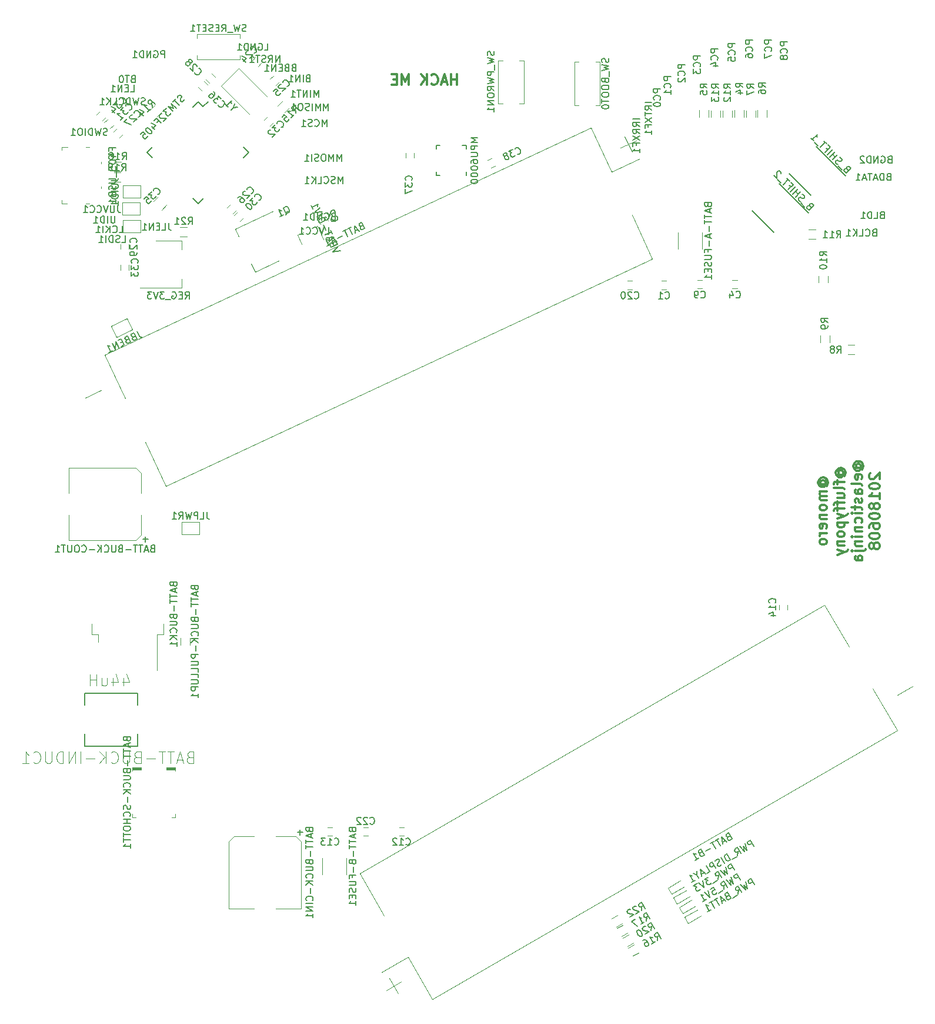
<source format=gbo>
G04 #@! TF.FileFunction,Legend,Bot*
%FSLAX46Y46*%
G04 Gerber Fmt 4.6, Leading zero omitted, Abs format (unit mm)*
G04 Created by KiCad (PCBNEW 4.0.6+dfsg1-1) date Fri Jun  8 13:36:59 2018*
%MOMM*%
%LPD*%
G01*
G04 APERTURE LIST*
%ADD10C,0.100000*%
%ADD11C,0.300000*%
%ADD12C,0.120000*%
%ADD13C,0.152400*%
%ADD14C,0.150000*%
%ADD15C,0.050000*%
G04 APERTURE END LIST*
D10*
D11*
X223139286Y-122178572D02*
X223067857Y-122107144D01*
X222996429Y-121964287D01*
X222996429Y-121821429D01*
X223067857Y-121678572D01*
X223139286Y-121607144D01*
X223282143Y-121535715D01*
X223425000Y-121535715D01*
X223567857Y-121607144D01*
X223639286Y-121678572D01*
X223710714Y-121821429D01*
X223710714Y-121964287D01*
X223639286Y-122107144D01*
X223567857Y-122178572D01*
X222996429Y-122178572D02*
X223567857Y-122178572D01*
X223639286Y-122250001D01*
X223639286Y-122321429D01*
X223567857Y-122464287D01*
X223425000Y-122535715D01*
X223067857Y-122535715D01*
X222853571Y-122392858D01*
X222710714Y-122178572D01*
X222639286Y-121892858D01*
X222710714Y-121607144D01*
X222853571Y-121392858D01*
X223067857Y-121250001D01*
X223353571Y-121178572D01*
X223639286Y-121250001D01*
X223853571Y-121392858D01*
X223996429Y-121607144D01*
X224067857Y-121892858D01*
X223996429Y-122178572D01*
X223853571Y-122392858D01*
X223853571Y-123178572D02*
X222853571Y-123178572D01*
X222996429Y-123178572D02*
X222925000Y-123250000D01*
X222853571Y-123392858D01*
X222853571Y-123607143D01*
X222925000Y-123750000D01*
X223067857Y-123821429D01*
X223853571Y-123821429D01*
X223067857Y-123821429D02*
X222925000Y-123892858D01*
X222853571Y-124035715D01*
X222853571Y-124250000D01*
X222925000Y-124392858D01*
X223067857Y-124464286D01*
X223853571Y-124464286D01*
X223853571Y-125392858D02*
X223782143Y-125250000D01*
X223710714Y-125178572D01*
X223567857Y-125107143D01*
X223139286Y-125107143D01*
X222996429Y-125178572D01*
X222925000Y-125250000D01*
X222853571Y-125392858D01*
X222853571Y-125607143D01*
X222925000Y-125750000D01*
X222996429Y-125821429D01*
X223139286Y-125892858D01*
X223567857Y-125892858D01*
X223710714Y-125821429D01*
X223782143Y-125750000D01*
X223853571Y-125607143D01*
X223853571Y-125392858D01*
X222853571Y-126535715D02*
X223853571Y-126535715D01*
X222996429Y-126535715D02*
X222925000Y-126607143D01*
X222853571Y-126750001D01*
X222853571Y-126964286D01*
X222925000Y-127107143D01*
X223067857Y-127178572D01*
X223853571Y-127178572D01*
X223782143Y-128464286D02*
X223853571Y-128321429D01*
X223853571Y-128035715D01*
X223782143Y-127892858D01*
X223639286Y-127821429D01*
X223067857Y-127821429D01*
X222925000Y-127892858D01*
X222853571Y-128035715D01*
X222853571Y-128321429D01*
X222925000Y-128464286D01*
X223067857Y-128535715D01*
X223210714Y-128535715D01*
X223353571Y-127821429D01*
X223853571Y-129178572D02*
X222853571Y-129178572D01*
X223139286Y-129178572D02*
X222996429Y-129250000D01*
X222925000Y-129321429D01*
X222853571Y-129464286D01*
X222853571Y-129607143D01*
X223853571Y-130321429D02*
X223782143Y-130178571D01*
X223710714Y-130107143D01*
X223567857Y-130035714D01*
X223139286Y-130035714D01*
X222996429Y-130107143D01*
X222925000Y-130178571D01*
X222853571Y-130321429D01*
X222853571Y-130535714D01*
X222925000Y-130678571D01*
X222996429Y-130750000D01*
X223139286Y-130821429D01*
X223567857Y-130821429D01*
X223710714Y-130750000D01*
X223782143Y-130678571D01*
X223853571Y-130535714D01*
X223853571Y-130321429D01*
X225689286Y-120785714D02*
X225617857Y-120714286D01*
X225546429Y-120571429D01*
X225546429Y-120428571D01*
X225617857Y-120285714D01*
X225689286Y-120214286D01*
X225832143Y-120142857D01*
X225975000Y-120142857D01*
X226117857Y-120214286D01*
X226189286Y-120285714D01*
X226260714Y-120428571D01*
X226260714Y-120571429D01*
X226189286Y-120714286D01*
X226117857Y-120785714D01*
X225546429Y-120785714D02*
X226117857Y-120785714D01*
X226189286Y-120857143D01*
X226189286Y-120928571D01*
X226117857Y-121071429D01*
X225975000Y-121142857D01*
X225617857Y-121142857D01*
X225403571Y-121000000D01*
X225260714Y-120785714D01*
X225189286Y-120500000D01*
X225260714Y-120214286D01*
X225403571Y-120000000D01*
X225617857Y-119857143D01*
X225903571Y-119785714D01*
X226189286Y-119857143D01*
X226403571Y-120000000D01*
X226546429Y-120214286D01*
X226617857Y-120500000D01*
X226546429Y-120785714D01*
X226403571Y-121000000D01*
X225403571Y-121571428D02*
X225403571Y-122142857D01*
X226403571Y-121785714D02*
X225117857Y-121785714D01*
X224975000Y-121857142D01*
X224903571Y-122000000D01*
X224903571Y-122142857D01*
X226403571Y-122857143D02*
X226332143Y-122714285D01*
X226189286Y-122642857D01*
X224903571Y-122642857D01*
X225403571Y-124071428D02*
X226403571Y-124071428D01*
X225403571Y-123428571D02*
X226189286Y-123428571D01*
X226332143Y-123499999D01*
X226403571Y-123642857D01*
X226403571Y-123857142D01*
X226332143Y-123999999D01*
X226260714Y-124071428D01*
X225403571Y-124571428D02*
X225403571Y-125142857D01*
X226403571Y-124785714D02*
X225117857Y-124785714D01*
X224975000Y-124857142D01*
X224903571Y-125000000D01*
X224903571Y-125142857D01*
X225403571Y-125428571D02*
X225403571Y-126000000D01*
X226403571Y-125642857D02*
X225117857Y-125642857D01*
X224975000Y-125714285D01*
X224903571Y-125857143D01*
X224903571Y-126000000D01*
X225403571Y-126357143D02*
X226403571Y-126714286D01*
X225403571Y-127071428D02*
X226403571Y-126714286D01*
X226760714Y-126571428D01*
X226832143Y-126500000D01*
X226903571Y-126357143D01*
X225403571Y-127642857D02*
X226903571Y-127642857D01*
X225475000Y-127642857D02*
X225403571Y-127785714D01*
X225403571Y-128071428D01*
X225475000Y-128214285D01*
X225546429Y-128285714D01*
X225689286Y-128357143D01*
X226117857Y-128357143D01*
X226260714Y-128285714D01*
X226332143Y-128214285D01*
X226403571Y-128071428D01*
X226403571Y-127785714D01*
X226332143Y-127642857D01*
X226403571Y-129214286D02*
X226332143Y-129071428D01*
X226260714Y-129000000D01*
X226117857Y-128928571D01*
X225689286Y-128928571D01*
X225546429Y-129000000D01*
X225475000Y-129071428D01*
X225403571Y-129214286D01*
X225403571Y-129428571D01*
X225475000Y-129571428D01*
X225546429Y-129642857D01*
X225689286Y-129714286D01*
X226117857Y-129714286D01*
X226260714Y-129642857D01*
X226332143Y-129571428D01*
X226403571Y-129428571D01*
X226403571Y-129214286D01*
X225403571Y-130357143D02*
X226403571Y-130357143D01*
X225546429Y-130357143D02*
X225475000Y-130428571D01*
X225403571Y-130571429D01*
X225403571Y-130785714D01*
X225475000Y-130928571D01*
X225617857Y-131000000D01*
X226403571Y-131000000D01*
X225403571Y-131571429D02*
X226403571Y-131928572D01*
X225403571Y-132285714D02*
X226403571Y-131928572D01*
X226760714Y-131785714D01*
X226832143Y-131714286D01*
X226903571Y-131571429D01*
X228239286Y-119821428D02*
X228167857Y-119750000D01*
X228096429Y-119607143D01*
X228096429Y-119464285D01*
X228167857Y-119321428D01*
X228239286Y-119250000D01*
X228382143Y-119178571D01*
X228525000Y-119178571D01*
X228667857Y-119250000D01*
X228739286Y-119321428D01*
X228810714Y-119464285D01*
X228810714Y-119607143D01*
X228739286Y-119750000D01*
X228667857Y-119821428D01*
X228096429Y-119821428D02*
X228667857Y-119821428D01*
X228739286Y-119892857D01*
X228739286Y-119964285D01*
X228667857Y-120107143D01*
X228525000Y-120178571D01*
X228167857Y-120178571D01*
X227953571Y-120035714D01*
X227810714Y-119821428D01*
X227739286Y-119535714D01*
X227810714Y-119250000D01*
X227953571Y-119035714D01*
X228167857Y-118892857D01*
X228453571Y-118821428D01*
X228739286Y-118892857D01*
X228953571Y-119035714D01*
X229096429Y-119250000D01*
X229167857Y-119535714D01*
X229096429Y-119821428D01*
X228953571Y-120035714D01*
X228882143Y-121392856D02*
X228953571Y-121249999D01*
X228953571Y-120964285D01*
X228882143Y-120821428D01*
X228739286Y-120749999D01*
X228167857Y-120749999D01*
X228025000Y-120821428D01*
X227953571Y-120964285D01*
X227953571Y-121249999D01*
X228025000Y-121392856D01*
X228167857Y-121464285D01*
X228310714Y-121464285D01*
X228453571Y-120749999D01*
X228953571Y-122321428D02*
X228882143Y-122178570D01*
X228739286Y-122107142D01*
X227453571Y-122107142D01*
X228953571Y-123535713D02*
X228167857Y-123535713D01*
X228025000Y-123464284D01*
X227953571Y-123321427D01*
X227953571Y-123035713D01*
X228025000Y-122892856D01*
X228882143Y-123535713D02*
X228953571Y-123392856D01*
X228953571Y-123035713D01*
X228882143Y-122892856D01*
X228739286Y-122821427D01*
X228596429Y-122821427D01*
X228453571Y-122892856D01*
X228382143Y-123035713D01*
X228382143Y-123392856D01*
X228310714Y-123535713D01*
X228882143Y-124178570D02*
X228953571Y-124321427D01*
X228953571Y-124607142D01*
X228882143Y-124749999D01*
X228739286Y-124821427D01*
X228667857Y-124821427D01*
X228525000Y-124749999D01*
X228453571Y-124607142D01*
X228453571Y-124392856D01*
X228382143Y-124249999D01*
X228239286Y-124178570D01*
X228167857Y-124178570D01*
X228025000Y-124249999D01*
X227953571Y-124392856D01*
X227953571Y-124607142D01*
X228025000Y-124749999D01*
X227953571Y-125249999D02*
X227953571Y-125821428D01*
X227453571Y-125464285D02*
X228739286Y-125464285D01*
X228882143Y-125535713D01*
X228953571Y-125678571D01*
X228953571Y-125821428D01*
X228953571Y-126321428D02*
X227953571Y-126321428D01*
X227453571Y-126321428D02*
X227525000Y-126249999D01*
X227596429Y-126321428D01*
X227525000Y-126392856D01*
X227453571Y-126321428D01*
X227596429Y-126321428D01*
X228882143Y-127678571D02*
X228953571Y-127535714D01*
X228953571Y-127250000D01*
X228882143Y-127107142D01*
X228810714Y-127035714D01*
X228667857Y-126964285D01*
X228239286Y-126964285D01*
X228096429Y-127035714D01*
X228025000Y-127107142D01*
X227953571Y-127250000D01*
X227953571Y-127535714D01*
X228025000Y-127678571D01*
X227953571Y-128321428D02*
X228953571Y-128321428D01*
X228096429Y-128321428D02*
X228025000Y-128392856D01*
X227953571Y-128535714D01*
X227953571Y-128749999D01*
X228025000Y-128892856D01*
X228167857Y-128964285D01*
X228953571Y-128964285D01*
X228953571Y-129678571D02*
X227953571Y-129678571D01*
X227453571Y-129678571D02*
X227525000Y-129607142D01*
X227596429Y-129678571D01*
X227525000Y-129749999D01*
X227453571Y-129678571D01*
X227596429Y-129678571D01*
X227953571Y-130392857D02*
X228953571Y-130392857D01*
X228096429Y-130392857D02*
X228025000Y-130464285D01*
X227953571Y-130607143D01*
X227953571Y-130821428D01*
X228025000Y-130964285D01*
X228167857Y-131035714D01*
X228953571Y-131035714D01*
X227953571Y-131750000D02*
X229239286Y-131750000D01*
X229382143Y-131678571D01*
X229453571Y-131535714D01*
X229453571Y-131464286D01*
X227453571Y-131750000D02*
X227525000Y-131678571D01*
X227596429Y-131750000D01*
X227525000Y-131821428D01*
X227453571Y-131750000D01*
X227596429Y-131750000D01*
X228953571Y-133107143D02*
X228167857Y-133107143D01*
X228025000Y-133035714D01*
X227953571Y-132892857D01*
X227953571Y-132607143D01*
X228025000Y-132464286D01*
X228882143Y-133107143D02*
X228953571Y-132964286D01*
X228953571Y-132607143D01*
X228882143Y-132464286D01*
X228739286Y-132392857D01*
X228596429Y-132392857D01*
X228453571Y-132464286D01*
X228382143Y-132607143D01*
X228382143Y-132964286D01*
X228310714Y-133107143D01*
X230146429Y-120571430D02*
X230075000Y-120642859D01*
X230003571Y-120785716D01*
X230003571Y-121142859D01*
X230075000Y-121285716D01*
X230146429Y-121357145D01*
X230289286Y-121428573D01*
X230432143Y-121428573D01*
X230646429Y-121357145D01*
X231503571Y-120500002D01*
X231503571Y-121428573D01*
X230003571Y-122357144D02*
X230003571Y-122500001D01*
X230075000Y-122642858D01*
X230146429Y-122714287D01*
X230289286Y-122785716D01*
X230575000Y-122857144D01*
X230932143Y-122857144D01*
X231217857Y-122785716D01*
X231360714Y-122714287D01*
X231432143Y-122642858D01*
X231503571Y-122500001D01*
X231503571Y-122357144D01*
X231432143Y-122214287D01*
X231360714Y-122142858D01*
X231217857Y-122071430D01*
X230932143Y-122000001D01*
X230575000Y-122000001D01*
X230289286Y-122071430D01*
X230146429Y-122142858D01*
X230075000Y-122214287D01*
X230003571Y-122357144D01*
X231503571Y-124285715D02*
X231503571Y-123428572D01*
X231503571Y-123857144D02*
X230003571Y-123857144D01*
X230217857Y-123714287D01*
X230360714Y-123571429D01*
X230432143Y-123428572D01*
X230646429Y-125142858D02*
X230575000Y-125000000D01*
X230503571Y-124928572D01*
X230360714Y-124857143D01*
X230289286Y-124857143D01*
X230146429Y-124928572D01*
X230075000Y-125000000D01*
X230003571Y-125142858D01*
X230003571Y-125428572D01*
X230075000Y-125571429D01*
X230146429Y-125642858D01*
X230289286Y-125714286D01*
X230360714Y-125714286D01*
X230503571Y-125642858D01*
X230575000Y-125571429D01*
X230646429Y-125428572D01*
X230646429Y-125142858D01*
X230717857Y-125000000D01*
X230789286Y-124928572D01*
X230932143Y-124857143D01*
X231217857Y-124857143D01*
X231360714Y-124928572D01*
X231432143Y-125000000D01*
X231503571Y-125142858D01*
X231503571Y-125428572D01*
X231432143Y-125571429D01*
X231360714Y-125642858D01*
X231217857Y-125714286D01*
X230932143Y-125714286D01*
X230789286Y-125642858D01*
X230717857Y-125571429D01*
X230646429Y-125428572D01*
X230003571Y-126642857D02*
X230003571Y-126785714D01*
X230075000Y-126928571D01*
X230146429Y-127000000D01*
X230289286Y-127071429D01*
X230575000Y-127142857D01*
X230932143Y-127142857D01*
X231217857Y-127071429D01*
X231360714Y-127000000D01*
X231432143Y-126928571D01*
X231503571Y-126785714D01*
X231503571Y-126642857D01*
X231432143Y-126500000D01*
X231360714Y-126428571D01*
X231217857Y-126357143D01*
X230932143Y-126285714D01*
X230575000Y-126285714D01*
X230289286Y-126357143D01*
X230146429Y-126428571D01*
X230075000Y-126500000D01*
X230003571Y-126642857D01*
X230003571Y-128428571D02*
X230003571Y-128142857D01*
X230075000Y-128000000D01*
X230146429Y-127928571D01*
X230360714Y-127785714D01*
X230646429Y-127714285D01*
X231217857Y-127714285D01*
X231360714Y-127785714D01*
X231432143Y-127857142D01*
X231503571Y-128000000D01*
X231503571Y-128285714D01*
X231432143Y-128428571D01*
X231360714Y-128500000D01*
X231217857Y-128571428D01*
X230860714Y-128571428D01*
X230717857Y-128500000D01*
X230646429Y-128428571D01*
X230575000Y-128285714D01*
X230575000Y-128000000D01*
X230646429Y-127857142D01*
X230717857Y-127785714D01*
X230860714Y-127714285D01*
X230003571Y-129499999D02*
X230003571Y-129642856D01*
X230075000Y-129785713D01*
X230146429Y-129857142D01*
X230289286Y-129928571D01*
X230575000Y-129999999D01*
X230932143Y-129999999D01*
X231217857Y-129928571D01*
X231360714Y-129857142D01*
X231432143Y-129785713D01*
X231503571Y-129642856D01*
X231503571Y-129499999D01*
X231432143Y-129357142D01*
X231360714Y-129285713D01*
X231217857Y-129214285D01*
X230932143Y-129142856D01*
X230575000Y-129142856D01*
X230289286Y-129214285D01*
X230146429Y-129285713D01*
X230075000Y-129357142D01*
X230003571Y-129499999D01*
X230646429Y-130857142D02*
X230575000Y-130714284D01*
X230503571Y-130642856D01*
X230360714Y-130571427D01*
X230289286Y-130571427D01*
X230146429Y-130642856D01*
X230075000Y-130714284D01*
X230003571Y-130857142D01*
X230003571Y-131142856D01*
X230075000Y-131285713D01*
X230146429Y-131357142D01*
X230289286Y-131428570D01*
X230360714Y-131428570D01*
X230503571Y-131357142D01*
X230575000Y-131285713D01*
X230646429Y-131142856D01*
X230646429Y-130857142D01*
X230717857Y-130714284D01*
X230789286Y-130642856D01*
X230932143Y-130571427D01*
X231217857Y-130571427D01*
X231360714Y-130642856D01*
X231432143Y-130714284D01*
X231503571Y-130857142D01*
X231503571Y-131142856D01*
X231432143Y-131285713D01*
X231360714Y-131357142D01*
X231217857Y-131428570D01*
X230932143Y-131428570D01*
X230789286Y-131357142D01*
X230717857Y-131285713D01*
X230646429Y-131142856D01*
X170678571Y-64678571D02*
X170678571Y-63178571D01*
X170678571Y-63892857D02*
X169821428Y-63892857D01*
X169821428Y-64678571D02*
X169821428Y-63178571D01*
X169178571Y-64250000D02*
X168464285Y-64250000D01*
X169321428Y-64678571D02*
X168821428Y-63178571D01*
X168321428Y-64678571D01*
X166964285Y-64535714D02*
X167035714Y-64607143D01*
X167250000Y-64678571D01*
X167392857Y-64678571D01*
X167607142Y-64607143D01*
X167750000Y-64464286D01*
X167821428Y-64321429D01*
X167892857Y-64035714D01*
X167892857Y-63821429D01*
X167821428Y-63535714D01*
X167750000Y-63392857D01*
X167607142Y-63250000D01*
X167392857Y-63178571D01*
X167250000Y-63178571D01*
X167035714Y-63250000D01*
X166964285Y-63321429D01*
X166321428Y-64678571D02*
X166321428Y-63178571D01*
X165464285Y-64678571D02*
X166107142Y-63821429D01*
X165464285Y-63178571D02*
X166321428Y-64035714D01*
X163678571Y-64678571D02*
X163678571Y-63178571D01*
X163178571Y-64250000D01*
X162678571Y-63178571D01*
X162678571Y-64678571D01*
X161964285Y-63892857D02*
X161464285Y-63892857D01*
X161249999Y-64678571D02*
X161964285Y-64678571D01*
X161964285Y-63178571D01*
X161249999Y-63178571D01*
D12*
X121250000Y-78680000D02*
X122250000Y-78680000D01*
X122250000Y-77320000D02*
X121250000Y-77320000D01*
X127172721Y-67565614D02*
X126465614Y-68272721D01*
X127427279Y-69234386D02*
X128134386Y-68527279D01*
D10*
X128800000Y-162850000D02*
X128800000Y-163250000D01*
X125200000Y-162850000D02*
X125200000Y-163250000D01*
X130100000Y-170050000D02*
X130100000Y-169550000D01*
X130100000Y-170050000D02*
X129600000Y-170050000D01*
X130100000Y-162850000D02*
X128800000Y-162850000D01*
X130100000Y-162850000D02*
X130100000Y-163350000D01*
X123900000Y-162850000D02*
X125200000Y-162850000D01*
X123900000Y-162850000D02*
X123900000Y-163350000D01*
X123900000Y-170050000D02*
X124400000Y-170050000D01*
X123900000Y-170050000D02*
X123900000Y-169550000D01*
X123900000Y-162950000D02*
X125200000Y-162950000D01*
X123900000Y-163050000D02*
X125200000Y-163050000D01*
X123900000Y-163150000D02*
X125200000Y-163150000D01*
X123900000Y-163250000D02*
X125200000Y-163250000D01*
X130100000Y-162950000D02*
X128800000Y-162950000D01*
X130100000Y-163050000D02*
X128800000Y-163050000D01*
X130100000Y-163150000D02*
X128800000Y-163150000D01*
X130100000Y-163250000D02*
X128800000Y-163250000D01*
D12*
X125210000Y-120550000D02*
X125210000Y-123440000D01*
X125210000Y-129450000D02*
X125210000Y-126560000D01*
X114790000Y-130210000D02*
X114790000Y-126560000D01*
X114790000Y-119790000D02*
X114790000Y-123440000D01*
X114790000Y-130210000D02*
X124450000Y-130210000D01*
X124450000Y-130210000D02*
X125210000Y-129450000D01*
X125210000Y-120550000D02*
X124450000Y-119790000D01*
X124450000Y-119790000D02*
X114790000Y-119790000D01*
D13*
X124629400Y-158082800D02*
X124629400Y-159810000D01*
X117009400Y-153917200D02*
X117009400Y-152190000D01*
X117009400Y-152190000D02*
X124629400Y-152190000D01*
X124629400Y-152190000D02*
X124629400Y-153917200D01*
X124629400Y-159810000D02*
X117009400Y-159810000D01*
X117009400Y-159810000D02*
X117009400Y-158082800D01*
D12*
X211930000Y-69350000D02*
X211930000Y-68350000D01*
X210570000Y-68350000D02*
X210570000Y-69350000D01*
X206880000Y-69350000D02*
X206880000Y-68350000D01*
X205520000Y-68350000D02*
X205520000Y-69350000D01*
X215290000Y-69340000D02*
X215290000Y-68340000D01*
X213930000Y-68340000D02*
X213930000Y-69340000D01*
X213620000Y-69360000D02*
X213620000Y-68360000D01*
X212260000Y-68360000D02*
X212260000Y-69360000D01*
X226900000Y-103480000D02*
X227900000Y-103480000D01*
X227900000Y-102120000D02*
X226900000Y-102120000D01*
X222920000Y-100750000D02*
X222920000Y-101750000D01*
X224280000Y-101750000D02*
X224280000Y-100750000D01*
X222720000Y-92150000D02*
X222720000Y-93150000D01*
X224080000Y-93150000D02*
X224080000Y-92150000D01*
X222300000Y-85520000D02*
X221300000Y-85520000D01*
X221300000Y-86880000D02*
X222300000Y-86880000D01*
X210270000Y-69360000D02*
X210270000Y-68360000D01*
X208910000Y-68360000D02*
X208910000Y-69360000D01*
X208560000Y-69360000D02*
X208560000Y-68360000D01*
X207200000Y-68360000D02*
X207200000Y-69360000D01*
X200800000Y-92900000D02*
X200100000Y-92900000D01*
X200100000Y-94100000D02*
X200800000Y-94100000D01*
X211000000Y-92800000D02*
X210300000Y-92800000D01*
X210300000Y-94000000D02*
X211000000Y-94000000D01*
X205950000Y-92800000D02*
X205250000Y-92800000D01*
X205250000Y-94000000D02*
X205950000Y-94000000D01*
X163000000Y-171500000D02*
X162300000Y-171500000D01*
X162300000Y-172700000D02*
X163000000Y-172700000D01*
X152700000Y-171500000D02*
X152000000Y-171500000D01*
X152000000Y-172700000D02*
X152700000Y-172700000D01*
X218200000Y-140200000D02*
X218200000Y-139500000D01*
X217000000Y-139500000D02*
X217000000Y-140200000D01*
X195900000Y-92900000D02*
X195200000Y-92900000D01*
X195200000Y-94100000D02*
X195900000Y-94100000D01*
X157150000Y-172700000D02*
X157850000Y-172700000D01*
X157850000Y-171500000D02*
X157150000Y-171500000D01*
X163595999Y-190164127D02*
X159820129Y-192344127D01*
X156655999Y-178143695D02*
X160155999Y-184205873D01*
X223582443Y-139503695D02*
X156655999Y-178143695D01*
X227082443Y-145565873D02*
X223582443Y-139503695D01*
X167095999Y-196226305D02*
X163595999Y-190164127D01*
X234022443Y-157586305D02*
X167095999Y-196226305D01*
X230522443Y-151524127D02*
X234012443Y-157568985D01*
X236227832Y-151186152D02*
X234062769Y-152436152D01*
X160450610Y-194936152D02*
X162615673Y-193686152D01*
X160908141Y-193228621D02*
X162158141Y-195393684D01*
X123927178Y-99899413D02*
X121625156Y-100972863D01*
X120872896Y-99359635D02*
X123174918Y-98286185D01*
X120872896Y-99359635D02*
X121625156Y-100972863D01*
X123927178Y-99899413D02*
X123174918Y-98286185D01*
X125070000Y-80910000D02*
X122530000Y-80910000D01*
X122530000Y-79130000D02*
X125070000Y-79130000D01*
X122530000Y-79130000D02*
X122530000Y-80910000D01*
X125070000Y-80910000D02*
X125070000Y-79130000D01*
X122500000Y-81640000D02*
X125040000Y-81640000D01*
X125040000Y-83420000D02*
X122500000Y-83420000D01*
X125040000Y-83420000D02*
X125040000Y-81640000D01*
X122500000Y-81640000D02*
X122500000Y-83420000D01*
X203924167Y-185283013D02*
X203424167Y-184416987D01*
X203424167Y-184416987D02*
X205242820Y-183366987D01*
X203924167Y-185283013D02*
X205742820Y-184233013D01*
X196143494Y-188336103D02*
X195277468Y-188836103D01*
X195957468Y-190013897D02*
X196823494Y-189513897D01*
X194543494Y-185536103D02*
X193677468Y-186036103D01*
X194357468Y-187213897D02*
X195223494Y-186713897D01*
X128425000Y-142250000D02*
X128425000Y-143750000D01*
X128425000Y-143750000D02*
X127475000Y-143750000D01*
X127475000Y-143750000D02*
X127475000Y-148875000D01*
X118025000Y-142250000D02*
X118025000Y-143750000D01*
X118025000Y-143750000D02*
X118975000Y-143750000D01*
X118975000Y-143750000D02*
X118975000Y-144850000D01*
X205910000Y-88285000D02*
X205910000Y-85925000D01*
X202490000Y-88285000D02*
X202490000Y-85925000D01*
X154710000Y-178285000D02*
X154710000Y-175925000D01*
X151290000Y-178285000D02*
X151290000Y-175925000D01*
X138550000Y-172790000D02*
X141440000Y-172790000D01*
X147450000Y-172790000D02*
X144560000Y-172790000D01*
X148210000Y-183210000D02*
X144560000Y-183210000D01*
X137790000Y-183210000D02*
X141440000Y-183210000D01*
X148210000Y-183210000D02*
X148210000Y-173550000D01*
X148210000Y-173550000D02*
X147450000Y-172790000D01*
X138550000Y-172790000D02*
X137790000Y-173550000D01*
X137790000Y-173550000D02*
X137790000Y-183210000D01*
X130820000Y-144250000D02*
X130820000Y-145250000D01*
X132180000Y-145250000D02*
X132180000Y-144250000D01*
X141987107Y-62021421D02*
X142482081Y-61526447D01*
X141633553Y-60677919D02*
X141138579Y-61172893D01*
X144193553Y-63367919D02*
X143698579Y-63862893D01*
X144547107Y-64711421D02*
X145042081Y-64216447D01*
X138013553Y-81877919D02*
X137518579Y-82372893D01*
X138367107Y-83221421D02*
X138862081Y-82726447D01*
X122046447Y-72262081D02*
X122541421Y-71767107D01*
X121692893Y-70918579D02*
X121197919Y-71413553D01*
X134458579Y-63907107D02*
X134953553Y-64402081D01*
X135802081Y-63553553D02*
X135307107Y-63058579D01*
X123390000Y-88300000D02*
X123390000Y-87600000D01*
X122190000Y-87600000D02*
X122190000Y-88300000D01*
X139436447Y-84302081D02*
X139931421Y-83807107D01*
X139082893Y-82958579D02*
X138587919Y-83453553D01*
X120333223Y-69628249D02*
X119838249Y-70123223D01*
X120686777Y-70971751D02*
X121181751Y-70476777D01*
X143392893Y-69258579D02*
X142897919Y-69753553D01*
X143746447Y-70602081D02*
X144241421Y-70107107D01*
X122180000Y-90600000D02*
X122180000Y-91300000D01*
X123380000Y-91300000D02*
X123380000Y-90600000D01*
X119556447Y-69842081D02*
X120051421Y-69347107D01*
X119202893Y-68498579D02*
X118707919Y-68993553D01*
X126938299Y-81459620D02*
X127645406Y-80752513D01*
X128847487Y-81954594D02*
X128140380Y-82661701D01*
X133358579Y-65007107D02*
X133853553Y-65502081D01*
X134702081Y-64653553D02*
X134207107Y-64158579D01*
X163250000Y-74450000D02*
X163250000Y-75150000D01*
X164450000Y-75150000D02*
X164450000Y-74450000D01*
X175663637Y-75225263D02*
X175029221Y-75521096D01*
X175536363Y-76608665D02*
X176170779Y-76312832D01*
X145542391Y-66995944D02*
X144835284Y-67703051D01*
X145796949Y-68664716D02*
X146504056Y-67957609D01*
X121300000Y-77080000D02*
X122300000Y-77080000D01*
X122300000Y-75720000D02*
X121300000Y-75720000D01*
X131010000Y-87090000D02*
X131010000Y-88350000D01*
X131010000Y-93910000D02*
X131010000Y-92650000D01*
X127250000Y-87090000D02*
X131010000Y-87090000D01*
X125000000Y-93910000D02*
X131010000Y-93910000D01*
D14*
X133378858Y-67113604D02*
X134085965Y-67820711D01*
X126060303Y-74432159D02*
X126820443Y-75192299D01*
X133378858Y-81750714D02*
X132618718Y-80990574D01*
X140697413Y-74432159D02*
X139937273Y-73672019D01*
X133378858Y-67113604D02*
X132618718Y-67873744D01*
X140697413Y-74432159D02*
X139937273Y-75192299D01*
X133378858Y-81750714D02*
X134138998Y-80990574D01*
X126060303Y-74432159D02*
X126820443Y-73672019D01*
X134085965Y-67820711D02*
X134810749Y-67095926D01*
D12*
X140728248Y-68873833D02*
X136662384Y-64807969D01*
X136662384Y-64807969D02*
X139207969Y-62262384D01*
X139207969Y-62262384D02*
X143273833Y-66328248D01*
X133580000Y-129360000D02*
X131040000Y-129360000D01*
X131040000Y-127580000D02*
X133580000Y-127580000D01*
X131040000Y-127580000D02*
X131040000Y-129360000D01*
X133580000Y-129360000D02*
X133580000Y-127580000D01*
X125100000Y-85960000D02*
X122560000Y-85960000D01*
X122560000Y-84180000D02*
X125100000Y-84180000D01*
X122560000Y-84180000D02*
X122560000Y-85960000D01*
X125100000Y-85960000D02*
X125100000Y-84180000D01*
X202331347Y-182483013D02*
X201831347Y-181616987D01*
X201831347Y-181616987D02*
X203650000Y-180566987D01*
X202331347Y-182483013D02*
X204150000Y-181433013D01*
X203124167Y-183883013D02*
X202624167Y-183016987D01*
X202624167Y-183016987D02*
X204442820Y-181966987D01*
X203124167Y-183883013D02*
X204942820Y-182833013D01*
X201524167Y-181083013D02*
X201024167Y-180216987D01*
X201024167Y-180216987D02*
X202842820Y-179166987D01*
X201524167Y-181083013D02*
X203342820Y-180033013D01*
X141564950Y-91566462D02*
X141032451Y-90424515D01*
X138682694Y-85385443D02*
X139215193Y-86527391D01*
X144972668Y-89977418D02*
X141564950Y-91566462D01*
X144129604Y-82845508D02*
X138682694Y-85385443D01*
X195343494Y-186936103D02*
X194477468Y-187436103D01*
X195157468Y-188613897D02*
X196023494Y-188113897D01*
X130760000Y-86480000D02*
X131760000Y-86480000D01*
X131760000Y-85120000D02*
X130760000Y-85120000D01*
X193743013Y-184136103D02*
X192876987Y-184636103D01*
X193556987Y-185813897D02*
X194423013Y-185313897D01*
D14*
X221593755Y-80545585D02*
X218482485Y-77434315D01*
X226614213Y-77752513D02*
X222389250Y-73527550D01*
X216251472Y-85887868D02*
X213140202Y-82776598D01*
X221271930Y-83094796D02*
X217046967Y-78869833D01*
D12*
X180250000Y-61200000D02*
X179600000Y-61200000D01*
X176550000Y-61200000D02*
X177200000Y-61200000D01*
X177200000Y-67400000D02*
X176550000Y-67400000D01*
X180250000Y-67400000D02*
X179600000Y-67400000D01*
X180250000Y-61200000D02*
X180250000Y-67400000D01*
X176550000Y-67400000D02*
X176550000Y-61200000D01*
X150708299Y-84136363D02*
X151004132Y-84770779D01*
X152091701Y-84263637D02*
X151795868Y-83629221D01*
X191250000Y-61400000D02*
X190600000Y-61400000D01*
X187550000Y-61400000D02*
X188200000Y-61400000D01*
X188200000Y-67600000D02*
X187550000Y-67600000D01*
X191250000Y-67600000D02*
X190600000Y-67600000D01*
X191250000Y-61400000D02*
X191250000Y-67600000D01*
X187550000Y-67600000D02*
X187550000Y-61400000D01*
X133200000Y-57350000D02*
X133200000Y-58000000D01*
X133200000Y-61050000D02*
X133200000Y-60400000D01*
X139400000Y-60400000D02*
X139400000Y-61050000D01*
X139400000Y-57350000D02*
X139400000Y-58000000D01*
X133200000Y-57350000D02*
X139400000Y-57350000D01*
X139400000Y-61050000D02*
X133200000Y-61050000D01*
X147669462Y-86285251D02*
X148512328Y-85892216D01*
X150533394Y-84949777D02*
X149690528Y-85342812D01*
X150533394Y-84949777D02*
X151446250Y-86907402D01*
X147669462Y-86285251D02*
X148286484Y-87608460D01*
D10*
X117700000Y-73650000D02*
X117200000Y-73650000D01*
X119450000Y-76050000D02*
X119450000Y-75750000D01*
X117700000Y-81750000D02*
X117250000Y-81750000D01*
X119450000Y-79600000D02*
X119450000Y-79300000D01*
X114500000Y-81750000D02*
X113700000Y-81750000D01*
X113700000Y-81750000D02*
X113700000Y-81250000D01*
X113700000Y-74100000D02*
X113700000Y-73650000D01*
X113700000Y-73650000D02*
X114550000Y-73650000D01*
D12*
X192920841Y-77173908D02*
X196872343Y-75331292D01*
X198786783Y-89753460D02*
X195828455Y-83409305D01*
X128747317Y-122413399D02*
X198786783Y-89753460D01*
X125788989Y-116069244D02*
X128747317Y-122413399D01*
X189962513Y-70829753D02*
X192920841Y-77173908D01*
X119923047Y-103489692D02*
X189962513Y-70829753D01*
X122881375Y-109833847D02*
X119931500Y-103507818D01*
X117168240Y-109673278D02*
X119434009Y-108616733D01*
X196470171Y-72694180D02*
X194204402Y-73750726D01*
X195865559Y-74355338D02*
X194809014Y-72089568D01*
D14*
X171950000Y-73400000D02*
X171425000Y-73400000D01*
X167650000Y-77700000D02*
X168175000Y-77700000D01*
X167650000Y-73400000D02*
X168175000Y-73400000D01*
X171950000Y-77700000D02*
X171950000Y-77175000D01*
X167650000Y-77700000D02*
X167650000Y-77175000D01*
X167650000Y-73400000D02*
X167650000Y-73925000D01*
X171950000Y-73400000D02*
X171950000Y-73925000D01*
X122392857Y-77002381D02*
X122726191Y-76526190D01*
X122964286Y-77002381D02*
X122964286Y-76002381D01*
X122583333Y-76002381D01*
X122488095Y-76050000D01*
X122440476Y-76097619D01*
X122392857Y-76192857D01*
X122392857Y-76335714D01*
X122440476Y-76430952D01*
X122488095Y-76478571D01*
X122583333Y-76526190D01*
X122964286Y-76526190D01*
X121440476Y-77002381D02*
X122011905Y-77002381D01*
X121726191Y-77002381D02*
X121726191Y-76002381D01*
X121821429Y-76145238D01*
X121916667Y-76240476D01*
X122011905Y-76288095D01*
X120964286Y-77002381D02*
X120773810Y-77002381D01*
X120678571Y-76954762D01*
X120630952Y-76907143D01*
X120535714Y-76764286D01*
X120488095Y-76573810D01*
X120488095Y-76192857D01*
X120535714Y-76097619D01*
X120583333Y-76050000D01*
X120678571Y-76002381D01*
X120869048Y-76002381D01*
X120964286Y-76050000D01*
X121011905Y-76097619D01*
X121059524Y-76192857D01*
X121059524Y-76430952D01*
X121011905Y-76526190D01*
X120964286Y-76573810D01*
X120869048Y-76621429D01*
X120678571Y-76621429D01*
X120583333Y-76573810D01*
X120535714Y-76526190D01*
X120488095Y-76430952D01*
X126774450Y-67865313D02*
X126673435Y-67292893D01*
X127178512Y-67461252D02*
X126471405Y-66754145D01*
X126202030Y-67023519D01*
X126168359Y-67124535D01*
X126168359Y-67191878D01*
X126202030Y-67292893D01*
X126303045Y-67393908D01*
X126404061Y-67427580D01*
X126471404Y-67427580D01*
X126572419Y-67393908D01*
X126841794Y-67124534D01*
X126101015Y-68538748D02*
X126505076Y-68134687D01*
X126303046Y-68336717D02*
X125595939Y-67629610D01*
X125764298Y-67663282D01*
X125898985Y-67663282D01*
X126000000Y-67629610D01*
X125023519Y-68673435D02*
X125494924Y-69144840D01*
X124922504Y-68235702D02*
X125595939Y-68572420D01*
X125158206Y-69010153D01*
X123098571Y-158807143D02*
X123146190Y-158950000D01*
X123193810Y-158997619D01*
X123289048Y-159045238D01*
X123431905Y-159045238D01*
X123527143Y-158997619D01*
X123574762Y-158950000D01*
X123622381Y-158854762D01*
X123622381Y-158473809D01*
X122622381Y-158473809D01*
X122622381Y-158807143D01*
X122670000Y-158902381D01*
X122717619Y-158950000D01*
X122812857Y-158997619D01*
X122908095Y-158997619D01*
X123003333Y-158950000D01*
X123050952Y-158902381D01*
X123098571Y-158807143D01*
X123098571Y-158473809D01*
X123336667Y-159426190D02*
X123336667Y-159902381D01*
X123622381Y-159330952D02*
X122622381Y-159664285D01*
X123622381Y-159997619D01*
X122622381Y-160188095D02*
X122622381Y-160759524D01*
X123622381Y-160473809D02*
X122622381Y-160473809D01*
X122622381Y-160950000D02*
X122622381Y-161521429D01*
X123622381Y-161235714D02*
X122622381Y-161235714D01*
X123241429Y-161854762D02*
X123241429Y-162616667D01*
X123098571Y-163426191D02*
X123146190Y-163569048D01*
X123193810Y-163616667D01*
X123289048Y-163664286D01*
X123431905Y-163664286D01*
X123527143Y-163616667D01*
X123574762Y-163569048D01*
X123622381Y-163473810D01*
X123622381Y-163092857D01*
X122622381Y-163092857D01*
X122622381Y-163426191D01*
X122670000Y-163521429D01*
X122717619Y-163569048D01*
X122812857Y-163616667D01*
X122908095Y-163616667D01*
X123003333Y-163569048D01*
X123050952Y-163521429D01*
X123098571Y-163426191D01*
X123098571Y-163092857D01*
X122622381Y-164092857D02*
X123431905Y-164092857D01*
X123527143Y-164140476D01*
X123574762Y-164188095D01*
X123622381Y-164283333D01*
X123622381Y-164473810D01*
X123574762Y-164569048D01*
X123527143Y-164616667D01*
X123431905Y-164664286D01*
X122622381Y-164664286D01*
X123527143Y-165711905D02*
X123574762Y-165664286D01*
X123622381Y-165521429D01*
X123622381Y-165426191D01*
X123574762Y-165283333D01*
X123479524Y-165188095D01*
X123384286Y-165140476D01*
X123193810Y-165092857D01*
X123050952Y-165092857D01*
X122860476Y-165140476D01*
X122765238Y-165188095D01*
X122670000Y-165283333D01*
X122622381Y-165426191D01*
X122622381Y-165521429D01*
X122670000Y-165664286D01*
X122717619Y-165711905D01*
X123622381Y-166140476D02*
X122622381Y-166140476D01*
X123622381Y-166711905D02*
X123050952Y-166283333D01*
X122622381Y-166711905D02*
X123193810Y-166140476D01*
X123241429Y-167140476D02*
X123241429Y-167902381D01*
X123574762Y-168330952D02*
X123622381Y-168473809D01*
X123622381Y-168711905D01*
X123574762Y-168807143D01*
X123527143Y-168854762D01*
X123431905Y-168902381D01*
X123336667Y-168902381D01*
X123241429Y-168854762D01*
X123193810Y-168807143D01*
X123146190Y-168711905D01*
X123098571Y-168521428D01*
X123050952Y-168426190D01*
X123003333Y-168378571D01*
X122908095Y-168330952D01*
X122812857Y-168330952D01*
X122717619Y-168378571D01*
X122670000Y-168426190D01*
X122622381Y-168521428D01*
X122622381Y-168759524D01*
X122670000Y-168902381D01*
X123527143Y-169902381D02*
X123574762Y-169854762D01*
X123622381Y-169711905D01*
X123622381Y-169616667D01*
X123574762Y-169473809D01*
X123479524Y-169378571D01*
X123384286Y-169330952D01*
X123193810Y-169283333D01*
X123050952Y-169283333D01*
X122860476Y-169330952D01*
X122765238Y-169378571D01*
X122670000Y-169473809D01*
X122622381Y-169616667D01*
X122622381Y-169711905D01*
X122670000Y-169854762D01*
X122717619Y-169902381D01*
X123622381Y-170330952D02*
X122622381Y-170330952D01*
X123098571Y-170330952D02*
X123098571Y-170902381D01*
X123622381Y-170902381D02*
X122622381Y-170902381D01*
X122622381Y-171569047D02*
X122622381Y-171759524D01*
X122670000Y-171854762D01*
X122765238Y-171950000D01*
X122955714Y-171997619D01*
X123289048Y-171997619D01*
X123479524Y-171950000D01*
X123574762Y-171854762D01*
X123622381Y-171759524D01*
X123622381Y-171569047D01*
X123574762Y-171473809D01*
X123479524Y-171378571D01*
X123289048Y-171330952D01*
X122955714Y-171330952D01*
X122765238Y-171378571D01*
X122670000Y-171473809D01*
X122622381Y-171569047D01*
X122622381Y-172283333D02*
X122622381Y-172854762D01*
X123622381Y-172569047D02*
X122622381Y-172569047D01*
X122622381Y-173045238D02*
X122622381Y-173616667D01*
X123622381Y-173330952D02*
X122622381Y-173330952D01*
X123622381Y-174473810D02*
X123622381Y-173902381D01*
X123622381Y-174188095D02*
X122622381Y-174188095D01*
X122765238Y-174092857D01*
X122860476Y-173997619D01*
X122908095Y-173902381D01*
X126785714Y-131388571D02*
X126642857Y-131436190D01*
X126595238Y-131483810D01*
X126547619Y-131579048D01*
X126547619Y-131721905D01*
X126595238Y-131817143D01*
X126642857Y-131864762D01*
X126738095Y-131912381D01*
X127119048Y-131912381D01*
X127119048Y-130912381D01*
X126785714Y-130912381D01*
X126690476Y-130960000D01*
X126642857Y-131007619D01*
X126595238Y-131102857D01*
X126595238Y-131198095D01*
X126642857Y-131293333D01*
X126690476Y-131340952D01*
X126785714Y-131388571D01*
X127119048Y-131388571D01*
X126166667Y-131626667D02*
X125690476Y-131626667D01*
X126261905Y-131912381D02*
X125928572Y-130912381D01*
X125595238Y-131912381D01*
X125404762Y-130912381D02*
X124833333Y-130912381D01*
X125119048Y-131912381D02*
X125119048Y-130912381D01*
X124642857Y-130912381D02*
X124071428Y-130912381D01*
X124357143Y-131912381D02*
X124357143Y-130912381D01*
X123738095Y-131531429D02*
X122976190Y-131531429D01*
X122166666Y-131388571D02*
X122023809Y-131436190D01*
X121976190Y-131483810D01*
X121928571Y-131579048D01*
X121928571Y-131721905D01*
X121976190Y-131817143D01*
X122023809Y-131864762D01*
X122119047Y-131912381D01*
X122500000Y-131912381D01*
X122500000Y-130912381D01*
X122166666Y-130912381D01*
X122071428Y-130960000D01*
X122023809Y-131007619D01*
X121976190Y-131102857D01*
X121976190Y-131198095D01*
X122023809Y-131293333D01*
X122071428Y-131340952D01*
X122166666Y-131388571D01*
X122500000Y-131388571D01*
X121500000Y-130912381D02*
X121500000Y-131721905D01*
X121452381Y-131817143D01*
X121404762Y-131864762D01*
X121309524Y-131912381D01*
X121119047Y-131912381D01*
X121023809Y-131864762D01*
X120976190Y-131817143D01*
X120928571Y-131721905D01*
X120928571Y-130912381D01*
X119880952Y-131817143D02*
X119928571Y-131864762D01*
X120071428Y-131912381D01*
X120166666Y-131912381D01*
X120309524Y-131864762D01*
X120404762Y-131769524D01*
X120452381Y-131674286D01*
X120500000Y-131483810D01*
X120500000Y-131340952D01*
X120452381Y-131150476D01*
X120404762Y-131055238D01*
X120309524Y-130960000D01*
X120166666Y-130912381D01*
X120071428Y-130912381D01*
X119928571Y-130960000D01*
X119880952Y-131007619D01*
X119452381Y-131912381D02*
X119452381Y-130912381D01*
X118880952Y-131912381D02*
X119309524Y-131340952D01*
X118880952Y-130912381D02*
X119452381Y-131483810D01*
X118452381Y-131531429D02*
X117690476Y-131531429D01*
X116642857Y-131817143D02*
X116690476Y-131864762D01*
X116833333Y-131912381D01*
X116928571Y-131912381D01*
X117071429Y-131864762D01*
X117166667Y-131769524D01*
X117214286Y-131674286D01*
X117261905Y-131483810D01*
X117261905Y-131340952D01*
X117214286Y-131150476D01*
X117166667Y-131055238D01*
X117071429Y-130960000D01*
X116928571Y-130912381D01*
X116833333Y-130912381D01*
X116690476Y-130960000D01*
X116642857Y-131007619D01*
X116023810Y-130912381D02*
X115833333Y-130912381D01*
X115738095Y-130960000D01*
X115642857Y-131055238D01*
X115595238Y-131245714D01*
X115595238Y-131579048D01*
X115642857Y-131769524D01*
X115738095Y-131864762D01*
X115833333Y-131912381D01*
X116023810Y-131912381D01*
X116119048Y-131864762D01*
X116214286Y-131769524D01*
X116261905Y-131579048D01*
X116261905Y-131245714D01*
X116214286Y-131055238D01*
X116119048Y-130960000D01*
X116023810Y-130912381D01*
X115166667Y-130912381D02*
X115166667Y-131721905D01*
X115119048Y-131817143D01*
X115071429Y-131864762D01*
X114976191Y-131912381D01*
X114785714Y-131912381D01*
X114690476Y-131864762D01*
X114642857Y-131817143D01*
X114595238Y-131721905D01*
X114595238Y-130912381D01*
X114261905Y-130912381D02*
X113690476Y-130912381D01*
X113976191Y-131912381D02*
X113976191Y-130912381D01*
X112833333Y-131912381D02*
X113404762Y-131912381D01*
X113119048Y-131912381D02*
X113119048Y-130912381D01*
X113214286Y-131055238D01*
X113309524Y-131150476D01*
X113404762Y-131198095D01*
X126160952Y-130041429D02*
X125399047Y-130041429D01*
X125779999Y-130422381D02*
X125779999Y-129660476D01*
D15*
X132167485Y-161401684D02*
X131932894Y-161479881D01*
X131854697Y-161558079D01*
X131776500Y-161714473D01*
X131776500Y-161949064D01*
X131854697Y-162105459D01*
X131932894Y-162183656D01*
X132089288Y-162261853D01*
X132714865Y-162261853D01*
X132714865Y-160619713D01*
X132167485Y-160619713D01*
X132011091Y-160697910D01*
X131932894Y-160776107D01*
X131854697Y-160932501D01*
X131854697Y-161088896D01*
X131932894Y-161245290D01*
X132011091Y-161323487D01*
X132167485Y-161401684D01*
X132714865Y-161401684D01*
X131150922Y-161792670D02*
X130368951Y-161792670D01*
X131307317Y-162261853D02*
X130759937Y-160619713D01*
X130212557Y-162261853D01*
X129899768Y-160619713D02*
X128961402Y-160619713D01*
X129430585Y-162261853D02*
X129430585Y-160619713D01*
X128648614Y-160619713D02*
X127710248Y-160619713D01*
X128179431Y-162261853D02*
X128179431Y-160619713D01*
X127162868Y-161636276D02*
X125911714Y-161636276D01*
X124582362Y-161401684D02*
X124347771Y-161479881D01*
X124269574Y-161558079D01*
X124191377Y-161714473D01*
X124191377Y-161949064D01*
X124269574Y-162105459D01*
X124347771Y-162183656D01*
X124504165Y-162261853D01*
X125129742Y-162261853D01*
X125129742Y-160619713D01*
X124582362Y-160619713D01*
X124425968Y-160697910D01*
X124347771Y-160776107D01*
X124269574Y-160932501D01*
X124269574Y-161088896D01*
X124347771Y-161245290D01*
X124425968Y-161323487D01*
X124582362Y-161401684D01*
X125129742Y-161401684D01*
X123487602Y-160619713D02*
X123487602Y-161949064D01*
X123409405Y-162105459D01*
X123331208Y-162183656D01*
X123174814Y-162261853D01*
X122862025Y-162261853D01*
X122705631Y-162183656D01*
X122627434Y-162105459D01*
X122549237Y-161949064D01*
X122549237Y-160619713D01*
X120828900Y-162105459D02*
X120907097Y-162183656D01*
X121141688Y-162261853D01*
X121298082Y-162261853D01*
X121532674Y-162183656D01*
X121689068Y-162027261D01*
X121767265Y-161870867D01*
X121845462Y-161558079D01*
X121845462Y-161323487D01*
X121767265Y-161010699D01*
X121689068Y-160854304D01*
X121532674Y-160697910D01*
X121298082Y-160619713D01*
X121141688Y-160619713D01*
X120907097Y-160697910D01*
X120828900Y-160776107D01*
X120125125Y-162261853D02*
X120125125Y-160619713D01*
X119186760Y-162261853D02*
X119890534Y-161323487D01*
X119186760Y-160619713D02*
X120125125Y-161558079D01*
X118482985Y-161636276D02*
X117231831Y-161636276D01*
X116449859Y-162261853D02*
X116449859Y-160619713D01*
X115667888Y-162261853D02*
X115667888Y-160619713D01*
X114729523Y-162261853D01*
X114729523Y-160619713D01*
X113947551Y-162261853D02*
X113947551Y-160619713D01*
X113556566Y-160619713D01*
X113321974Y-160697910D01*
X113165580Y-160854304D01*
X113087383Y-161010699D01*
X113009186Y-161323487D01*
X113009186Y-161558079D01*
X113087383Y-161870867D01*
X113165580Y-162027261D01*
X113321974Y-162183656D01*
X113556566Y-162261853D01*
X113947551Y-162261853D01*
X112305411Y-160619713D02*
X112305411Y-161949064D01*
X112227214Y-162105459D01*
X112149017Y-162183656D01*
X111992623Y-162261853D01*
X111679834Y-162261853D01*
X111523440Y-162183656D01*
X111445243Y-162105459D01*
X111367046Y-161949064D01*
X111367046Y-160619713D01*
X109646709Y-162105459D02*
X109724906Y-162183656D01*
X109959497Y-162261853D01*
X110115891Y-162261853D01*
X110350483Y-162183656D01*
X110506877Y-162027261D01*
X110585074Y-161870867D01*
X110663271Y-161558079D01*
X110663271Y-161323487D01*
X110585074Y-161010699D01*
X110506877Y-160854304D01*
X110350483Y-160697910D01*
X110115891Y-160619713D01*
X109959497Y-160619713D01*
X109724906Y-160697910D01*
X109646709Y-160776107D01*
X108082766Y-162261853D02*
X109021131Y-162261853D01*
X108551949Y-162261853D02*
X108551949Y-160619713D01*
X108708343Y-160854304D01*
X108864737Y-161010699D01*
X109021131Y-161088896D01*
X122664707Y-150046351D02*
X122664707Y-151142298D01*
X123056117Y-149420096D02*
X123447526Y-150594325D01*
X122429862Y-150594325D01*
X121099069Y-150046351D02*
X121099069Y-151142298D01*
X121490479Y-149420096D02*
X121881888Y-150594325D01*
X120864224Y-150594325D01*
X119533431Y-150046351D02*
X119533431Y-151142298D01*
X120237968Y-150046351D02*
X120237968Y-150907452D01*
X120159687Y-151064016D01*
X120003123Y-151142298D01*
X119768277Y-151142298D01*
X119611713Y-151064016D01*
X119533431Y-150985734D01*
X118750612Y-151142298D02*
X118750612Y-149498378D01*
X118750612Y-150281197D02*
X117811230Y-150281197D01*
X117811230Y-151142298D02*
X117811230Y-149498378D01*
D14*
X211802381Y-65033334D02*
X211326190Y-64700000D01*
X211802381Y-64461905D02*
X210802381Y-64461905D01*
X210802381Y-64842858D01*
X210850000Y-64938096D01*
X210897619Y-64985715D01*
X210992857Y-65033334D01*
X211135714Y-65033334D01*
X211230952Y-64985715D01*
X211278571Y-64938096D01*
X211326190Y-64842858D01*
X211326190Y-64461905D01*
X211135714Y-65890477D02*
X211802381Y-65890477D01*
X210754762Y-65652381D02*
X211469048Y-65414286D01*
X211469048Y-66033334D01*
X206652381Y-65133334D02*
X206176190Y-64800000D01*
X206652381Y-64561905D02*
X205652381Y-64561905D01*
X205652381Y-64942858D01*
X205700000Y-65038096D01*
X205747619Y-65085715D01*
X205842857Y-65133334D01*
X205985714Y-65133334D01*
X206080952Y-65085715D01*
X206128571Y-65038096D01*
X206176190Y-64942858D01*
X206176190Y-64561905D01*
X205652381Y-66038096D02*
X205652381Y-65561905D01*
X206128571Y-65514286D01*
X206080952Y-65561905D01*
X206033333Y-65657143D01*
X206033333Y-65895239D01*
X206080952Y-65990477D01*
X206128571Y-66038096D01*
X206223810Y-66085715D01*
X206461905Y-66085715D01*
X206557143Y-66038096D01*
X206604762Y-65990477D01*
X206652381Y-65895239D01*
X206652381Y-65657143D01*
X206604762Y-65561905D01*
X206557143Y-65514286D01*
X215062381Y-65023334D02*
X214586190Y-64690000D01*
X215062381Y-64451905D02*
X214062381Y-64451905D01*
X214062381Y-64832858D01*
X214110000Y-64928096D01*
X214157619Y-64975715D01*
X214252857Y-65023334D01*
X214395714Y-65023334D01*
X214490952Y-64975715D01*
X214538571Y-64928096D01*
X214586190Y-64832858D01*
X214586190Y-64451905D01*
X214062381Y-65880477D02*
X214062381Y-65690000D01*
X214110000Y-65594762D01*
X214157619Y-65547143D01*
X214300476Y-65451905D01*
X214490952Y-65404286D01*
X214871905Y-65404286D01*
X214967143Y-65451905D01*
X215014762Y-65499524D01*
X215062381Y-65594762D01*
X215062381Y-65785239D01*
X215014762Y-65880477D01*
X214967143Y-65928096D01*
X214871905Y-65975715D01*
X214633810Y-65975715D01*
X214538571Y-65928096D01*
X214490952Y-65880477D01*
X214443333Y-65785239D01*
X214443333Y-65594762D01*
X214490952Y-65499524D01*
X214538571Y-65451905D01*
X214633810Y-65404286D01*
X213392381Y-65143334D02*
X212916190Y-64810000D01*
X213392381Y-64571905D02*
X212392381Y-64571905D01*
X212392381Y-64952858D01*
X212440000Y-65048096D01*
X212487619Y-65095715D01*
X212582857Y-65143334D01*
X212725714Y-65143334D01*
X212820952Y-65095715D01*
X212868571Y-65048096D01*
X212916190Y-64952858D01*
X212916190Y-64571905D01*
X212392381Y-65476667D02*
X212392381Y-66143334D01*
X213392381Y-65714762D01*
X225366666Y-103252381D02*
X225700000Y-102776190D01*
X225938095Y-103252381D02*
X225938095Y-102252381D01*
X225557142Y-102252381D01*
X225461904Y-102300000D01*
X225414285Y-102347619D01*
X225366666Y-102442857D01*
X225366666Y-102585714D01*
X225414285Y-102680952D01*
X225461904Y-102728571D01*
X225557142Y-102776190D01*
X225938095Y-102776190D01*
X224795238Y-102680952D02*
X224890476Y-102633333D01*
X224938095Y-102585714D01*
X224985714Y-102490476D01*
X224985714Y-102442857D01*
X224938095Y-102347619D01*
X224890476Y-102300000D01*
X224795238Y-102252381D01*
X224604761Y-102252381D01*
X224509523Y-102300000D01*
X224461904Y-102347619D01*
X224414285Y-102442857D01*
X224414285Y-102490476D01*
X224461904Y-102585714D01*
X224509523Y-102633333D01*
X224604761Y-102680952D01*
X224795238Y-102680952D01*
X224890476Y-102728571D01*
X224938095Y-102776190D01*
X224985714Y-102871429D01*
X224985714Y-103061905D01*
X224938095Y-103157143D01*
X224890476Y-103204762D01*
X224795238Y-103252381D01*
X224604761Y-103252381D01*
X224509523Y-103204762D01*
X224461904Y-103157143D01*
X224414285Y-103061905D01*
X224414285Y-102871429D01*
X224461904Y-102776190D01*
X224509523Y-102728571D01*
X224604761Y-102680952D01*
X224052381Y-98833334D02*
X223576190Y-98500000D01*
X224052381Y-98261905D02*
X223052381Y-98261905D01*
X223052381Y-98642858D01*
X223100000Y-98738096D01*
X223147619Y-98785715D01*
X223242857Y-98833334D01*
X223385714Y-98833334D01*
X223480952Y-98785715D01*
X223528571Y-98738096D01*
X223576190Y-98642858D01*
X223576190Y-98261905D01*
X224052381Y-99309524D02*
X224052381Y-99500000D01*
X224004762Y-99595239D01*
X223957143Y-99642858D01*
X223814286Y-99738096D01*
X223623810Y-99785715D01*
X223242857Y-99785715D01*
X223147619Y-99738096D01*
X223100000Y-99690477D01*
X223052381Y-99595239D01*
X223052381Y-99404762D01*
X223100000Y-99309524D01*
X223147619Y-99261905D01*
X223242857Y-99214286D01*
X223480952Y-99214286D01*
X223576190Y-99261905D01*
X223623810Y-99309524D01*
X223671429Y-99404762D01*
X223671429Y-99595239D01*
X223623810Y-99690477D01*
X223576190Y-99738096D01*
X223480952Y-99785715D01*
X223852381Y-89257143D02*
X223376190Y-88923809D01*
X223852381Y-88685714D02*
X222852381Y-88685714D01*
X222852381Y-89066667D01*
X222900000Y-89161905D01*
X222947619Y-89209524D01*
X223042857Y-89257143D01*
X223185714Y-89257143D01*
X223280952Y-89209524D01*
X223328571Y-89161905D01*
X223376190Y-89066667D01*
X223376190Y-88685714D01*
X223852381Y-90209524D02*
X223852381Y-89638095D01*
X223852381Y-89923809D02*
X222852381Y-89923809D01*
X222995238Y-89828571D01*
X223090476Y-89733333D01*
X223138095Y-89638095D01*
X222852381Y-90828571D02*
X222852381Y-90923810D01*
X222900000Y-91019048D01*
X222947619Y-91066667D01*
X223042857Y-91114286D01*
X223233333Y-91161905D01*
X223471429Y-91161905D01*
X223661905Y-91114286D01*
X223757143Y-91066667D01*
X223804762Y-91019048D01*
X223852381Y-90923810D01*
X223852381Y-90828571D01*
X223804762Y-90733333D01*
X223757143Y-90685714D01*
X223661905Y-90638095D01*
X223471429Y-90590476D01*
X223233333Y-90590476D01*
X223042857Y-90638095D01*
X222947619Y-90685714D01*
X222900000Y-90733333D01*
X222852381Y-90828571D01*
X225292857Y-86652381D02*
X225626191Y-86176190D01*
X225864286Y-86652381D02*
X225864286Y-85652381D01*
X225483333Y-85652381D01*
X225388095Y-85700000D01*
X225340476Y-85747619D01*
X225292857Y-85842857D01*
X225292857Y-85985714D01*
X225340476Y-86080952D01*
X225388095Y-86128571D01*
X225483333Y-86176190D01*
X225864286Y-86176190D01*
X224340476Y-86652381D02*
X224911905Y-86652381D01*
X224626191Y-86652381D02*
X224626191Y-85652381D01*
X224721429Y-85795238D01*
X224816667Y-85890476D01*
X224911905Y-85938095D01*
X223388095Y-86652381D02*
X223959524Y-86652381D01*
X223673810Y-86652381D02*
X223673810Y-85652381D01*
X223769048Y-85795238D01*
X223864286Y-85890476D01*
X223959524Y-85938095D01*
X210042381Y-65167143D02*
X209566190Y-64833809D01*
X210042381Y-64595714D02*
X209042381Y-64595714D01*
X209042381Y-64976667D01*
X209090000Y-65071905D01*
X209137619Y-65119524D01*
X209232857Y-65167143D01*
X209375714Y-65167143D01*
X209470952Y-65119524D01*
X209518571Y-65071905D01*
X209566190Y-64976667D01*
X209566190Y-64595714D01*
X210042381Y-66119524D02*
X210042381Y-65548095D01*
X210042381Y-65833809D02*
X209042381Y-65833809D01*
X209185238Y-65738571D01*
X209280476Y-65643333D01*
X209328095Y-65548095D01*
X209137619Y-66500476D02*
X209090000Y-66548095D01*
X209042381Y-66643333D01*
X209042381Y-66881429D01*
X209090000Y-66976667D01*
X209137619Y-67024286D01*
X209232857Y-67071905D01*
X209328095Y-67071905D01*
X209470952Y-67024286D01*
X210042381Y-66452857D01*
X210042381Y-67071905D01*
X208332381Y-65167143D02*
X207856190Y-64833809D01*
X208332381Y-64595714D02*
X207332381Y-64595714D01*
X207332381Y-64976667D01*
X207380000Y-65071905D01*
X207427619Y-65119524D01*
X207522857Y-65167143D01*
X207665714Y-65167143D01*
X207760952Y-65119524D01*
X207808571Y-65071905D01*
X207856190Y-64976667D01*
X207856190Y-64595714D01*
X208332381Y-66119524D02*
X208332381Y-65548095D01*
X208332381Y-65833809D02*
X207332381Y-65833809D01*
X207475238Y-65738571D01*
X207570476Y-65643333D01*
X207618095Y-65548095D01*
X207332381Y-66452857D02*
X207332381Y-67071905D01*
X207713333Y-66738571D01*
X207713333Y-66881429D01*
X207760952Y-66976667D01*
X207808571Y-67024286D01*
X207903810Y-67071905D01*
X208141905Y-67071905D01*
X208237143Y-67024286D01*
X208284762Y-66976667D01*
X208332381Y-66881429D01*
X208332381Y-66595714D01*
X208284762Y-66500476D01*
X208237143Y-66452857D01*
X200616666Y-95357143D02*
X200664285Y-95404762D01*
X200807142Y-95452381D01*
X200902380Y-95452381D01*
X201045238Y-95404762D01*
X201140476Y-95309524D01*
X201188095Y-95214286D01*
X201235714Y-95023810D01*
X201235714Y-94880952D01*
X201188095Y-94690476D01*
X201140476Y-94595238D01*
X201045238Y-94500000D01*
X200902380Y-94452381D01*
X200807142Y-94452381D01*
X200664285Y-94500000D01*
X200616666Y-94547619D01*
X199664285Y-95452381D02*
X200235714Y-95452381D01*
X199950000Y-95452381D02*
X199950000Y-94452381D01*
X200045238Y-94595238D01*
X200140476Y-94690476D01*
X200235714Y-94738095D01*
X210816666Y-95257143D02*
X210864285Y-95304762D01*
X211007142Y-95352381D01*
X211102380Y-95352381D01*
X211245238Y-95304762D01*
X211340476Y-95209524D01*
X211388095Y-95114286D01*
X211435714Y-94923810D01*
X211435714Y-94780952D01*
X211388095Y-94590476D01*
X211340476Y-94495238D01*
X211245238Y-94400000D01*
X211102380Y-94352381D01*
X211007142Y-94352381D01*
X210864285Y-94400000D01*
X210816666Y-94447619D01*
X209959523Y-94685714D02*
X209959523Y-95352381D01*
X210197619Y-94304762D02*
X210435714Y-95019048D01*
X209816666Y-95019048D01*
X205766666Y-95257143D02*
X205814285Y-95304762D01*
X205957142Y-95352381D01*
X206052380Y-95352381D01*
X206195238Y-95304762D01*
X206290476Y-95209524D01*
X206338095Y-95114286D01*
X206385714Y-94923810D01*
X206385714Y-94780952D01*
X206338095Y-94590476D01*
X206290476Y-94495238D01*
X206195238Y-94400000D01*
X206052380Y-94352381D01*
X205957142Y-94352381D01*
X205814285Y-94400000D01*
X205766666Y-94447619D01*
X205290476Y-95352381D02*
X205100000Y-95352381D01*
X205004761Y-95304762D01*
X204957142Y-95257143D01*
X204861904Y-95114286D01*
X204814285Y-94923810D01*
X204814285Y-94542857D01*
X204861904Y-94447619D01*
X204909523Y-94400000D01*
X205004761Y-94352381D01*
X205195238Y-94352381D01*
X205290476Y-94400000D01*
X205338095Y-94447619D01*
X205385714Y-94542857D01*
X205385714Y-94780952D01*
X205338095Y-94876190D01*
X205290476Y-94923810D01*
X205195238Y-94971429D01*
X205004761Y-94971429D01*
X204909523Y-94923810D01*
X204861904Y-94876190D01*
X204814285Y-94780952D01*
X163292857Y-173957143D02*
X163340476Y-174004762D01*
X163483333Y-174052381D01*
X163578571Y-174052381D01*
X163721429Y-174004762D01*
X163816667Y-173909524D01*
X163864286Y-173814286D01*
X163911905Y-173623810D01*
X163911905Y-173480952D01*
X163864286Y-173290476D01*
X163816667Y-173195238D01*
X163721429Y-173100000D01*
X163578571Y-173052381D01*
X163483333Y-173052381D01*
X163340476Y-173100000D01*
X163292857Y-173147619D01*
X162340476Y-174052381D02*
X162911905Y-174052381D01*
X162626191Y-174052381D02*
X162626191Y-173052381D01*
X162721429Y-173195238D01*
X162816667Y-173290476D01*
X162911905Y-173338095D01*
X161959524Y-173147619D02*
X161911905Y-173100000D01*
X161816667Y-173052381D01*
X161578571Y-173052381D01*
X161483333Y-173100000D01*
X161435714Y-173147619D01*
X161388095Y-173242857D01*
X161388095Y-173338095D01*
X161435714Y-173480952D01*
X162007143Y-174052381D01*
X161388095Y-174052381D01*
X152992857Y-173957143D02*
X153040476Y-174004762D01*
X153183333Y-174052381D01*
X153278571Y-174052381D01*
X153421429Y-174004762D01*
X153516667Y-173909524D01*
X153564286Y-173814286D01*
X153611905Y-173623810D01*
X153611905Y-173480952D01*
X153564286Y-173290476D01*
X153516667Y-173195238D01*
X153421429Y-173100000D01*
X153278571Y-173052381D01*
X153183333Y-173052381D01*
X153040476Y-173100000D01*
X152992857Y-173147619D01*
X152040476Y-174052381D02*
X152611905Y-174052381D01*
X152326191Y-174052381D02*
X152326191Y-173052381D01*
X152421429Y-173195238D01*
X152516667Y-173290476D01*
X152611905Y-173338095D01*
X151707143Y-173052381D02*
X151088095Y-173052381D01*
X151421429Y-173433333D01*
X151278571Y-173433333D01*
X151183333Y-173480952D01*
X151135714Y-173528571D01*
X151088095Y-173623810D01*
X151088095Y-173861905D01*
X151135714Y-173957143D01*
X151183333Y-174004762D01*
X151278571Y-174052381D01*
X151564286Y-174052381D01*
X151659524Y-174004762D01*
X151707143Y-173957143D01*
X216457143Y-139207143D02*
X216504762Y-139159524D01*
X216552381Y-139016667D01*
X216552381Y-138921429D01*
X216504762Y-138778571D01*
X216409524Y-138683333D01*
X216314286Y-138635714D01*
X216123810Y-138588095D01*
X215980952Y-138588095D01*
X215790476Y-138635714D01*
X215695238Y-138683333D01*
X215600000Y-138778571D01*
X215552381Y-138921429D01*
X215552381Y-139016667D01*
X215600000Y-139159524D01*
X215647619Y-139207143D01*
X216552381Y-140159524D02*
X216552381Y-139588095D01*
X216552381Y-139873809D02*
X215552381Y-139873809D01*
X215695238Y-139778571D01*
X215790476Y-139683333D01*
X215838095Y-139588095D01*
X215885714Y-141016667D02*
X216552381Y-141016667D01*
X215504762Y-140778571D02*
X216219048Y-140540476D01*
X216219048Y-141159524D01*
X196192857Y-95357143D02*
X196240476Y-95404762D01*
X196383333Y-95452381D01*
X196478571Y-95452381D01*
X196621429Y-95404762D01*
X196716667Y-95309524D01*
X196764286Y-95214286D01*
X196811905Y-95023810D01*
X196811905Y-94880952D01*
X196764286Y-94690476D01*
X196716667Y-94595238D01*
X196621429Y-94500000D01*
X196478571Y-94452381D01*
X196383333Y-94452381D01*
X196240476Y-94500000D01*
X196192857Y-94547619D01*
X195811905Y-94547619D02*
X195764286Y-94500000D01*
X195669048Y-94452381D01*
X195430952Y-94452381D01*
X195335714Y-94500000D01*
X195288095Y-94547619D01*
X195240476Y-94642857D01*
X195240476Y-94738095D01*
X195288095Y-94880952D01*
X195859524Y-95452381D01*
X195240476Y-95452381D01*
X194621429Y-94452381D02*
X194526190Y-94452381D01*
X194430952Y-94500000D01*
X194383333Y-94547619D01*
X194335714Y-94642857D01*
X194288095Y-94833333D01*
X194288095Y-95071429D01*
X194335714Y-95261905D01*
X194383333Y-95357143D01*
X194430952Y-95404762D01*
X194526190Y-95452381D01*
X194621429Y-95452381D01*
X194716667Y-95404762D01*
X194764286Y-95357143D01*
X194811905Y-95261905D01*
X194859524Y-95071429D01*
X194859524Y-94833333D01*
X194811905Y-94642857D01*
X194764286Y-94547619D01*
X194716667Y-94500000D01*
X194621429Y-94452381D01*
X158142857Y-170957143D02*
X158190476Y-171004762D01*
X158333333Y-171052381D01*
X158428571Y-171052381D01*
X158571429Y-171004762D01*
X158666667Y-170909524D01*
X158714286Y-170814286D01*
X158761905Y-170623810D01*
X158761905Y-170480952D01*
X158714286Y-170290476D01*
X158666667Y-170195238D01*
X158571429Y-170100000D01*
X158428571Y-170052381D01*
X158333333Y-170052381D01*
X158190476Y-170100000D01*
X158142857Y-170147619D01*
X157761905Y-170147619D02*
X157714286Y-170100000D01*
X157619048Y-170052381D01*
X157380952Y-170052381D01*
X157285714Y-170100000D01*
X157238095Y-170147619D01*
X157190476Y-170242857D01*
X157190476Y-170338095D01*
X157238095Y-170480952D01*
X157809524Y-171052381D01*
X157190476Y-171052381D01*
X156809524Y-170147619D02*
X156761905Y-170100000D01*
X156666667Y-170052381D01*
X156428571Y-170052381D01*
X156333333Y-170100000D01*
X156285714Y-170147619D01*
X156238095Y-170242857D01*
X156238095Y-170338095D01*
X156285714Y-170480952D01*
X156857143Y-171052381D01*
X156238095Y-171052381D01*
X209714925Y-172880998D02*
X209615017Y-172993666D01*
X209597588Y-173058716D01*
X209603967Y-173165004D01*
X209675396Y-173288721D01*
X209764254Y-173347390D01*
X209829303Y-173364820D01*
X209935591Y-173358440D01*
X210265506Y-173167964D01*
X209765506Y-172301939D01*
X209476830Y-172468606D01*
X209418161Y-172557464D01*
X209400731Y-172622513D01*
X209407111Y-172728801D01*
X209454730Y-172811279D01*
X209543588Y-172869948D01*
X209608637Y-172887378D01*
X209714925Y-172880998D01*
X210003601Y-172714331D01*
X209297863Y-173396719D02*
X208885469Y-173634814D01*
X209523198Y-173596535D02*
X208734524Y-172897177D01*
X208945848Y-173929869D01*
X208280891Y-173159082D02*
X207786019Y-173444796D01*
X208533455Y-174167964D02*
X208033455Y-173301939D01*
X207621062Y-173540034D02*
X207126190Y-173825749D01*
X207873626Y-174548916D02*
X207373626Y-173682891D01*
X207147039Y-174528526D02*
X206487210Y-174909479D01*
X205714712Y-175190522D02*
X205614804Y-175303190D01*
X205597375Y-175368240D01*
X205603755Y-175474528D01*
X205675183Y-175598245D01*
X205764041Y-175656914D01*
X205829090Y-175674344D01*
X205935378Y-175667964D01*
X206265293Y-175477488D01*
X205765293Y-174611463D01*
X205476617Y-174778130D01*
X205417948Y-174866988D01*
X205400519Y-174932037D01*
X205406898Y-175038325D01*
X205454517Y-175120803D01*
X205543376Y-175179472D01*
X205608424Y-175196902D01*
X205714712Y-175190522D01*
X206003388Y-175023855D01*
X204945635Y-176239393D02*
X205440507Y-175953678D01*
X205193071Y-176096535D02*
X204693071Y-175230510D01*
X204846978Y-175306609D01*
X204977076Y-175341468D01*
X205083364Y-175335089D01*
X124573478Y-100174422D02*
X124875348Y-100821785D01*
X124978881Y-100931132D01*
X125105445Y-100977198D01*
X125255042Y-100959981D01*
X125341357Y-100919732D01*
X124041047Y-100948116D02*
X123931699Y-101051648D01*
X123908666Y-101114931D01*
X123905758Y-101221370D01*
X123966132Y-101350843D01*
X124049539Y-101417033D01*
X124112821Y-101440066D01*
X124219261Y-101442974D01*
X124564521Y-101281976D01*
X124141903Y-100375669D01*
X123839800Y-100516542D01*
X123773610Y-100599948D01*
X123750577Y-100663231D01*
X123747669Y-100769670D01*
X123787918Y-100855985D01*
X123871325Y-100922175D01*
X123934607Y-100945208D01*
X124041047Y-100948116D01*
X124343150Y-100807243D01*
X123134739Y-101370735D02*
X123025391Y-101474266D01*
X123002359Y-101537549D01*
X122999450Y-101643989D01*
X123059824Y-101773461D01*
X123143231Y-101839651D01*
X123206513Y-101862684D01*
X123312953Y-101865592D01*
X123658214Y-101704595D01*
X123235595Y-100798287D01*
X122933492Y-100939160D01*
X122867302Y-101022567D01*
X122844269Y-101085849D01*
X122841361Y-101192288D01*
X122881610Y-101278603D01*
X122965017Y-101344794D01*
X123028299Y-101367826D01*
X123134739Y-101370735D01*
X123436842Y-101229862D01*
X122530534Y-101652480D02*
X122228431Y-101793353D01*
X122320330Y-102328460D02*
X122751906Y-102127213D01*
X122329288Y-101220905D01*
X121897712Y-101422152D01*
X121931913Y-102509582D02*
X121509295Y-101603274D01*
X121414022Y-102751078D01*
X120991404Y-101844770D01*
X120507715Y-103173696D02*
X121025605Y-102932200D01*
X120766660Y-103052948D02*
X120344042Y-102146640D01*
X120490731Y-102235863D01*
X120617295Y-102281929D01*
X120723735Y-102284837D01*
X120852381Y-78504763D02*
X121566667Y-78504763D01*
X121709524Y-78457143D01*
X121804762Y-78361905D01*
X121852381Y-78219048D01*
X121852381Y-78123810D01*
X120852381Y-78980953D02*
X121661905Y-78980953D01*
X121757143Y-79028572D01*
X121804762Y-79076191D01*
X121852381Y-79171429D01*
X121852381Y-79361906D01*
X121804762Y-79457144D01*
X121757143Y-79504763D01*
X121661905Y-79552382D01*
X120852381Y-79552382D01*
X121852381Y-80028572D02*
X120852381Y-80028572D01*
X121852381Y-80504762D02*
X120852381Y-80504762D01*
X120852381Y-80742857D01*
X120900000Y-80885715D01*
X120995238Y-80980953D01*
X121090476Y-81028572D01*
X121280952Y-81076191D01*
X121423810Y-81076191D01*
X121614286Y-81028572D01*
X121709524Y-80980953D01*
X121804762Y-80885715D01*
X121852381Y-80742857D01*
X121852381Y-80504762D01*
X121852381Y-82028572D02*
X121852381Y-81457143D01*
X121852381Y-81742857D02*
X120852381Y-81742857D01*
X120995238Y-81647619D01*
X121090476Y-81552381D01*
X121138095Y-81457143D01*
X121785714Y-82052381D02*
X121785714Y-82766667D01*
X121833334Y-82909524D01*
X121928572Y-83004762D01*
X122071429Y-83052381D01*
X122166667Y-83052381D01*
X121309524Y-82052381D02*
X121309524Y-82861905D01*
X121261905Y-82957143D01*
X121214286Y-83004762D01*
X121119048Y-83052381D01*
X120928571Y-83052381D01*
X120833333Y-83004762D01*
X120785714Y-82957143D01*
X120738095Y-82861905D01*
X120738095Y-82052381D01*
X120404762Y-82052381D02*
X120071429Y-83052381D01*
X119738095Y-82052381D01*
X118833333Y-82957143D02*
X118880952Y-83004762D01*
X119023809Y-83052381D01*
X119119047Y-83052381D01*
X119261905Y-83004762D01*
X119357143Y-82909524D01*
X119404762Y-82814286D01*
X119452381Y-82623810D01*
X119452381Y-82480952D01*
X119404762Y-82290476D01*
X119357143Y-82195238D01*
X119261905Y-82100000D01*
X119119047Y-82052381D01*
X119023809Y-82052381D01*
X118880952Y-82100000D01*
X118833333Y-82147619D01*
X117833333Y-82957143D02*
X117880952Y-83004762D01*
X118023809Y-83052381D01*
X118119047Y-83052381D01*
X118261905Y-83004762D01*
X118357143Y-82909524D01*
X118404762Y-82814286D01*
X118452381Y-82623810D01*
X118452381Y-82480952D01*
X118404762Y-82290476D01*
X118357143Y-82195238D01*
X118261905Y-82100000D01*
X118119047Y-82052381D01*
X118023809Y-82052381D01*
X117880952Y-82100000D01*
X117833333Y-82147619D01*
X116880952Y-83052381D02*
X117452381Y-83052381D01*
X117166667Y-83052381D02*
X117166667Y-82052381D01*
X117261905Y-82195238D01*
X117357143Y-82290476D01*
X117452381Y-82338095D01*
X213494374Y-179751297D02*
X212994374Y-178885272D01*
X212664459Y-179075748D01*
X212605790Y-179164606D01*
X212588361Y-179229655D01*
X212594740Y-179335943D01*
X212666169Y-179459661D01*
X212755027Y-179518330D01*
X212820076Y-179535760D01*
X212926364Y-179529380D01*
X213256279Y-179338903D01*
X212210828Y-179337653D02*
X212504631Y-180322725D01*
X211982530Y-179799374D01*
X212174716Y-180513202D01*
X211468520Y-179766224D01*
X211143734Y-181108440D02*
X211194314Y-180529379D01*
X211638606Y-180822725D02*
X211138606Y-179956700D01*
X210808691Y-180147177D01*
X210750022Y-180236035D01*
X210732592Y-180301084D01*
X210738972Y-180407372D01*
X210810400Y-180531089D01*
X210899259Y-180589758D01*
X210964307Y-180607188D01*
X211070595Y-180600808D01*
X211400510Y-180410332D01*
X211026396Y-181286156D02*
X210366567Y-181667109D01*
X209562171Y-181416712D02*
X209462262Y-181529380D01*
X209444833Y-181594430D01*
X209451213Y-181700718D01*
X209522641Y-181824435D01*
X209611500Y-181883104D01*
X209676548Y-181900534D01*
X209782836Y-181894154D01*
X210112751Y-181703678D01*
X209612751Y-180837653D01*
X209324076Y-181004320D01*
X209265407Y-181093178D01*
X209247977Y-181158227D01*
X209254357Y-181264515D01*
X209301976Y-181346993D01*
X209390834Y-181405662D01*
X209455883Y-181423092D01*
X209562171Y-181416712D01*
X209850846Y-181250045D01*
X209145108Y-181932433D02*
X208732715Y-182170528D01*
X209370444Y-182132249D02*
X208581769Y-181432891D01*
X208793093Y-182465583D01*
X208128136Y-181694796D02*
X207633264Y-181980510D01*
X208380700Y-182703678D02*
X207880700Y-181837653D01*
X207468307Y-182075748D02*
X206973435Y-182361463D01*
X207720871Y-183084630D02*
X207220871Y-182218605D01*
X206731127Y-183656059D02*
X207225999Y-183370345D01*
X206978564Y-183513202D02*
X206478564Y-182647177D01*
X206632471Y-182723275D01*
X206762568Y-182758135D01*
X206868856Y-182751755D01*
X199482921Y-187770345D02*
X199533501Y-187191284D01*
X199977793Y-187484630D02*
X199477793Y-186618605D01*
X199147878Y-186809082D01*
X199089209Y-186897940D01*
X199071779Y-186962989D01*
X199078159Y-187069277D01*
X199149587Y-187192994D01*
X199238446Y-187251663D01*
X199303495Y-187269093D01*
X199409783Y-187262713D01*
X199739698Y-187072237D01*
X198658135Y-188246535D02*
X199153007Y-187960821D01*
X198905571Y-188103678D02*
X198405571Y-187237653D01*
X198559478Y-187313751D01*
X198689576Y-187348611D01*
X198795864Y-187342231D01*
X197415827Y-187809082D02*
X197580785Y-187713843D01*
X197687073Y-187707463D01*
X197752122Y-187724893D01*
X197906029Y-187800992D01*
X198042506Y-187942139D01*
X198232983Y-188272054D01*
X198239362Y-188378342D01*
X198221933Y-188443391D01*
X198163264Y-188532249D01*
X197998306Y-188627488D01*
X197892018Y-188633868D01*
X197826969Y-188616438D01*
X197738111Y-188557769D01*
X197619063Y-188351573D01*
X197612683Y-188245284D01*
X197630113Y-188180235D01*
X197688782Y-188091377D01*
X197853740Y-187996138D01*
X197960028Y-187989758D01*
X198025076Y-188007188D01*
X198113935Y-188065858D01*
X197933402Y-184945345D02*
X197983982Y-184366284D01*
X198428274Y-184659630D02*
X197928274Y-183793605D01*
X197598359Y-183984082D01*
X197539690Y-184072940D01*
X197522260Y-184137989D01*
X197528640Y-184244277D01*
X197600068Y-184367994D01*
X197688927Y-184426663D01*
X197753976Y-184444093D01*
X197860264Y-184437713D01*
X198190179Y-184247237D01*
X197108616Y-185421535D02*
X197603488Y-185135821D01*
X197356052Y-185278678D02*
X196856052Y-184412653D01*
X197009959Y-184488751D01*
X197140057Y-184523611D01*
X197246345Y-184517231D01*
X196319941Y-184722177D02*
X195742590Y-185055510D01*
X196613745Y-185707249D01*
X147130952Y-62178571D02*
X146988095Y-62226190D01*
X146940476Y-62273810D01*
X146892857Y-62369048D01*
X146892857Y-62511905D01*
X146940476Y-62607143D01*
X146988095Y-62654762D01*
X147083333Y-62702381D01*
X147464286Y-62702381D01*
X147464286Y-61702381D01*
X147130952Y-61702381D01*
X147035714Y-61750000D01*
X146988095Y-61797619D01*
X146940476Y-61892857D01*
X146940476Y-61988095D01*
X146988095Y-62083333D01*
X147035714Y-62130952D01*
X147130952Y-62178571D01*
X147464286Y-62178571D01*
X146130952Y-62178571D02*
X145988095Y-62226190D01*
X145940476Y-62273810D01*
X145892857Y-62369048D01*
X145892857Y-62511905D01*
X145940476Y-62607143D01*
X145988095Y-62654762D01*
X146083333Y-62702381D01*
X146464286Y-62702381D01*
X146464286Y-61702381D01*
X146130952Y-61702381D01*
X146035714Y-61750000D01*
X145988095Y-61797619D01*
X145940476Y-61892857D01*
X145940476Y-61988095D01*
X145988095Y-62083333D01*
X146035714Y-62130952D01*
X146130952Y-62178571D01*
X146464286Y-62178571D01*
X145464286Y-62178571D02*
X145130952Y-62178571D01*
X144988095Y-62702381D02*
X145464286Y-62702381D01*
X145464286Y-61702381D01*
X144988095Y-61702381D01*
X144559524Y-62702381D02*
X144559524Y-61702381D01*
X143988095Y-62702381D01*
X143988095Y-61702381D01*
X142988095Y-62702381D02*
X143559524Y-62702381D01*
X143273810Y-62702381D02*
X143273810Y-61702381D01*
X143369048Y-61845238D01*
X143464286Y-61940476D01*
X143559524Y-61988095D01*
X152808571Y-83598571D02*
X152665714Y-83646190D01*
X152618095Y-83693810D01*
X152570476Y-83789048D01*
X152570476Y-83931905D01*
X152618095Y-84027143D01*
X152665714Y-84074762D01*
X152760952Y-84122381D01*
X153141905Y-84122381D01*
X153141905Y-83122381D01*
X152808571Y-83122381D01*
X152713333Y-83170000D01*
X152665714Y-83217619D01*
X152618095Y-83312857D01*
X152618095Y-83408095D01*
X152665714Y-83503333D01*
X152713333Y-83550952D01*
X152808571Y-83598571D01*
X153141905Y-83598571D01*
X151618095Y-83170000D02*
X151713333Y-83122381D01*
X151856190Y-83122381D01*
X151999048Y-83170000D01*
X152094286Y-83265238D01*
X152141905Y-83360476D01*
X152189524Y-83550952D01*
X152189524Y-83693810D01*
X152141905Y-83884286D01*
X152094286Y-83979524D01*
X151999048Y-84074762D01*
X151856190Y-84122381D01*
X151760952Y-84122381D01*
X151618095Y-84074762D01*
X151570476Y-84027143D01*
X151570476Y-83693810D01*
X151760952Y-83693810D01*
X151141905Y-84122381D02*
X151141905Y-83122381D01*
X150570476Y-84122381D01*
X150570476Y-83122381D01*
X150094286Y-84122381D02*
X150094286Y-83122381D01*
X149856191Y-83122381D01*
X149713333Y-83170000D01*
X149618095Y-83265238D01*
X149570476Y-83360476D01*
X149522857Y-83550952D01*
X149522857Y-83693810D01*
X149570476Y-83884286D01*
X149618095Y-83979524D01*
X149713333Y-84074762D01*
X149856191Y-84122381D01*
X150094286Y-84122381D01*
X148570476Y-84122381D02*
X149141905Y-84122381D01*
X148856191Y-84122381D02*
X148856191Y-83122381D01*
X148951429Y-83265238D01*
X149046667Y-83360476D01*
X149141905Y-83408095D01*
X149166666Y-63728571D02*
X149023809Y-63776190D01*
X148976190Y-63823810D01*
X148928571Y-63919048D01*
X148928571Y-64061905D01*
X148976190Y-64157143D01*
X149023809Y-64204762D01*
X149119047Y-64252381D01*
X149500000Y-64252381D01*
X149500000Y-63252381D01*
X149166666Y-63252381D01*
X149071428Y-63300000D01*
X149023809Y-63347619D01*
X148976190Y-63442857D01*
X148976190Y-63538095D01*
X149023809Y-63633333D01*
X149071428Y-63680952D01*
X149166666Y-63728571D01*
X149500000Y-63728571D01*
X148500000Y-64252381D02*
X148500000Y-63252381D01*
X148023810Y-64252381D02*
X148023810Y-63252381D01*
X147452381Y-64252381D01*
X147452381Y-63252381D01*
X146452381Y-64252381D02*
X147023810Y-64252381D01*
X146738096Y-64252381D02*
X146738096Y-63252381D01*
X146833334Y-63395238D01*
X146928572Y-63490476D01*
X147023810Y-63538095D01*
X123985714Y-63828571D02*
X123842857Y-63876190D01*
X123795238Y-63923810D01*
X123747619Y-64019048D01*
X123747619Y-64161905D01*
X123795238Y-64257143D01*
X123842857Y-64304762D01*
X123938095Y-64352381D01*
X124319048Y-64352381D01*
X124319048Y-63352381D01*
X123985714Y-63352381D01*
X123890476Y-63400000D01*
X123842857Y-63447619D01*
X123795238Y-63542857D01*
X123795238Y-63638095D01*
X123842857Y-63733333D01*
X123890476Y-63780952D01*
X123985714Y-63828571D01*
X124319048Y-63828571D01*
X123461905Y-63352381D02*
X122890476Y-63352381D01*
X123176191Y-64352381D02*
X123176191Y-63352381D01*
X122366667Y-63352381D02*
X122271428Y-63352381D01*
X122176190Y-63400000D01*
X122128571Y-63447619D01*
X122080952Y-63542857D01*
X122033333Y-63733333D01*
X122033333Y-63971429D01*
X122080952Y-64161905D01*
X122128571Y-64257143D01*
X122176190Y-64304762D01*
X122271428Y-64352381D01*
X122366667Y-64352381D01*
X122461905Y-64304762D01*
X122509524Y-64257143D01*
X122557143Y-64161905D01*
X122604762Y-63971429D01*
X122604762Y-63733333D01*
X122557143Y-63542857D01*
X122509524Y-63447619D01*
X122461905Y-63400000D01*
X122366667Y-63352381D01*
X122004761Y-85952381D02*
X122480952Y-85952381D01*
X122480952Y-84952381D01*
X121099999Y-85857143D02*
X121147618Y-85904762D01*
X121290475Y-85952381D01*
X121385713Y-85952381D01*
X121528571Y-85904762D01*
X121623809Y-85809524D01*
X121671428Y-85714286D01*
X121719047Y-85523810D01*
X121719047Y-85380952D01*
X121671428Y-85190476D01*
X121623809Y-85095238D01*
X121528571Y-85000000D01*
X121385713Y-84952381D01*
X121290475Y-84952381D01*
X121147618Y-85000000D01*
X121099999Y-85047619D01*
X120671428Y-85952381D02*
X120671428Y-84952381D01*
X120099999Y-85952381D02*
X120528571Y-85380952D01*
X120099999Y-84952381D02*
X120671428Y-85523810D01*
X119671428Y-85952381D02*
X119671428Y-84952381D01*
X118671428Y-85952381D02*
X119242857Y-85952381D01*
X118957143Y-85952381D02*
X118957143Y-84952381D01*
X119052381Y-85095238D01*
X119147619Y-85190476D01*
X119242857Y-85238095D01*
X122380952Y-87352381D02*
X122857143Y-87352381D01*
X122857143Y-86352381D01*
X122095238Y-87304762D02*
X121952381Y-87352381D01*
X121714285Y-87352381D01*
X121619047Y-87304762D01*
X121571428Y-87257143D01*
X121523809Y-87161905D01*
X121523809Y-87066667D01*
X121571428Y-86971429D01*
X121619047Y-86923810D01*
X121714285Y-86876190D01*
X121904762Y-86828571D01*
X122000000Y-86780952D01*
X122047619Y-86733333D01*
X122095238Y-86638095D01*
X122095238Y-86542857D01*
X122047619Y-86447619D01*
X122000000Y-86400000D01*
X121904762Y-86352381D01*
X121666666Y-86352381D01*
X121523809Y-86400000D01*
X121095238Y-87352381D02*
X121095238Y-86352381D01*
X120857143Y-86352381D01*
X120714285Y-86400000D01*
X120619047Y-86495238D01*
X120571428Y-86590476D01*
X120523809Y-86780952D01*
X120523809Y-86923810D01*
X120571428Y-87114286D01*
X120619047Y-87209524D01*
X120714285Y-87304762D01*
X120857143Y-87352381D01*
X121095238Y-87352381D01*
X120095238Y-87352381D02*
X120095238Y-86352381D01*
X119095238Y-87352381D02*
X119666667Y-87352381D01*
X119380953Y-87352381D02*
X119380953Y-86352381D01*
X119476191Y-86495238D01*
X119571429Y-86590476D01*
X119666667Y-86638095D01*
X151885714Y-70652381D02*
X151885714Y-69652381D01*
X151552380Y-70366667D01*
X151219047Y-69652381D01*
X151219047Y-70652381D01*
X150171428Y-70557143D02*
X150219047Y-70604762D01*
X150361904Y-70652381D01*
X150457142Y-70652381D01*
X150600000Y-70604762D01*
X150695238Y-70509524D01*
X150742857Y-70414286D01*
X150790476Y-70223810D01*
X150790476Y-70080952D01*
X150742857Y-69890476D01*
X150695238Y-69795238D01*
X150600000Y-69700000D01*
X150457142Y-69652381D01*
X150361904Y-69652381D01*
X150219047Y-69700000D01*
X150171428Y-69747619D01*
X149790476Y-70604762D02*
X149647619Y-70652381D01*
X149409523Y-70652381D01*
X149314285Y-70604762D01*
X149266666Y-70557143D01*
X149219047Y-70461905D01*
X149219047Y-70366667D01*
X149266666Y-70271429D01*
X149314285Y-70223810D01*
X149409523Y-70176190D01*
X149600000Y-70128571D01*
X149695238Y-70080952D01*
X149742857Y-70033333D01*
X149790476Y-69938095D01*
X149790476Y-69842857D01*
X149742857Y-69747619D01*
X149695238Y-69700000D01*
X149600000Y-69652381D01*
X149361904Y-69652381D01*
X149219047Y-69700000D01*
X148266666Y-70652381D02*
X148838095Y-70652381D01*
X148552381Y-70652381D02*
X148552381Y-69652381D01*
X148647619Y-69795238D01*
X148742857Y-69890476D01*
X148838095Y-69938095D01*
X150702381Y-66452381D02*
X150702381Y-65452381D01*
X150369047Y-66166667D01*
X150035714Y-65452381D01*
X150035714Y-66452381D01*
X149559524Y-66452381D02*
X149559524Y-65452381D01*
X149083334Y-66452381D02*
X149083334Y-65452381D01*
X148511905Y-66452381D01*
X148511905Y-65452381D01*
X148178572Y-65452381D02*
X147607143Y-65452381D01*
X147892858Y-66452381D02*
X147892858Y-65452381D01*
X146750000Y-66452381D02*
X147321429Y-66452381D01*
X147035715Y-66452381D02*
X147035715Y-65452381D01*
X147130953Y-65595238D01*
X147226191Y-65690476D01*
X147321429Y-65738095D01*
X152119047Y-68352381D02*
X152119047Y-67352381D01*
X151785713Y-68066667D01*
X151452380Y-67352381D01*
X151452380Y-68352381D01*
X150976190Y-68352381D02*
X150976190Y-67352381D01*
X150642856Y-68066667D01*
X150309523Y-67352381D01*
X150309523Y-68352381D01*
X149833333Y-68352381D02*
X149833333Y-67352381D01*
X149404762Y-68304762D02*
X149261905Y-68352381D01*
X149023809Y-68352381D01*
X148928571Y-68304762D01*
X148880952Y-68257143D01*
X148833333Y-68161905D01*
X148833333Y-68066667D01*
X148880952Y-67971429D01*
X148928571Y-67923810D01*
X149023809Y-67876190D01*
X149214286Y-67828571D01*
X149309524Y-67780952D01*
X149357143Y-67733333D01*
X149404762Y-67638095D01*
X149404762Y-67542857D01*
X149357143Y-67447619D01*
X149309524Y-67400000D01*
X149214286Y-67352381D01*
X148976190Y-67352381D01*
X148833333Y-67400000D01*
X148214286Y-67352381D02*
X148023809Y-67352381D01*
X147928571Y-67400000D01*
X147833333Y-67495238D01*
X147785714Y-67685714D01*
X147785714Y-68019048D01*
X147833333Y-68209524D01*
X147928571Y-68304762D01*
X148023809Y-68352381D01*
X148214286Y-68352381D01*
X148309524Y-68304762D01*
X148404762Y-68209524D01*
X148452381Y-68019048D01*
X148452381Y-67685714D01*
X148404762Y-67495238D01*
X148309524Y-67400000D01*
X148214286Y-67352381D01*
X146833333Y-68352381D02*
X147404762Y-68352381D01*
X147119048Y-68352381D02*
X147119048Y-67352381D01*
X147214286Y-67495238D01*
X147309524Y-67590476D01*
X147404762Y-67638095D01*
X154019047Y-75652381D02*
X154019047Y-74652381D01*
X153685713Y-75366667D01*
X153352380Y-74652381D01*
X153352380Y-75652381D01*
X152876190Y-75652381D02*
X152876190Y-74652381D01*
X152542856Y-75366667D01*
X152209523Y-74652381D01*
X152209523Y-75652381D01*
X151542857Y-74652381D02*
X151352380Y-74652381D01*
X151257142Y-74700000D01*
X151161904Y-74795238D01*
X151114285Y-74985714D01*
X151114285Y-75319048D01*
X151161904Y-75509524D01*
X151257142Y-75604762D01*
X151352380Y-75652381D01*
X151542857Y-75652381D01*
X151638095Y-75604762D01*
X151733333Y-75509524D01*
X151780952Y-75319048D01*
X151780952Y-74985714D01*
X151733333Y-74795238D01*
X151638095Y-74700000D01*
X151542857Y-74652381D01*
X150733333Y-75604762D02*
X150590476Y-75652381D01*
X150352380Y-75652381D01*
X150257142Y-75604762D01*
X150209523Y-75557143D01*
X150161904Y-75461905D01*
X150161904Y-75366667D01*
X150209523Y-75271429D01*
X150257142Y-75223810D01*
X150352380Y-75176190D01*
X150542857Y-75128571D01*
X150638095Y-75080952D01*
X150685714Y-75033333D01*
X150733333Y-74938095D01*
X150733333Y-74842857D01*
X150685714Y-74747619D01*
X150638095Y-74700000D01*
X150542857Y-74652381D01*
X150304761Y-74652381D01*
X150161904Y-74700000D01*
X149733333Y-75652381D02*
X149733333Y-74652381D01*
X148733333Y-75652381D02*
X149304762Y-75652381D01*
X149019048Y-75652381D02*
X149019048Y-74652381D01*
X149114286Y-74795238D01*
X149209524Y-74890476D01*
X149304762Y-74938095D01*
X154190476Y-78852381D02*
X154190476Y-77852381D01*
X153857142Y-78566667D01*
X153523809Y-77852381D01*
X153523809Y-78852381D01*
X153095238Y-78804762D02*
X152952381Y-78852381D01*
X152714285Y-78852381D01*
X152619047Y-78804762D01*
X152571428Y-78757143D01*
X152523809Y-78661905D01*
X152523809Y-78566667D01*
X152571428Y-78471429D01*
X152619047Y-78423810D01*
X152714285Y-78376190D01*
X152904762Y-78328571D01*
X153000000Y-78280952D01*
X153047619Y-78233333D01*
X153095238Y-78138095D01*
X153095238Y-78042857D01*
X153047619Y-77947619D01*
X153000000Y-77900000D01*
X152904762Y-77852381D01*
X152666666Y-77852381D01*
X152523809Y-77900000D01*
X151523809Y-78757143D02*
X151571428Y-78804762D01*
X151714285Y-78852381D01*
X151809523Y-78852381D01*
X151952381Y-78804762D01*
X152047619Y-78709524D01*
X152095238Y-78614286D01*
X152142857Y-78423810D01*
X152142857Y-78280952D01*
X152095238Y-78090476D01*
X152047619Y-77995238D01*
X151952381Y-77900000D01*
X151809523Y-77852381D01*
X151714285Y-77852381D01*
X151571428Y-77900000D01*
X151523809Y-77947619D01*
X150619047Y-78852381D02*
X151095238Y-78852381D01*
X151095238Y-77852381D01*
X150285714Y-78852381D02*
X150285714Y-77852381D01*
X149714285Y-78852381D02*
X150142857Y-78280952D01*
X149714285Y-77852381D02*
X150285714Y-78423810D01*
X148761904Y-78852381D02*
X149333333Y-78852381D01*
X149047619Y-78852381D02*
X149047619Y-77852381D01*
X149142857Y-77995238D01*
X149238095Y-78090476D01*
X149333333Y-78138095D01*
X145119048Y-61452381D02*
X145119048Y-60452381D01*
X144547619Y-61452381D01*
X144547619Y-60452381D01*
X143500000Y-61452381D02*
X143833334Y-60976190D01*
X144071429Y-61452381D02*
X144071429Y-60452381D01*
X143690476Y-60452381D01*
X143595238Y-60500000D01*
X143547619Y-60547619D01*
X143500000Y-60642857D01*
X143500000Y-60785714D01*
X143547619Y-60880952D01*
X143595238Y-60928571D01*
X143690476Y-60976190D01*
X144071429Y-60976190D01*
X143119048Y-61404762D02*
X142976191Y-61452381D01*
X142738095Y-61452381D01*
X142642857Y-61404762D01*
X142595238Y-61357143D01*
X142547619Y-61261905D01*
X142547619Y-61166667D01*
X142595238Y-61071429D01*
X142642857Y-61023810D01*
X142738095Y-60976190D01*
X142928572Y-60928571D01*
X143023810Y-60880952D01*
X143071429Y-60833333D01*
X143119048Y-60738095D01*
X143119048Y-60642857D01*
X143071429Y-60547619D01*
X143023810Y-60500000D01*
X142928572Y-60452381D01*
X142690476Y-60452381D01*
X142547619Y-60500000D01*
X142261905Y-60452381D02*
X141690476Y-60452381D01*
X141976191Y-61452381D02*
X141976191Y-60452381D01*
X140833333Y-61452381D02*
X141404762Y-61452381D01*
X141119048Y-61452381D02*
X141119048Y-60452381D01*
X141214286Y-60595238D01*
X141309524Y-60690476D01*
X141404762Y-60738095D01*
X128561905Y-60752381D02*
X128561905Y-59752381D01*
X128180952Y-59752381D01*
X128085714Y-59800000D01*
X128038095Y-59847619D01*
X127990476Y-59942857D01*
X127990476Y-60085714D01*
X128038095Y-60180952D01*
X128085714Y-60228571D01*
X128180952Y-60276190D01*
X128561905Y-60276190D01*
X127038095Y-59800000D02*
X127133333Y-59752381D01*
X127276190Y-59752381D01*
X127419048Y-59800000D01*
X127514286Y-59895238D01*
X127561905Y-59990476D01*
X127609524Y-60180952D01*
X127609524Y-60323810D01*
X127561905Y-60514286D01*
X127514286Y-60609524D01*
X127419048Y-60704762D01*
X127276190Y-60752381D01*
X127180952Y-60752381D01*
X127038095Y-60704762D01*
X126990476Y-60657143D01*
X126990476Y-60323810D01*
X127180952Y-60323810D01*
X126561905Y-60752381D02*
X126561905Y-59752381D01*
X125990476Y-60752381D01*
X125990476Y-59752381D01*
X125514286Y-60752381D02*
X125514286Y-59752381D01*
X125276191Y-59752381D01*
X125133333Y-59800000D01*
X125038095Y-59895238D01*
X124990476Y-59990476D01*
X124942857Y-60180952D01*
X124942857Y-60323810D01*
X124990476Y-60514286D01*
X125038095Y-60609524D01*
X125133333Y-60704762D01*
X125276191Y-60752381D01*
X125514286Y-60752381D01*
X123990476Y-60752381D02*
X124561905Y-60752381D01*
X124276191Y-60752381D02*
X124276191Y-59752381D01*
X124371429Y-59895238D01*
X124466667Y-59990476D01*
X124561905Y-60038095D01*
X125738095Y-67504762D02*
X125595238Y-67552381D01*
X125357142Y-67552381D01*
X125261904Y-67504762D01*
X125214285Y-67457143D01*
X125166666Y-67361905D01*
X125166666Y-67266667D01*
X125214285Y-67171429D01*
X125261904Y-67123810D01*
X125357142Y-67076190D01*
X125547619Y-67028571D01*
X125642857Y-66980952D01*
X125690476Y-66933333D01*
X125738095Y-66838095D01*
X125738095Y-66742857D01*
X125690476Y-66647619D01*
X125642857Y-66600000D01*
X125547619Y-66552381D01*
X125309523Y-66552381D01*
X125166666Y-66600000D01*
X124833333Y-66552381D02*
X124595238Y-67552381D01*
X124404761Y-66838095D01*
X124214285Y-67552381D01*
X123976190Y-66552381D01*
X123595238Y-67552381D02*
X123595238Y-66552381D01*
X123357143Y-66552381D01*
X123214285Y-66600000D01*
X123119047Y-66695238D01*
X123071428Y-66790476D01*
X123023809Y-66980952D01*
X123023809Y-67123810D01*
X123071428Y-67314286D01*
X123119047Y-67409524D01*
X123214285Y-67504762D01*
X123357143Y-67552381D01*
X123595238Y-67552381D01*
X122023809Y-67457143D02*
X122071428Y-67504762D01*
X122214285Y-67552381D01*
X122309523Y-67552381D01*
X122452381Y-67504762D01*
X122547619Y-67409524D01*
X122595238Y-67314286D01*
X122642857Y-67123810D01*
X122642857Y-66980952D01*
X122595238Y-66790476D01*
X122547619Y-66695238D01*
X122452381Y-66600000D01*
X122309523Y-66552381D01*
X122214285Y-66552381D01*
X122071428Y-66600000D01*
X122023809Y-66647619D01*
X121119047Y-67552381D02*
X121595238Y-67552381D01*
X121595238Y-66552381D01*
X120785714Y-67552381D02*
X120785714Y-66552381D01*
X120214285Y-67552381D02*
X120642857Y-66980952D01*
X120214285Y-66552381D02*
X120785714Y-67123810D01*
X119261904Y-67552381D02*
X119833333Y-67552381D01*
X119547619Y-67552381D02*
X119547619Y-66552381D01*
X119642857Y-66695238D01*
X119738095Y-66790476D01*
X119833333Y-66838095D01*
X120295238Y-71904762D02*
X120152381Y-71952381D01*
X119914285Y-71952381D01*
X119819047Y-71904762D01*
X119771428Y-71857143D01*
X119723809Y-71761905D01*
X119723809Y-71666667D01*
X119771428Y-71571429D01*
X119819047Y-71523810D01*
X119914285Y-71476190D01*
X120104762Y-71428571D01*
X120200000Y-71380952D01*
X120247619Y-71333333D01*
X120295238Y-71238095D01*
X120295238Y-71142857D01*
X120247619Y-71047619D01*
X120200000Y-71000000D01*
X120104762Y-70952381D01*
X119866666Y-70952381D01*
X119723809Y-71000000D01*
X119390476Y-70952381D02*
X119152381Y-71952381D01*
X118961904Y-71238095D01*
X118771428Y-71952381D01*
X118533333Y-70952381D01*
X118152381Y-71952381D02*
X118152381Y-70952381D01*
X117914286Y-70952381D01*
X117771428Y-71000000D01*
X117676190Y-71095238D01*
X117628571Y-71190476D01*
X117580952Y-71380952D01*
X117580952Y-71523810D01*
X117628571Y-71714286D01*
X117676190Y-71809524D01*
X117771428Y-71904762D01*
X117914286Y-71952381D01*
X118152381Y-71952381D01*
X117152381Y-71952381D02*
X117152381Y-70952381D01*
X116485715Y-70952381D02*
X116295238Y-70952381D01*
X116200000Y-71000000D01*
X116104762Y-71095238D01*
X116057143Y-71285714D01*
X116057143Y-71619048D01*
X116104762Y-71809524D01*
X116200000Y-71904762D01*
X116295238Y-71952381D01*
X116485715Y-71952381D01*
X116580953Y-71904762D01*
X116676191Y-71809524D01*
X116723810Y-71619048D01*
X116723810Y-71285714D01*
X116676191Y-71095238D01*
X116580953Y-71000000D01*
X116485715Y-70952381D01*
X115104762Y-71952381D02*
X115676191Y-71952381D01*
X115390477Y-71952381D02*
X115390477Y-70952381D01*
X115485715Y-71095238D01*
X115580953Y-71190476D01*
X115676191Y-71238095D01*
X121400000Y-83552381D02*
X121400000Y-84361905D01*
X121352381Y-84457143D01*
X121304762Y-84504762D01*
X121209524Y-84552381D01*
X121019047Y-84552381D01*
X120923809Y-84504762D01*
X120876190Y-84457143D01*
X120828571Y-84361905D01*
X120828571Y-83552381D01*
X120352381Y-84552381D02*
X120352381Y-83552381D01*
X119876191Y-84552381D02*
X119876191Y-83552381D01*
X119638096Y-83552381D01*
X119495238Y-83600000D01*
X119400000Y-83695238D01*
X119352381Y-83790476D01*
X119304762Y-83980952D01*
X119304762Y-84123810D01*
X119352381Y-84314286D01*
X119400000Y-84409524D01*
X119495238Y-84504762D01*
X119638096Y-84552381D01*
X119876191Y-84552381D01*
X118352381Y-84552381D02*
X118923810Y-84552381D01*
X118638096Y-84552381D02*
X118638096Y-83552381D01*
X118733334Y-83695238D01*
X118828572Y-83790476D01*
X118923810Y-83838095D01*
X129803571Y-136561905D02*
X129851190Y-136704762D01*
X129898810Y-136752381D01*
X129994048Y-136800000D01*
X130136905Y-136800000D01*
X130232143Y-136752381D01*
X130279762Y-136704762D01*
X130327381Y-136609524D01*
X130327381Y-136228571D01*
X129327381Y-136228571D01*
X129327381Y-136561905D01*
X129375000Y-136657143D01*
X129422619Y-136704762D01*
X129517857Y-136752381D01*
X129613095Y-136752381D01*
X129708333Y-136704762D01*
X129755952Y-136657143D01*
X129803571Y-136561905D01*
X129803571Y-136228571D01*
X130041667Y-137180952D02*
X130041667Y-137657143D01*
X130327381Y-137085714D02*
X129327381Y-137419047D01*
X130327381Y-137752381D01*
X129327381Y-137942857D02*
X129327381Y-138514286D01*
X130327381Y-138228571D02*
X129327381Y-138228571D01*
X129327381Y-138704762D02*
X129327381Y-139276191D01*
X130327381Y-138990476D02*
X129327381Y-138990476D01*
X129946429Y-139609524D02*
X129946429Y-140371429D01*
X129803571Y-141180953D02*
X129851190Y-141323810D01*
X129898810Y-141371429D01*
X129994048Y-141419048D01*
X130136905Y-141419048D01*
X130232143Y-141371429D01*
X130279762Y-141323810D01*
X130327381Y-141228572D01*
X130327381Y-140847619D01*
X129327381Y-140847619D01*
X129327381Y-141180953D01*
X129375000Y-141276191D01*
X129422619Y-141323810D01*
X129517857Y-141371429D01*
X129613095Y-141371429D01*
X129708333Y-141323810D01*
X129755952Y-141276191D01*
X129803571Y-141180953D01*
X129803571Y-140847619D01*
X129327381Y-141847619D02*
X130136905Y-141847619D01*
X130232143Y-141895238D01*
X130279762Y-141942857D01*
X130327381Y-142038095D01*
X130327381Y-142228572D01*
X130279762Y-142323810D01*
X130232143Y-142371429D01*
X130136905Y-142419048D01*
X129327381Y-142419048D01*
X130232143Y-143466667D02*
X130279762Y-143419048D01*
X130327381Y-143276191D01*
X130327381Y-143180953D01*
X130279762Y-143038095D01*
X130184524Y-142942857D01*
X130089286Y-142895238D01*
X129898810Y-142847619D01*
X129755952Y-142847619D01*
X129565476Y-142895238D01*
X129470238Y-142942857D01*
X129375000Y-143038095D01*
X129327381Y-143180953D01*
X129327381Y-143276191D01*
X129375000Y-143419048D01*
X129422619Y-143466667D01*
X130327381Y-143895238D02*
X129327381Y-143895238D01*
X130327381Y-144466667D02*
X129755952Y-144038095D01*
X129327381Y-144466667D02*
X129898810Y-143895238D01*
X130327381Y-145419048D02*
X130327381Y-144847619D01*
X130327381Y-145133333D02*
X129327381Y-145133333D01*
X129470238Y-145038095D01*
X129565476Y-144942857D01*
X129613095Y-144847619D01*
X206778571Y-81962143D02*
X206826190Y-82105000D01*
X206873810Y-82152619D01*
X206969048Y-82200238D01*
X207111905Y-82200238D01*
X207207143Y-82152619D01*
X207254762Y-82105000D01*
X207302381Y-82009762D01*
X207302381Y-81628809D01*
X206302381Y-81628809D01*
X206302381Y-81962143D01*
X206350000Y-82057381D01*
X206397619Y-82105000D01*
X206492857Y-82152619D01*
X206588095Y-82152619D01*
X206683333Y-82105000D01*
X206730952Y-82057381D01*
X206778571Y-81962143D01*
X206778571Y-81628809D01*
X207016667Y-82581190D02*
X207016667Y-83057381D01*
X207302381Y-82485952D02*
X206302381Y-82819285D01*
X207302381Y-83152619D01*
X206302381Y-83343095D02*
X206302381Y-83914524D01*
X207302381Y-83628809D02*
X206302381Y-83628809D01*
X206302381Y-84105000D02*
X206302381Y-84676429D01*
X207302381Y-84390714D02*
X206302381Y-84390714D01*
X206921429Y-85009762D02*
X206921429Y-85771667D01*
X207016667Y-86200238D02*
X207016667Y-86676429D01*
X207302381Y-86105000D02*
X206302381Y-86438333D01*
X207302381Y-86771667D01*
X206921429Y-87105000D02*
X206921429Y-87866905D01*
X206778571Y-88676429D02*
X206778571Y-88343095D01*
X207302381Y-88343095D02*
X206302381Y-88343095D01*
X206302381Y-88819286D01*
X206302381Y-89200238D02*
X207111905Y-89200238D01*
X207207143Y-89247857D01*
X207254762Y-89295476D01*
X207302381Y-89390714D01*
X207302381Y-89581191D01*
X207254762Y-89676429D01*
X207207143Y-89724048D01*
X207111905Y-89771667D01*
X206302381Y-89771667D01*
X207254762Y-90200238D02*
X207302381Y-90343095D01*
X207302381Y-90581191D01*
X207254762Y-90676429D01*
X207207143Y-90724048D01*
X207111905Y-90771667D01*
X207016667Y-90771667D01*
X206921429Y-90724048D01*
X206873810Y-90676429D01*
X206826190Y-90581191D01*
X206778571Y-90390714D01*
X206730952Y-90295476D01*
X206683333Y-90247857D01*
X206588095Y-90200238D01*
X206492857Y-90200238D01*
X206397619Y-90247857D01*
X206350000Y-90295476D01*
X206302381Y-90390714D01*
X206302381Y-90628810D01*
X206350000Y-90771667D01*
X206778571Y-91200238D02*
X206778571Y-91533572D01*
X207302381Y-91676429D02*
X207302381Y-91200238D01*
X206302381Y-91200238D01*
X206302381Y-91676429D01*
X207302381Y-92628810D02*
X207302381Y-92057381D01*
X207302381Y-92343095D02*
X206302381Y-92343095D01*
X206445238Y-92247857D01*
X206540476Y-92152619D01*
X206588095Y-92057381D01*
X155578571Y-171890715D02*
X155626190Y-172033572D01*
X155673810Y-172081191D01*
X155769048Y-172128810D01*
X155911905Y-172128810D01*
X156007143Y-172081191D01*
X156054762Y-172033572D01*
X156102381Y-171938334D01*
X156102381Y-171557381D01*
X155102381Y-171557381D01*
X155102381Y-171890715D01*
X155150000Y-171985953D01*
X155197619Y-172033572D01*
X155292857Y-172081191D01*
X155388095Y-172081191D01*
X155483333Y-172033572D01*
X155530952Y-171985953D01*
X155578571Y-171890715D01*
X155578571Y-171557381D01*
X155816667Y-172509762D02*
X155816667Y-172985953D01*
X156102381Y-172414524D02*
X155102381Y-172747857D01*
X156102381Y-173081191D01*
X155102381Y-173271667D02*
X155102381Y-173843096D01*
X156102381Y-173557381D02*
X155102381Y-173557381D01*
X155102381Y-174033572D02*
X155102381Y-174605001D01*
X156102381Y-174319286D02*
X155102381Y-174319286D01*
X155721429Y-174938334D02*
X155721429Y-175700239D01*
X155578571Y-176509763D02*
X155626190Y-176652620D01*
X155673810Y-176700239D01*
X155769048Y-176747858D01*
X155911905Y-176747858D01*
X156007143Y-176700239D01*
X156054762Y-176652620D01*
X156102381Y-176557382D01*
X156102381Y-176176429D01*
X155102381Y-176176429D01*
X155102381Y-176509763D01*
X155150000Y-176605001D01*
X155197619Y-176652620D01*
X155292857Y-176700239D01*
X155388095Y-176700239D01*
X155483333Y-176652620D01*
X155530952Y-176605001D01*
X155578571Y-176509763D01*
X155578571Y-176176429D01*
X155721429Y-177176429D02*
X155721429Y-177938334D01*
X155578571Y-178747858D02*
X155578571Y-178414524D01*
X156102381Y-178414524D02*
X155102381Y-178414524D01*
X155102381Y-178890715D01*
X155102381Y-179271667D02*
X155911905Y-179271667D01*
X156007143Y-179319286D01*
X156054762Y-179366905D01*
X156102381Y-179462143D01*
X156102381Y-179652620D01*
X156054762Y-179747858D01*
X156007143Y-179795477D01*
X155911905Y-179843096D01*
X155102381Y-179843096D01*
X156054762Y-180271667D02*
X156102381Y-180414524D01*
X156102381Y-180652620D01*
X156054762Y-180747858D01*
X156007143Y-180795477D01*
X155911905Y-180843096D01*
X155816667Y-180843096D01*
X155721429Y-180795477D01*
X155673810Y-180747858D01*
X155626190Y-180652620D01*
X155578571Y-180462143D01*
X155530952Y-180366905D01*
X155483333Y-180319286D01*
X155388095Y-180271667D01*
X155292857Y-180271667D01*
X155197619Y-180319286D01*
X155150000Y-180366905D01*
X155102381Y-180462143D01*
X155102381Y-180700239D01*
X155150000Y-180843096D01*
X155578571Y-181271667D02*
X155578571Y-181605001D01*
X156102381Y-181747858D02*
X156102381Y-181271667D01*
X155102381Y-181271667D01*
X155102381Y-181747858D01*
X156102381Y-182700239D02*
X156102381Y-182128810D01*
X156102381Y-182414524D02*
X155102381Y-182414524D01*
X155245238Y-182319286D01*
X155340476Y-182224048D01*
X155388095Y-182128810D01*
X149388571Y-171880953D02*
X149436190Y-172023810D01*
X149483810Y-172071429D01*
X149579048Y-172119048D01*
X149721905Y-172119048D01*
X149817143Y-172071429D01*
X149864762Y-172023810D01*
X149912381Y-171928572D01*
X149912381Y-171547619D01*
X148912381Y-171547619D01*
X148912381Y-171880953D01*
X148960000Y-171976191D01*
X149007619Y-172023810D01*
X149102857Y-172071429D01*
X149198095Y-172071429D01*
X149293333Y-172023810D01*
X149340952Y-171976191D01*
X149388571Y-171880953D01*
X149388571Y-171547619D01*
X149626667Y-172500000D02*
X149626667Y-172976191D01*
X149912381Y-172404762D02*
X148912381Y-172738095D01*
X149912381Y-173071429D01*
X148912381Y-173261905D02*
X148912381Y-173833334D01*
X149912381Y-173547619D02*
X148912381Y-173547619D01*
X148912381Y-174023810D02*
X148912381Y-174595239D01*
X149912381Y-174309524D02*
X148912381Y-174309524D01*
X149531429Y-174928572D02*
X149531429Y-175690477D01*
X149388571Y-176500001D02*
X149436190Y-176642858D01*
X149483810Y-176690477D01*
X149579048Y-176738096D01*
X149721905Y-176738096D01*
X149817143Y-176690477D01*
X149864762Y-176642858D01*
X149912381Y-176547620D01*
X149912381Y-176166667D01*
X148912381Y-176166667D01*
X148912381Y-176500001D01*
X148960000Y-176595239D01*
X149007619Y-176642858D01*
X149102857Y-176690477D01*
X149198095Y-176690477D01*
X149293333Y-176642858D01*
X149340952Y-176595239D01*
X149388571Y-176500001D01*
X149388571Y-176166667D01*
X148912381Y-177166667D02*
X149721905Y-177166667D01*
X149817143Y-177214286D01*
X149864762Y-177261905D01*
X149912381Y-177357143D01*
X149912381Y-177547620D01*
X149864762Y-177642858D01*
X149817143Y-177690477D01*
X149721905Y-177738096D01*
X148912381Y-177738096D01*
X149817143Y-178785715D02*
X149864762Y-178738096D01*
X149912381Y-178595239D01*
X149912381Y-178500001D01*
X149864762Y-178357143D01*
X149769524Y-178261905D01*
X149674286Y-178214286D01*
X149483810Y-178166667D01*
X149340952Y-178166667D01*
X149150476Y-178214286D01*
X149055238Y-178261905D01*
X148960000Y-178357143D01*
X148912381Y-178500001D01*
X148912381Y-178595239D01*
X148960000Y-178738096D01*
X149007619Y-178785715D01*
X149912381Y-179214286D02*
X148912381Y-179214286D01*
X149912381Y-179785715D02*
X149340952Y-179357143D01*
X148912381Y-179785715D02*
X149483810Y-179214286D01*
X149531429Y-180214286D02*
X149531429Y-180976191D01*
X149817143Y-182023810D02*
X149864762Y-181976191D01*
X149912381Y-181833334D01*
X149912381Y-181738096D01*
X149864762Y-181595238D01*
X149769524Y-181500000D01*
X149674286Y-181452381D01*
X149483810Y-181404762D01*
X149340952Y-181404762D01*
X149150476Y-181452381D01*
X149055238Y-181500000D01*
X148960000Y-181595238D01*
X148912381Y-181738096D01*
X148912381Y-181833334D01*
X148960000Y-181976191D01*
X149007619Y-182023810D01*
X149912381Y-182452381D02*
X148912381Y-182452381D01*
X149912381Y-182928571D02*
X148912381Y-182928571D01*
X149912381Y-183500000D01*
X148912381Y-183500000D01*
X149912381Y-184500000D02*
X149912381Y-183928571D01*
X149912381Y-184214285D02*
X148912381Y-184214285D01*
X149055238Y-184119047D01*
X149150476Y-184023809D01*
X149198095Y-183928571D01*
X148041429Y-171839048D02*
X148041429Y-172600953D01*
X148422381Y-172220001D02*
X147660476Y-172220001D01*
X132878571Y-137035715D02*
X132926190Y-137178572D01*
X132973810Y-137226191D01*
X133069048Y-137273810D01*
X133211905Y-137273810D01*
X133307143Y-137226191D01*
X133354762Y-137178572D01*
X133402381Y-137083334D01*
X133402381Y-136702381D01*
X132402381Y-136702381D01*
X132402381Y-137035715D01*
X132450000Y-137130953D01*
X132497619Y-137178572D01*
X132592857Y-137226191D01*
X132688095Y-137226191D01*
X132783333Y-137178572D01*
X132830952Y-137130953D01*
X132878571Y-137035715D01*
X132878571Y-136702381D01*
X133116667Y-137654762D02*
X133116667Y-138130953D01*
X133402381Y-137559524D02*
X132402381Y-137892857D01*
X133402381Y-138226191D01*
X132402381Y-138416667D02*
X132402381Y-138988096D01*
X133402381Y-138702381D02*
X132402381Y-138702381D01*
X132402381Y-139178572D02*
X132402381Y-139750001D01*
X133402381Y-139464286D02*
X132402381Y-139464286D01*
X133021429Y-140083334D02*
X133021429Y-140845239D01*
X132878571Y-141654763D02*
X132926190Y-141797620D01*
X132973810Y-141845239D01*
X133069048Y-141892858D01*
X133211905Y-141892858D01*
X133307143Y-141845239D01*
X133354762Y-141797620D01*
X133402381Y-141702382D01*
X133402381Y-141321429D01*
X132402381Y-141321429D01*
X132402381Y-141654763D01*
X132450000Y-141750001D01*
X132497619Y-141797620D01*
X132592857Y-141845239D01*
X132688095Y-141845239D01*
X132783333Y-141797620D01*
X132830952Y-141750001D01*
X132878571Y-141654763D01*
X132878571Y-141321429D01*
X132402381Y-142321429D02*
X133211905Y-142321429D01*
X133307143Y-142369048D01*
X133354762Y-142416667D01*
X133402381Y-142511905D01*
X133402381Y-142702382D01*
X133354762Y-142797620D01*
X133307143Y-142845239D01*
X133211905Y-142892858D01*
X132402381Y-142892858D01*
X133307143Y-143940477D02*
X133354762Y-143892858D01*
X133402381Y-143750001D01*
X133402381Y-143654763D01*
X133354762Y-143511905D01*
X133259524Y-143416667D01*
X133164286Y-143369048D01*
X132973810Y-143321429D01*
X132830952Y-143321429D01*
X132640476Y-143369048D01*
X132545238Y-143416667D01*
X132450000Y-143511905D01*
X132402381Y-143654763D01*
X132402381Y-143750001D01*
X132450000Y-143892858D01*
X132497619Y-143940477D01*
X133402381Y-144369048D02*
X132402381Y-144369048D01*
X133402381Y-144940477D02*
X132830952Y-144511905D01*
X132402381Y-144940477D02*
X132973810Y-144369048D01*
X133021429Y-145369048D02*
X133021429Y-146130953D01*
X133402381Y-146607143D02*
X132402381Y-146607143D01*
X132402381Y-146988096D01*
X132450000Y-147083334D01*
X132497619Y-147130953D01*
X132592857Y-147178572D01*
X132735714Y-147178572D01*
X132830952Y-147130953D01*
X132878571Y-147083334D01*
X132926190Y-146988096D01*
X132926190Y-146607143D01*
X132402381Y-147607143D02*
X133211905Y-147607143D01*
X133307143Y-147654762D01*
X133354762Y-147702381D01*
X133402381Y-147797619D01*
X133402381Y-147988096D01*
X133354762Y-148083334D01*
X133307143Y-148130953D01*
X133211905Y-148178572D01*
X132402381Y-148178572D01*
X133402381Y-149130953D02*
X133402381Y-148654762D01*
X132402381Y-148654762D01*
X133402381Y-149940477D02*
X133402381Y-149464286D01*
X132402381Y-149464286D01*
X132402381Y-150273810D02*
X133211905Y-150273810D01*
X133307143Y-150321429D01*
X133354762Y-150369048D01*
X133402381Y-150464286D01*
X133402381Y-150654763D01*
X133354762Y-150750001D01*
X133307143Y-150797620D01*
X133211905Y-150845239D01*
X132402381Y-150845239D01*
X133402381Y-151321429D02*
X132402381Y-151321429D01*
X132402381Y-151702382D01*
X132450000Y-151797620D01*
X132497619Y-151845239D01*
X132592857Y-151892858D01*
X132735714Y-151892858D01*
X132830952Y-151845239D01*
X132878571Y-151797620D01*
X132926190Y-151702382D01*
X132926190Y-151321429D01*
X133402381Y-152845239D02*
X133402381Y-152273810D01*
X133402381Y-152559524D02*
X132402381Y-152559524D01*
X132545238Y-152464286D01*
X132640476Y-152369048D01*
X132688095Y-152273810D01*
X141456777Y-60086980D02*
X141524120Y-60086980D01*
X141658807Y-60019636D01*
X141726151Y-59952293D01*
X141793495Y-59817605D01*
X141793495Y-59682918D01*
X141759823Y-59581903D01*
X141658808Y-59413545D01*
X141557792Y-59312529D01*
X141389433Y-59211514D01*
X141288418Y-59177842D01*
X141153731Y-59177842D01*
X141019044Y-59245186D01*
X140951700Y-59312529D01*
X140884357Y-59447216D01*
X140884357Y-59514560D01*
X140614983Y-59783934D02*
X140547640Y-59783934D01*
X140446625Y-59817605D01*
X140278265Y-59985965D01*
X140244594Y-60086980D01*
X140244594Y-60154323D01*
X140278265Y-60255338D01*
X140345609Y-60322682D01*
X140480296Y-60390025D01*
X141288418Y-60390025D01*
X140850685Y-60827758D01*
X139773189Y-60962445D02*
X140244594Y-61433850D01*
X139672174Y-60524712D02*
X140345609Y-60861430D01*
X139907876Y-61299163D01*
X146138097Y-64898300D02*
X146205440Y-64898300D01*
X146340127Y-64830956D01*
X146407471Y-64763613D01*
X146474815Y-64628925D01*
X146474815Y-64494238D01*
X146441143Y-64393223D01*
X146340128Y-64224865D01*
X146239112Y-64123849D01*
X146070753Y-64022834D01*
X145969738Y-63989162D01*
X145835051Y-63989162D01*
X145700364Y-64056506D01*
X145633020Y-64123849D01*
X145565677Y-64258536D01*
X145565677Y-64325880D01*
X145296303Y-64595254D02*
X145228960Y-64595254D01*
X145127945Y-64628925D01*
X144959585Y-64797285D01*
X144925914Y-64898300D01*
X144925914Y-64965643D01*
X144959585Y-65066658D01*
X145026929Y-65134002D01*
X145161616Y-65201345D01*
X145969738Y-65201345D01*
X145532005Y-65639078D01*
X144185135Y-65571735D02*
X144521853Y-65235017D01*
X144892242Y-65538062D01*
X144824898Y-65538062D01*
X144723883Y-65571734D01*
X144555524Y-65740093D01*
X144521852Y-65841108D01*
X144521852Y-65908452D01*
X144555525Y-66009468D01*
X144723883Y-66177826D01*
X144824898Y-66211498D01*
X144892242Y-66211498D01*
X144993257Y-66177826D01*
X145161616Y-66009467D01*
X145195288Y-65908452D01*
X145195288Y-65841108D01*
X141007107Y-80297969D02*
X141074450Y-80297969D01*
X141209137Y-80230625D01*
X141276481Y-80163282D01*
X141343825Y-80028594D01*
X141343825Y-79893907D01*
X141310153Y-79792892D01*
X141209138Y-79624534D01*
X141108122Y-79523518D01*
X140939763Y-79422503D01*
X140838748Y-79388831D01*
X140704061Y-79388831D01*
X140569374Y-79456175D01*
X140502030Y-79523518D01*
X140434687Y-79658205D01*
X140434687Y-79725549D01*
X140165313Y-79994923D02*
X140097970Y-79994923D01*
X139996955Y-80028594D01*
X139828595Y-80196954D01*
X139794924Y-80297969D01*
X139794924Y-80365312D01*
X139828595Y-80466327D01*
X139895939Y-80533671D01*
X140030626Y-80601014D01*
X140838748Y-80601014D01*
X140401015Y-81038747D01*
X139087817Y-80937732D02*
X139222504Y-80803044D01*
X139323519Y-80769373D01*
X139390863Y-80769373D01*
X139559222Y-80803044D01*
X139727580Y-80904060D01*
X139996955Y-81173434D01*
X140030626Y-81274449D01*
X140030626Y-81341793D01*
X139996955Y-81442808D01*
X139862267Y-81577495D01*
X139761252Y-81611167D01*
X139693908Y-81611167D01*
X139592893Y-81577495D01*
X139424535Y-81409137D01*
X139390862Y-81308121D01*
X139390862Y-81240777D01*
X139424534Y-81139762D01*
X139559222Y-81005075D01*
X139660237Y-80971403D01*
X139727580Y-80971403D01*
X139828596Y-81005075D01*
X124707107Y-69297970D02*
X124774450Y-69297970D01*
X124909137Y-69230626D01*
X124976481Y-69163283D01*
X125043825Y-69028595D01*
X125043825Y-68893908D01*
X125010153Y-68792893D01*
X124909138Y-68624535D01*
X124808122Y-68523519D01*
X124639763Y-68422504D01*
X124538748Y-68388832D01*
X124404061Y-68388832D01*
X124269374Y-68456176D01*
X124202030Y-68523519D01*
X124134687Y-68658206D01*
X124134687Y-68725550D01*
X123865313Y-68994924D02*
X123797970Y-68994924D01*
X123696955Y-69028595D01*
X123528595Y-69196955D01*
X123494924Y-69297970D01*
X123494924Y-69365313D01*
X123528595Y-69466328D01*
X123595939Y-69533672D01*
X123730626Y-69601015D01*
X124538748Y-69601015D01*
X124101015Y-70038748D01*
X123158206Y-69567343D02*
X122686802Y-70038748D01*
X123696955Y-70442809D01*
X132902030Y-62907107D02*
X132902030Y-62974450D01*
X132969374Y-63109137D01*
X133036717Y-63176481D01*
X133171405Y-63243825D01*
X133306092Y-63243825D01*
X133407107Y-63210153D01*
X133575465Y-63109138D01*
X133676481Y-63008122D01*
X133777496Y-62839763D01*
X133811168Y-62738748D01*
X133811168Y-62604061D01*
X133743824Y-62469374D01*
X133676481Y-62402030D01*
X133541794Y-62334687D01*
X133474450Y-62334687D01*
X133205076Y-62065313D02*
X133205076Y-61997970D01*
X133171405Y-61896955D01*
X133003045Y-61728595D01*
X132902030Y-61694924D01*
X132834687Y-61694924D01*
X132733672Y-61728595D01*
X132666328Y-61795939D01*
X132598985Y-61930626D01*
X132598985Y-62738748D01*
X132161252Y-62301015D01*
X132161253Y-61492893D02*
X132262268Y-61526565D01*
X132329611Y-61526565D01*
X132430626Y-61492893D01*
X132464298Y-61459222D01*
X132497970Y-61358206D01*
X132497970Y-61290863D01*
X132464298Y-61189848D01*
X132329610Y-61055160D01*
X132228595Y-61021488D01*
X132161252Y-61021488D01*
X132060237Y-61055160D01*
X132026565Y-61088832D01*
X131992893Y-61189847D01*
X131992893Y-61257190D01*
X132026565Y-61358206D01*
X132161253Y-61492893D01*
X132194924Y-61593908D01*
X132194924Y-61661252D01*
X132161252Y-61762268D01*
X132026565Y-61896955D01*
X131925550Y-61930626D01*
X131858206Y-61930626D01*
X131757191Y-61896955D01*
X131622504Y-61762267D01*
X131588832Y-61661252D01*
X131588832Y-61593908D01*
X131622504Y-61492893D01*
X131757190Y-61358206D01*
X131858206Y-61324534D01*
X131925550Y-61324534D01*
X132026565Y-61358206D01*
X124457143Y-87357143D02*
X124504762Y-87309524D01*
X124552381Y-87166667D01*
X124552381Y-87071429D01*
X124504762Y-86928571D01*
X124409524Y-86833333D01*
X124314286Y-86785714D01*
X124123810Y-86738095D01*
X123980952Y-86738095D01*
X123790476Y-86785714D01*
X123695238Y-86833333D01*
X123600000Y-86928571D01*
X123552381Y-87071429D01*
X123552381Y-87166667D01*
X123600000Y-87309524D01*
X123647619Y-87357143D01*
X123647619Y-87738095D02*
X123600000Y-87785714D01*
X123552381Y-87880952D01*
X123552381Y-88119048D01*
X123600000Y-88214286D01*
X123647619Y-88261905D01*
X123742857Y-88309524D01*
X123838095Y-88309524D01*
X123980952Y-88261905D01*
X124552381Y-87690476D01*
X124552381Y-88309524D01*
X124552381Y-88785714D02*
X124552381Y-88976190D01*
X124504762Y-89071429D01*
X124457143Y-89119048D01*
X124314286Y-89214286D01*
X124123810Y-89261905D01*
X123742857Y-89261905D01*
X123647619Y-89214286D01*
X123600000Y-89166667D01*
X123552381Y-89071429D01*
X123552381Y-88880952D01*
X123600000Y-88785714D01*
X123647619Y-88738095D01*
X123742857Y-88690476D01*
X123980952Y-88690476D01*
X124076190Y-88738095D01*
X124123810Y-88785714D01*
X124171429Y-88880952D01*
X124171429Y-89071429D01*
X124123810Y-89166667D01*
X124076190Y-89214286D01*
X123980952Y-89261905D01*
X142107107Y-81297970D02*
X142174450Y-81297970D01*
X142309137Y-81230626D01*
X142376481Y-81163283D01*
X142443825Y-81028595D01*
X142443825Y-80893908D01*
X142410153Y-80792893D01*
X142309138Y-80624535D01*
X142208122Y-80523519D01*
X142039763Y-80422504D01*
X141938748Y-80388832D01*
X141804061Y-80388832D01*
X141669374Y-80456176D01*
X141602030Y-80523519D01*
X141534687Y-80658206D01*
X141534687Y-80725550D01*
X141231641Y-80893908D02*
X140793908Y-81331641D01*
X141298985Y-81365312D01*
X141197969Y-81466328D01*
X141164297Y-81567343D01*
X141164297Y-81634687D01*
X141197970Y-81735703D01*
X141366328Y-81904061D01*
X141467343Y-81937733D01*
X141534687Y-81937733D01*
X141635702Y-81904061D01*
X141837733Y-81702030D01*
X141871405Y-81601015D01*
X141871405Y-81533672D01*
X140356176Y-81769374D02*
X140288832Y-81836718D01*
X140255160Y-81937733D01*
X140255160Y-82005076D01*
X140288832Y-82106092D01*
X140389847Y-82274450D01*
X140558206Y-82442810D01*
X140726565Y-82543825D01*
X140827580Y-82577496D01*
X140894924Y-82577496D01*
X140995939Y-82543825D01*
X141063283Y-82476481D01*
X141096955Y-82375465D01*
X141096955Y-82308122D01*
X141063283Y-82207107D01*
X140962268Y-82038748D01*
X140793908Y-81870389D01*
X140625550Y-81769374D01*
X140524535Y-81735702D01*
X140457191Y-81735702D01*
X140356176Y-81769374D01*
X123507107Y-68297970D02*
X123574450Y-68297970D01*
X123709137Y-68230626D01*
X123776481Y-68163283D01*
X123843825Y-68028595D01*
X123843825Y-67893908D01*
X123810153Y-67792893D01*
X123709138Y-67624535D01*
X123608122Y-67523519D01*
X123439763Y-67422504D01*
X123338748Y-67388832D01*
X123204061Y-67388832D01*
X123069374Y-67456176D01*
X123002030Y-67523519D01*
X122934687Y-67658206D01*
X122934687Y-67725550D01*
X122631641Y-67893908D02*
X122193908Y-68331641D01*
X122698985Y-68365312D01*
X122597969Y-68466328D01*
X122564297Y-68567343D01*
X122564297Y-68634687D01*
X122597970Y-68735703D01*
X122766328Y-68904061D01*
X122867343Y-68937733D01*
X122934687Y-68937733D01*
X123035702Y-68904061D01*
X123237733Y-68702030D01*
X123271405Y-68601015D01*
X123271405Y-68533672D01*
X122227580Y-69712183D02*
X122631641Y-69308122D01*
X122429611Y-69510152D02*
X121722504Y-68803045D01*
X121890863Y-68836717D01*
X122025550Y-68836717D01*
X122126565Y-68803045D01*
X145337437Y-70788960D02*
X145404780Y-70788960D01*
X145539467Y-70721616D01*
X145606811Y-70654273D01*
X145674155Y-70519585D01*
X145674155Y-70384898D01*
X145640483Y-70283883D01*
X145539468Y-70115525D01*
X145438452Y-70014509D01*
X145270093Y-69913494D01*
X145169078Y-69879822D01*
X145034391Y-69879822D01*
X144899704Y-69947166D01*
X144832360Y-70014509D01*
X144765017Y-70149196D01*
X144765017Y-70216540D01*
X144461971Y-70384898D02*
X144024238Y-70822631D01*
X144529315Y-70856302D01*
X144428299Y-70957318D01*
X144394627Y-71058333D01*
X144394627Y-71125677D01*
X144428300Y-71226693D01*
X144596658Y-71395051D01*
X144697673Y-71428723D01*
X144765017Y-71428723D01*
X144866032Y-71395051D01*
X145068063Y-71193020D01*
X145101735Y-71092005D01*
X145101735Y-71024662D01*
X143822208Y-71159349D02*
X143754865Y-71159349D01*
X143653849Y-71193020D01*
X143485490Y-71361380D01*
X143451818Y-71462395D01*
X143451818Y-71529738D01*
X143485490Y-71630753D01*
X143552834Y-71698097D01*
X143687520Y-71765440D01*
X144495643Y-71765440D01*
X144057910Y-72203173D01*
X124637143Y-90307143D02*
X124684762Y-90259524D01*
X124732381Y-90116667D01*
X124732381Y-90021429D01*
X124684762Y-89878571D01*
X124589524Y-89783333D01*
X124494286Y-89735714D01*
X124303810Y-89688095D01*
X124160952Y-89688095D01*
X123970476Y-89735714D01*
X123875238Y-89783333D01*
X123780000Y-89878571D01*
X123732381Y-90021429D01*
X123732381Y-90116667D01*
X123780000Y-90259524D01*
X123827619Y-90307143D01*
X123732381Y-90640476D02*
X123732381Y-91259524D01*
X124113333Y-90926190D01*
X124113333Y-91069048D01*
X124160952Y-91164286D01*
X124208571Y-91211905D01*
X124303810Y-91259524D01*
X124541905Y-91259524D01*
X124637143Y-91211905D01*
X124684762Y-91164286D01*
X124732381Y-91069048D01*
X124732381Y-90783333D01*
X124684762Y-90688095D01*
X124637143Y-90640476D01*
X123732381Y-91592857D02*
X123732381Y-92211905D01*
X124113333Y-91878571D01*
X124113333Y-92021429D01*
X124160952Y-92116667D01*
X124208571Y-92164286D01*
X124303810Y-92211905D01*
X124541905Y-92211905D01*
X124637143Y-92164286D01*
X124684762Y-92116667D01*
X124732381Y-92021429D01*
X124732381Y-91735714D01*
X124684762Y-91640476D01*
X124637143Y-91592857D01*
X122607106Y-67397970D02*
X122674449Y-67397970D01*
X122809136Y-67330626D01*
X122876480Y-67263283D01*
X122943824Y-67128595D01*
X122943824Y-66993908D01*
X122910152Y-66892893D01*
X122809137Y-66724535D01*
X122708121Y-66623519D01*
X122539762Y-66522504D01*
X122438747Y-66488832D01*
X122304060Y-66488832D01*
X122169373Y-66556176D01*
X122102029Y-66623519D01*
X122034686Y-66758206D01*
X122034686Y-66825550D01*
X121731640Y-66993908D02*
X121293907Y-67431641D01*
X121798984Y-67465312D01*
X121697968Y-67566328D01*
X121664296Y-67667343D01*
X121664296Y-67734687D01*
X121697969Y-67835703D01*
X121866327Y-68004061D01*
X121967342Y-68037733D01*
X122034686Y-68037733D01*
X122135701Y-68004061D01*
X122337732Y-67802030D01*
X122371404Y-67701015D01*
X122371404Y-67633672D01*
X120923518Y-68273435D02*
X121394923Y-68744840D01*
X120822503Y-67835702D02*
X121495938Y-68172420D01*
X121058205Y-68610153D01*
X127539340Y-80444417D02*
X127606683Y-80444417D01*
X127741370Y-80377073D01*
X127808714Y-80309730D01*
X127876058Y-80175042D01*
X127876058Y-80040355D01*
X127842386Y-79939340D01*
X127741371Y-79770982D01*
X127640355Y-79669966D01*
X127471996Y-79568951D01*
X127370981Y-79535279D01*
X127236294Y-79535279D01*
X127101607Y-79602623D01*
X127034263Y-79669966D01*
X126966920Y-79804653D01*
X126966920Y-79871997D01*
X126663874Y-80040355D02*
X126226141Y-80478088D01*
X126731218Y-80511759D01*
X126630202Y-80612775D01*
X126596530Y-80713790D01*
X126596530Y-80781134D01*
X126630203Y-80882150D01*
X126798561Y-81050508D01*
X126899576Y-81084180D01*
X126966920Y-81084180D01*
X127067935Y-81050508D01*
X127269966Y-80848477D01*
X127303638Y-80747462D01*
X127303638Y-80680119D01*
X125586378Y-81117852D02*
X125923096Y-80781134D01*
X126293485Y-81084179D01*
X126226141Y-81084179D01*
X126125126Y-81117851D01*
X125956767Y-81286210D01*
X125923095Y-81387225D01*
X125923095Y-81454569D01*
X125956768Y-81555585D01*
X126125126Y-81723943D01*
X126226141Y-81757615D01*
X126293485Y-81757615D01*
X126394500Y-81723943D01*
X126562859Y-81555584D01*
X126596531Y-81454569D01*
X126596531Y-81387225D01*
X136262690Y-67567767D02*
X136262690Y-67635110D01*
X136330034Y-67769797D01*
X136397377Y-67837141D01*
X136532065Y-67904485D01*
X136666752Y-67904485D01*
X136767767Y-67870813D01*
X136936125Y-67769798D01*
X137037141Y-67668782D01*
X137138156Y-67500423D01*
X137171828Y-67399408D01*
X137171828Y-67264721D01*
X137104484Y-67130034D01*
X137037141Y-67062690D01*
X136902454Y-66995347D01*
X136835110Y-66995347D01*
X136666752Y-66692301D02*
X136229019Y-66254568D01*
X136195348Y-66759645D01*
X136094332Y-66658629D01*
X135993317Y-66624957D01*
X135925973Y-66624957D01*
X135824957Y-66658630D01*
X135656599Y-66826988D01*
X135622927Y-66928003D01*
X135622927Y-66995347D01*
X135656599Y-67096362D01*
X135858630Y-67298393D01*
X135959645Y-67332065D01*
X136026988Y-67332065D01*
X135622927Y-65648477D02*
X135757615Y-65783164D01*
X135791286Y-65884179D01*
X135791286Y-65951523D01*
X135757615Y-66119882D01*
X135656599Y-66288240D01*
X135387225Y-66557615D01*
X135286210Y-66591286D01*
X135218866Y-66591286D01*
X135117851Y-66557615D01*
X134983164Y-66422927D01*
X134949492Y-66321912D01*
X134949492Y-66254568D01*
X134983164Y-66153553D01*
X135151522Y-65985195D01*
X135252538Y-65951522D01*
X135319882Y-65951522D01*
X135420897Y-65985194D01*
X135555584Y-66119882D01*
X135589256Y-66220897D01*
X135589256Y-66288240D01*
X135555584Y-66389256D01*
X164107143Y-78407143D02*
X164154762Y-78359524D01*
X164202381Y-78216667D01*
X164202381Y-78121429D01*
X164154762Y-77978571D01*
X164059524Y-77883333D01*
X163964286Y-77835714D01*
X163773810Y-77788095D01*
X163630952Y-77788095D01*
X163440476Y-77835714D01*
X163345238Y-77883333D01*
X163250000Y-77978571D01*
X163202381Y-78121429D01*
X163202381Y-78216667D01*
X163250000Y-78359524D01*
X163297619Y-78407143D01*
X163202381Y-78740476D02*
X163202381Y-79359524D01*
X163583333Y-79026190D01*
X163583333Y-79169048D01*
X163630952Y-79264286D01*
X163678571Y-79311905D01*
X163773810Y-79359524D01*
X164011905Y-79359524D01*
X164107143Y-79311905D01*
X164154762Y-79264286D01*
X164202381Y-79169048D01*
X164202381Y-78883333D01*
X164154762Y-78788095D01*
X164107143Y-78740476D01*
X163202381Y-79692857D02*
X163202381Y-80359524D01*
X164202381Y-79930952D01*
X179333561Y-74651998D02*
X179396844Y-74675031D01*
X179546441Y-74657815D01*
X179632756Y-74617565D01*
X179742104Y-74514033D01*
X179788170Y-74387469D01*
X179791078Y-74281030D01*
X179753737Y-74088275D01*
X179693362Y-73958802D01*
X179569706Y-73806297D01*
X179486300Y-73740106D01*
X179359735Y-73694041D01*
X179210137Y-73711258D01*
X179123822Y-73751507D01*
X179014475Y-73855038D01*
X178991442Y-73918320D01*
X178649090Y-73972878D02*
X178088042Y-74234499D01*
X178551143Y-74438886D01*
X178421669Y-74499260D01*
X178355479Y-74582667D01*
X178332446Y-74645949D01*
X178329539Y-74752390D01*
X178430162Y-74968177D01*
X178513569Y-75034367D01*
X178576851Y-75057400D01*
X178683290Y-75060308D01*
X178942236Y-74939560D01*
X179008426Y-74856153D01*
X179031459Y-74792871D01*
X177751274Y-74864412D02*
X177817465Y-74781005D01*
X177840498Y-74717723D01*
X177843406Y-74611284D01*
X177823281Y-74568126D01*
X177739874Y-74501936D01*
X177676592Y-74478903D01*
X177570153Y-74475995D01*
X177397522Y-74556494D01*
X177331331Y-74639901D01*
X177308299Y-74703183D01*
X177305391Y-74809623D01*
X177325515Y-74852780D01*
X177408922Y-74918970D01*
X177472204Y-74942003D01*
X177578644Y-74944911D01*
X177751274Y-74864412D01*
X177857714Y-74867320D01*
X177920996Y-74890353D01*
X178004403Y-74956544D01*
X178084902Y-75129174D01*
X178081994Y-75235614D01*
X178058961Y-75298896D01*
X177992771Y-75382303D01*
X177820140Y-75462802D01*
X177713700Y-75459894D01*
X177650418Y-75436861D01*
X177567012Y-75370671D01*
X177486513Y-75198041D01*
X177489421Y-75091600D01*
X177512453Y-75028318D01*
X177578644Y-74944911D01*
X147469425Y-68720948D02*
X147368410Y-68148528D01*
X147873487Y-68316887D02*
X147166380Y-67609780D01*
X146897005Y-67879154D01*
X146863334Y-67980170D01*
X146863334Y-68047513D01*
X146897005Y-68148528D01*
X146998020Y-68249543D01*
X147099036Y-68283215D01*
X147166379Y-68283215D01*
X147267394Y-68249543D01*
X147536769Y-67980169D01*
X146795990Y-69394383D02*
X147200051Y-68990322D01*
X146998021Y-69192352D02*
X146290914Y-68485245D01*
X146459273Y-68518917D01*
X146593960Y-68518917D01*
X146694975Y-68485245D01*
X145449120Y-69327040D02*
X145785838Y-68990322D01*
X146156227Y-69293367D01*
X146088883Y-69293367D01*
X145987868Y-69327039D01*
X145819509Y-69495398D01*
X145785837Y-69596413D01*
X145785837Y-69663757D01*
X145819510Y-69764773D01*
X145987868Y-69933131D01*
X146088883Y-69966803D01*
X146156227Y-69966803D01*
X146257242Y-69933131D01*
X146425601Y-69764772D01*
X146459273Y-69663757D01*
X146459273Y-69596413D01*
X122442857Y-75402381D02*
X122776191Y-74926190D01*
X123014286Y-75402381D02*
X123014286Y-74402381D01*
X122633333Y-74402381D01*
X122538095Y-74450000D01*
X122490476Y-74497619D01*
X122442857Y-74592857D01*
X122442857Y-74735714D01*
X122490476Y-74830952D01*
X122538095Y-74878571D01*
X122633333Y-74926190D01*
X123014286Y-74926190D01*
X121490476Y-75402381D02*
X122061905Y-75402381D01*
X121776191Y-75402381D02*
X121776191Y-74402381D01*
X121871429Y-74545238D01*
X121966667Y-74640476D01*
X122061905Y-74688095D01*
X120919048Y-74830952D02*
X121014286Y-74783333D01*
X121061905Y-74735714D01*
X121109524Y-74640476D01*
X121109524Y-74592857D01*
X121061905Y-74497619D01*
X121014286Y-74450000D01*
X120919048Y-74402381D01*
X120728571Y-74402381D01*
X120633333Y-74450000D01*
X120585714Y-74497619D01*
X120538095Y-74592857D01*
X120538095Y-74640476D01*
X120585714Y-74735714D01*
X120633333Y-74783333D01*
X120728571Y-74830952D01*
X120919048Y-74830952D01*
X121014286Y-74878571D01*
X121061905Y-74926190D01*
X121109524Y-75021429D01*
X121109524Y-75211905D01*
X121061905Y-75307143D01*
X121014286Y-75354762D01*
X120919048Y-75402381D01*
X120728571Y-75402381D01*
X120633333Y-75354762D01*
X120585714Y-75307143D01*
X120538095Y-75211905D01*
X120538095Y-75021429D01*
X120585714Y-74926190D01*
X120633333Y-74878571D01*
X120728571Y-74830952D01*
X230719523Y-85928571D02*
X230576666Y-85976190D01*
X230529047Y-86023810D01*
X230481428Y-86119048D01*
X230481428Y-86261905D01*
X230529047Y-86357143D01*
X230576666Y-86404762D01*
X230671904Y-86452381D01*
X231052857Y-86452381D01*
X231052857Y-85452381D01*
X230719523Y-85452381D01*
X230624285Y-85500000D01*
X230576666Y-85547619D01*
X230529047Y-85642857D01*
X230529047Y-85738095D01*
X230576666Y-85833333D01*
X230624285Y-85880952D01*
X230719523Y-85928571D01*
X231052857Y-85928571D01*
X229481428Y-86357143D02*
X229529047Y-86404762D01*
X229671904Y-86452381D01*
X229767142Y-86452381D01*
X229910000Y-86404762D01*
X230005238Y-86309524D01*
X230052857Y-86214286D01*
X230100476Y-86023810D01*
X230100476Y-85880952D01*
X230052857Y-85690476D01*
X230005238Y-85595238D01*
X229910000Y-85500000D01*
X229767142Y-85452381D01*
X229671904Y-85452381D01*
X229529047Y-85500000D01*
X229481428Y-85547619D01*
X228576666Y-86452381D02*
X229052857Y-86452381D01*
X229052857Y-85452381D01*
X228243333Y-86452381D02*
X228243333Y-85452381D01*
X227671904Y-86452381D02*
X228100476Y-85880952D01*
X227671904Y-85452381D02*
X228243333Y-86023810D01*
X226719523Y-86452381D02*
X227290952Y-86452381D01*
X227005238Y-86452381D02*
X227005238Y-85452381D01*
X227100476Y-85595238D01*
X227195714Y-85690476D01*
X227290952Y-85738095D01*
X232762857Y-77898571D02*
X232620000Y-77946190D01*
X232572381Y-77993810D01*
X232524762Y-78089048D01*
X232524762Y-78231905D01*
X232572381Y-78327143D01*
X232620000Y-78374762D01*
X232715238Y-78422381D01*
X233096191Y-78422381D01*
X233096191Y-77422381D01*
X232762857Y-77422381D01*
X232667619Y-77470000D01*
X232620000Y-77517619D01*
X232572381Y-77612857D01*
X232572381Y-77708095D01*
X232620000Y-77803333D01*
X232667619Y-77850952D01*
X232762857Y-77898571D01*
X233096191Y-77898571D01*
X232096191Y-78422381D02*
X232096191Y-77422381D01*
X231858096Y-77422381D01*
X231715238Y-77470000D01*
X231620000Y-77565238D01*
X231572381Y-77660476D01*
X231524762Y-77850952D01*
X231524762Y-77993810D01*
X231572381Y-78184286D01*
X231620000Y-78279524D01*
X231715238Y-78374762D01*
X231858096Y-78422381D01*
X232096191Y-78422381D01*
X231143810Y-78136667D02*
X230667619Y-78136667D01*
X231239048Y-78422381D02*
X230905715Y-77422381D01*
X230572381Y-78422381D01*
X230381905Y-77422381D02*
X229810476Y-77422381D01*
X230096191Y-78422381D02*
X230096191Y-77422381D01*
X229524762Y-78136667D02*
X229048571Y-78136667D01*
X229620000Y-78422381D02*
X229286667Y-77422381D01*
X228953333Y-78422381D01*
X228096190Y-78422381D02*
X228667619Y-78422381D01*
X228381905Y-78422381D02*
X228381905Y-77422381D01*
X228477143Y-77565238D01*
X228572381Y-77660476D01*
X228667619Y-77708095D01*
X232928571Y-75398571D02*
X232785714Y-75446190D01*
X232738095Y-75493810D01*
X232690476Y-75589048D01*
X232690476Y-75731905D01*
X232738095Y-75827143D01*
X232785714Y-75874762D01*
X232880952Y-75922381D01*
X233261905Y-75922381D01*
X233261905Y-74922381D01*
X232928571Y-74922381D01*
X232833333Y-74970000D01*
X232785714Y-75017619D01*
X232738095Y-75112857D01*
X232738095Y-75208095D01*
X232785714Y-75303333D01*
X232833333Y-75350952D01*
X232928571Y-75398571D01*
X233261905Y-75398571D01*
X231738095Y-74970000D02*
X231833333Y-74922381D01*
X231976190Y-74922381D01*
X232119048Y-74970000D01*
X232214286Y-75065238D01*
X232261905Y-75160476D01*
X232309524Y-75350952D01*
X232309524Y-75493810D01*
X232261905Y-75684286D01*
X232214286Y-75779524D01*
X232119048Y-75874762D01*
X231976190Y-75922381D01*
X231880952Y-75922381D01*
X231738095Y-75874762D01*
X231690476Y-75827143D01*
X231690476Y-75493810D01*
X231880952Y-75493810D01*
X231261905Y-75922381D02*
X231261905Y-74922381D01*
X230690476Y-75922381D01*
X230690476Y-74922381D01*
X230214286Y-75922381D02*
X230214286Y-74922381D01*
X229976191Y-74922381D01*
X229833333Y-74970000D01*
X229738095Y-75065238D01*
X229690476Y-75160476D01*
X229642857Y-75350952D01*
X229642857Y-75493810D01*
X229690476Y-75684286D01*
X229738095Y-75779524D01*
X229833333Y-75874762D01*
X229976191Y-75922381D01*
X230214286Y-75922381D01*
X229261905Y-75017619D02*
X229214286Y-74970000D01*
X229119048Y-74922381D01*
X228880952Y-74922381D01*
X228785714Y-74970000D01*
X228738095Y-75017619D01*
X228690476Y-75112857D01*
X228690476Y-75208095D01*
X228738095Y-75350952D01*
X229309524Y-75922381D01*
X228690476Y-75922381D01*
X231819523Y-83398571D02*
X231676666Y-83446190D01*
X231629047Y-83493810D01*
X231581428Y-83589048D01*
X231581428Y-83731905D01*
X231629047Y-83827143D01*
X231676666Y-83874762D01*
X231771904Y-83922381D01*
X232152857Y-83922381D01*
X232152857Y-82922381D01*
X231819523Y-82922381D01*
X231724285Y-82970000D01*
X231676666Y-83017619D01*
X231629047Y-83112857D01*
X231629047Y-83208095D01*
X231676666Y-83303333D01*
X231724285Y-83350952D01*
X231819523Y-83398571D01*
X232152857Y-83398571D01*
X230676666Y-83922381D02*
X231152857Y-83922381D01*
X231152857Y-82922381D01*
X230343333Y-83922381D02*
X230343333Y-82922381D01*
X230105238Y-82922381D01*
X229962380Y-82970000D01*
X229867142Y-83065238D01*
X229819523Y-83160476D01*
X229771904Y-83350952D01*
X229771904Y-83493810D01*
X229819523Y-83684286D01*
X229867142Y-83779524D01*
X229962380Y-83874762D01*
X230105238Y-83922381D01*
X230343333Y-83922381D01*
X228819523Y-83922381D02*
X229390952Y-83922381D01*
X229105238Y-83922381D02*
X229105238Y-82922381D01*
X229200476Y-83065238D01*
X229295714Y-83160476D01*
X229390952Y-83208095D01*
X131504762Y-95452381D02*
X131838096Y-94976190D01*
X132076191Y-95452381D02*
X132076191Y-94452381D01*
X131695238Y-94452381D01*
X131600000Y-94500000D01*
X131552381Y-94547619D01*
X131504762Y-94642857D01*
X131504762Y-94785714D01*
X131552381Y-94880952D01*
X131600000Y-94928571D01*
X131695238Y-94976190D01*
X132076191Y-94976190D01*
X131076191Y-94928571D02*
X130742857Y-94928571D01*
X130600000Y-95452381D02*
X131076191Y-95452381D01*
X131076191Y-94452381D01*
X130600000Y-94452381D01*
X129647619Y-94500000D02*
X129742857Y-94452381D01*
X129885714Y-94452381D01*
X130028572Y-94500000D01*
X130123810Y-94595238D01*
X130171429Y-94690476D01*
X130219048Y-94880952D01*
X130219048Y-95023810D01*
X130171429Y-95214286D01*
X130123810Y-95309524D01*
X130028572Y-95404762D01*
X129885714Y-95452381D01*
X129790476Y-95452381D01*
X129647619Y-95404762D01*
X129600000Y-95357143D01*
X129600000Y-95023810D01*
X129790476Y-95023810D01*
X129409524Y-95547619D02*
X128647619Y-95547619D01*
X128504762Y-94452381D02*
X127885714Y-94452381D01*
X128219048Y-94833333D01*
X128076190Y-94833333D01*
X127980952Y-94880952D01*
X127933333Y-94928571D01*
X127885714Y-95023810D01*
X127885714Y-95261905D01*
X127933333Y-95357143D01*
X127980952Y-95404762D01*
X128076190Y-95452381D01*
X128361905Y-95452381D01*
X128457143Y-95404762D01*
X128504762Y-95357143D01*
X127600000Y-94452381D02*
X127266667Y-95452381D01*
X126933333Y-94452381D01*
X126695238Y-94452381D02*
X126076190Y-94452381D01*
X126409524Y-94833333D01*
X126266666Y-94833333D01*
X126171428Y-94880952D01*
X126123809Y-94928571D01*
X126076190Y-95023810D01*
X126076190Y-95261905D01*
X126123809Y-95357143D01*
X126171428Y-95404762D01*
X126266666Y-95452381D01*
X126552381Y-95452381D01*
X126647619Y-95404762D01*
X126695238Y-95357143D01*
X131435998Y-66765101D02*
X131368654Y-66899788D01*
X131200295Y-67068147D01*
X131099280Y-67101819D01*
X131031936Y-67101819D01*
X130930921Y-67068147D01*
X130863578Y-67000804D01*
X130829906Y-66899789D01*
X130829906Y-66832445D01*
X130863577Y-66731429D01*
X130964593Y-66563070D01*
X130998265Y-66462055D01*
X130998265Y-66394712D01*
X130964593Y-66293696D01*
X130897250Y-66226353D01*
X130796234Y-66192681D01*
X130728891Y-66192681D01*
X130627876Y-66226353D01*
X130459517Y-66394712D01*
X130392173Y-66529399D01*
X130156471Y-66697758D02*
X129752410Y-67101819D01*
X130661548Y-67606895D02*
X129954441Y-66899788D01*
X130223815Y-68044628D02*
X129516708Y-67337521D01*
X129786082Y-68078300D01*
X129045303Y-67808926D01*
X129752410Y-68516033D01*
X128775929Y-68078300D02*
X128338196Y-68516033D01*
X128843273Y-68549704D01*
X128742257Y-68650719D01*
X128708585Y-68751735D01*
X128708585Y-68819078D01*
X128742258Y-68920094D01*
X128910616Y-69088452D01*
X129011631Y-69122124D01*
X129078975Y-69122124D01*
X129179990Y-69088452D01*
X129382021Y-68886421D01*
X129415693Y-68785406D01*
X129415693Y-68718063D01*
X128136166Y-68852750D02*
X128068822Y-68852750D01*
X127967807Y-68886421D01*
X127799448Y-69054781D01*
X127765776Y-69155796D01*
X127765776Y-69223139D01*
X127799448Y-69324154D01*
X127866791Y-69391498D01*
X128001478Y-69458841D01*
X128809601Y-69458841D01*
X128371868Y-69896574D01*
X127462730Y-70064933D02*
X127698433Y-69829230D01*
X128068822Y-70199620D02*
X127361716Y-69492513D01*
X127024998Y-69829231D01*
X126688280Y-70637353D02*
X127159685Y-71108758D01*
X126587265Y-70199620D02*
X127260701Y-70536338D01*
X126822968Y-70974071D01*
X125947502Y-70906727D02*
X125880158Y-70974071D01*
X125846486Y-71075086D01*
X125846486Y-71142429D01*
X125880158Y-71243445D01*
X125981173Y-71411803D01*
X126149532Y-71580162D01*
X126317891Y-71681178D01*
X126418906Y-71714849D01*
X126486250Y-71714849D01*
X126587265Y-71681178D01*
X126654609Y-71613833D01*
X126688281Y-71512818D01*
X126688281Y-71445475D01*
X126654609Y-71344460D01*
X126553594Y-71176101D01*
X126385234Y-71007742D01*
X126216876Y-70906727D01*
X126115861Y-70873055D01*
X126048517Y-70873055D01*
X125947502Y-70906727D01*
X125072036Y-71782193D02*
X125408754Y-71445475D01*
X125779143Y-71748520D01*
X125711799Y-71748520D01*
X125610784Y-71782192D01*
X125442425Y-71950551D01*
X125408753Y-72051566D01*
X125408753Y-72118910D01*
X125442426Y-72219926D01*
X125610784Y-72388284D01*
X125711799Y-72421956D01*
X125779143Y-72421956D01*
X125880158Y-72388284D01*
X126048517Y-72219925D01*
X126082189Y-72118910D01*
X126082189Y-72051566D01*
X138465507Y-67991633D02*
X138128789Y-68328351D01*
X139071598Y-67856946D02*
X138465507Y-67991633D01*
X138600193Y-67385541D01*
X137286995Y-67486556D02*
X137691056Y-67890618D01*
X137489026Y-67688587D02*
X138196133Y-66981480D01*
X138162461Y-67149839D01*
X138162461Y-67284526D01*
X138196133Y-67385541D01*
X134619523Y-126142381D02*
X134619523Y-126856667D01*
X134667143Y-126999524D01*
X134762381Y-127094762D01*
X134905238Y-127142381D01*
X135000476Y-127142381D01*
X133667142Y-127142381D02*
X134143333Y-127142381D01*
X134143333Y-126142381D01*
X133333809Y-127142381D02*
X133333809Y-126142381D01*
X132952856Y-126142381D01*
X132857618Y-126190000D01*
X132809999Y-126237619D01*
X132762380Y-126332857D01*
X132762380Y-126475714D01*
X132809999Y-126570952D01*
X132857618Y-126618571D01*
X132952856Y-126666190D01*
X133333809Y-126666190D01*
X132429047Y-126142381D02*
X132190952Y-127142381D01*
X132000475Y-126428095D01*
X131809999Y-127142381D01*
X131571904Y-126142381D01*
X130619523Y-127142381D02*
X130952857Y-126666190D01*
X131190952Y-127142381D02*
X131190952Y-126142381D01*
X130809999Y-126142381D01*
X130714761Y-126190000D01*
X130667142Y-126237619D01*
X130619523Y-126332857D01*
X130619523Y-126475714D01*
X130667142Y-126570952D01*
X130714761Y-126618571D01*
X130809999Y-126666190D01*
X131190952Y-126666190D01*
X129667142Y-127142381D02*
X130238571Y-127142381D01*
X129952857Y-127142381D02*
X129952857Y-126142381D01*
X130048095Y-126285238D01*
X130143333Y-126380476D01*
X130238571Y-126428095D01*
X129114285Y-84552381D02*
X129114285Y-85266667D01*
X129161905Y-85409524D01*
X129257143Y-85504762D01*
X129400000Y-85552381D01*
X129495238Y-85552381D01*
X128161904Y-85552381D02*
X128638095Y-85552381D01*
X128638095Y-84552381D01*
X127828571Y-85028571D02*
X127495237Y-85028571D01*
X127352380Y-85552381D02*
X127828571Y-85552381D01*
X127828571Y-84552381D01*
X127352380Y-84552381D01*
X126923809Y-85552381D02*
X126923809Y-84552381D01*
X126352380Y-85552381D01*
X126352380Y-84552381D01*
X125352380Y-85552381D02*
X125923809Y-85552381D01*
X125638095Y-85552381D02*
X125638095Y-84552381D01*
X125733333Y-84695238D01*
X125828571Y-84790476D01*
X125923809Y-84838095D01*
X210606745Y-177644154D02*
X210106745Y-176778129D01*
X209776830Y-176968606D01*
X209718161Y-177057464D01*
X209700731Y-177122513D01*
X209707111Y-177228801D01*
X209778540Y-177352518D01*
X209867398Y-177411187D01*
X209932447Y-177428617D01*
X210038735Y-177422237D01*
X210368650Y-177231761D01*
X209323198Y-177230510D02*
X209617002Y-178215583D01*
X209094901Y-177692232D01*
X209287087Y-178406059D01*
X208580891Y-177659082D01*
X208256105Y-179001297D02*
X208306685Y-178422237D01*
X208750977Y-178715583D02*
X208250977Y-177849558D01*
X207921062Y-178040034D01*
X207862393Y-178128892D01*
X207844963Y-178193941D01*
X207851343Y-178300229D01*
X207922771Y-178423947D01*
X208011629Y-178482616D01*
X208076678Y-178500046D01*
X208182966Y-178493666D01*
X208512881Y-178303189D01*
X208138767Y-179179014D02*
X207478937Y-179559966D01*
X206807601Y-178682891D02*
X206271489Y-178992415D01*
X206750641Y-179155662D01*
X206626922Y-179227091D01*
X206568253Y-179315949D01*
X206550824Y-179380998D01*
X206557204Y-179487287D01*
X206676251Y-179693483D01*
X206765110Y-179752152D01*
X206830158Y-179769582D01*
X206936446Y-179763202D01*
X207183883Y-179620345D01*
X207242552Y-179531487D01*
X207259982Y-179466438D01*
X206024054Y-179135272D02*
X206235379Y-180167964D01*
X205446703Y-179468606D01*
X205240507Y-179587653D02*
X204704396Y-179897177D01*
X205183547Y-180060424D01*
X205059829Y-180131853D01*
X205001160Y-180220711D01*
X204983730Y-180285760D01*
X204990110Y-180392049D01*
X205109158Y-180598245D01*
X205198016Y-180656914D01*
X205263065Y-180674344D01*
X205369353Y-180667964D01*
X205616789Y-180525107D01*
X205675458Y-180436249D01*
X205692888Y-180371200D01*
X211406745Y-179044154D02*
X210906745Y-178178129D01*
X210576830Y-178368606D01*
X210518161Y-178457464D01*
X210500731Y-178522513D01*
X210507111Y-178628801D01*
X210578540Y-178752518D01*
X210667398Y-178811187D01*
X210732447Y-178828617D01*
X210838735Y-178822237D01*
X211168650Y-178631761D01*
X210123198Y-178630510D02*
X210417002Y-179615583D01*
X209894901Y-179092232D01*
X210087087Y-179806059D01*
X209380891Y-179059082D01*
X209056105Y-180401297D02*
X209106685Y-179822237D01*
X209550977Y-180115583D02*
X209050977Y-179249558D01*
X208721062Y-179440034D01*
X208662393Y-179528892D01*
X208644963Y-179593941D01*
X208651343Y-179700229D01*
X208722771Y-179823947D01*
X208811629Y-179882616D01*
X208876678Y-179900046D01*
X208982966Y-179893666D01*
X209312881Y-179703189D01*
X208938767Y-180579014D02*
X208278937Y-180959966D01*
X207112729Y-180368606D02*
X207525122Y-180130510D01*
X207804456Y-180519093D01*
X207739408Y-180501663D01*
X207633120Y-180508043D01*
X207426922Y-180627091D01*
X207368253Y-180715949D01*
X207350824Y-180780998D01*
X207357204Y-180887287D01*
X207476251Y-181093483D01*
X207565110Y-181152152D01*
X207630158Y-181169582D01*
X207736446Y-181163202D01*
X207942644Y-181044154D01*
X208001313Y-180955296D01*
X208018742Y-180890247D01*
X206824054Y-180535272D02*
X207035379Y-181567964D01*
X206246703Y-180868606D01*
X206004396Y-182163202D02*
X206499268Y-181877488D01*
X206251832Y-182020345D02*
X205751832Y-181154320D01*
X205905739Y-181230418D01*
X206035837Y-181265278D01*
X206142125Y-181258898D01*
X213393475Y-174208440D02*
X212893475Y-173342415D01*
X212563560Y-173532891D01*
X212504891Y-173621749D01*
X212487462Y-173686798D01*
X212493841Y-173793086D01*
X212565270Y-173916804D01*
X212654128Y-173975473D01*
X212719177Y-173992903D01*
X212825465Y-173986523D01*
X213155380Y-173796046D01*
X212109928Y-173794796D02*
X212403732Y-174779868D01*
X211881631Y-174256517D01*
X212073817Y-174970345D01*
X211367621Y-174223367D01*
X211042835Y-175565583D02*
X211093415Y-174986522D01*
X211537707Y-175279868D02*
X211037707Y-174413843D01*
X210707792Y-174604320D01*
X210649123Y-174693178D01*
X210631693Y-174758227D01*
X210638073Y-174864515D01*
X210709501Y-174988232D01*
X210798360Y-175046901D01*
X210863408Y-175064331D01*
X210969696Y-175057951D01*
X211299611Y-174867475D01*
X210925497Y-175743299D02*
X210265668Y-176124252D01*
X210011852Y-176160821D02*
X209511852Y-175294796D01*
X209305656Y-175413843D01*
X209205747Y-175526511D01*
X209170887Y-175656609D01*
X209177267Y-175762897D01*
X209231266Y-175951663D01*
X209302695Y-176075382D01*
X209439172Y-176216530D01*
X209528030Y-176275199D01*
X209658128Y-176310058D01*
X209805656Y-176279868D01*
X210011852Y-176160821D01*
X209145827Y-176660821D02*
X208645827Y-175794796D01*
X208750864Y-176833867D02*
X208650956Y-176946535D01*
X208444759Y-177065583D01*
X208338471Y-177071963D01*
X208273422Y-177054533D01*
X208184563Y-176995864D01*
X208136944Y-176913385D01*
X208130565Y-176807097D01*
X208147995Y-176742049D01*
X208206663Y-176653189D01*
X208347811Y-176516712D01*
X208406480Y-176427853D01*
X208423910Y-176362805D01*
X208417531Y-176256517D01*
X208369912Y-176174038D01*
X208281053Y-176115369D01*
X208216004Y-176097939D01*
X208109716Y-176104319D01*
X207903519Y-176223367D01*
X207803611Y-176336035D01*
X207908648Y-177375106D02*
X207408648Y-176509081D01*
X207078733Y-176699558D01*
X207020064Y-176788416D01*
X207002634Y-176853465D01*
X207009014Y-176959753D01*
X207080443Y-177083470D01*
X207169301Y-177142139D01*
X207234350Y-177159569D01*
X207340638Y-177153189D01*
X207670553Y-176962713D01*
X206630229Y-178113202D02*
X207042623Y-177875106D01*
X206542623Y-177009081D01*
X206239937Y-178008623D02*
X205827543Y-178246719D01*
X206465272Y-178208440D02*
X205676597Y-177509081D01*
X205887922Y-178541773D01*
X205196194Y-178391284D02*
X205434290Y-178803678D01*
X205222965Y-177770986D02*
X205196194Y-178391284D01*
X204645614Y-178104320D01*
X204403306Y-179398916D02*
X204898178Y-179113202D01*
X204650743Y-179256059D02*
X204150743Y-178390034D01*
X204304650Y-178466132D01*
X204434747Y-178500992D01*
X204541035Y-178494612D01*
X146017749Y-83356062D02*
X146083939Y-83272655D01*
X146130005Y-83146091D01*
X146199103Y-82956245D01*
X146265294Y-82872837D01*
X146351609Y-82832588D01*
X146409075Y-83068500D02*
X146475265Y-82985093D01*
X146521331Y-82858529D01*
X146483990Y-82665775D01*
X146343117Y-82363671D01*
X146219461Y-82211166D01*
X146092896Y-82165100D01*
X145986457Y-82162192D01*
X145813826Y-82242691D01*
X145747636Y-82326098D01*
X145701570Y-82452662D01*
X145738911Y-82645417D01*
X145879784Y-82947520D01*
X146003440Y-83100025D01*
X146130005Y-83146091D01*
X146236444Y-83148999D01*
X146409075Y-83068500D01*
X145157507Y-83652116D02*
X145675397Y-83410620D01*
X145416452Y-83531368D02*
X144993834Y-82625060D01*
X145140523Y-82714283D01*
X145267087Y-82760349D01*
X145373527Y-82763257D01*
X198582921Y-186370345D02*
X198633501Y-185791284D01*
X199077793Y-186084630D02*
X198577793Y-185218605D01*
X198247878Y-185409082D01*
X198189209Y-185497940D01*
X198171779Y-185562989D01*
X198178159Y-185669277D01*
X198249587Y-185792994D01*
X198338446Y-185851663D01*
X198403495Y-185869093D01*
X198509783Y-185862713D01*
X198839698Y-185672237D01*
X197800626Y-185777274D02*
X197735577Y-185759844D01*
X197629289Y-185766224D01*
X197423092Y-185885272D01*
X197364423Y-185974130D01*
X197346993Y-186039179D01*
X197353373Y-186145467D01*
X197400992Y-186227946D01*
X197513660Y-186327854D01*
X198294246Y-186537011D01*
X197758135Y-186846535D01*
X196722024Y-186290034D02*
X196639545Y-186337653D01*
X196580876Y-186426511D01*
X196563446Y-186491560D01*
X196569826Y-186597848D01*
X196623825Y-186786615D01*
X196742873Y-186992812D01*
X196879350Y-187133959D01*
X196968208Y-187192628D01*
X197033257Y-187210058D01*
X197139545Y-187203678D01*
X197222024Y-187156059D01*
X197280693Y-187067201D01*
X197298123Y-187002152D01*
X197291743Y-186895864D01*
X197237745Y-186707097D01*
X197118697Y-186500900D01*
X196982219Y-186359753D01*
X196893361Y-186301084D01*
X196828312Y-186283654D01*
X196722024Y-186290034D01*
X131942857Y-84752381D02*
X132276191Y-84276190D01*
X132514286Y-84752381D02*
X132514286Y-83752381D01*
X132133333Y-83752381D01*
X132038095Y-83800000D01*
X131990476Y-83847619D01*
X131942857Y-83942857D01*
X131942857Y-84085714D01*
X131990476Y-84180952D01*
X132038095Y-84228571D01*
X132133333Y-84276190D01*
X132514286Y-84276190D01*
X131561905Y-83847619D02*
X131514286Y-83800000D01*
X131419048Y-83752381D01*
X131180952Y-83752381D01*
X131085714Y-83800000D01*
X131038095Y-83847619D01*
X130990476Y-83942857D01*
X130990476Y-84038095D01*
X131038095Y-84180952D01*
X131609524Y-84752381D01*
X130990476Y-84752381D01*
X130038095Y-84752381D02*
X130609524Y-84752381D01*
X130323810Y-84752381D02*
X130323810Y-83752381D01*
X130419048Y-83895238D01*
X130514286Y-83990476D01*
X130609524Y-84038095D01*
X197204202Y-183445345D02*
X197254782Y-182866284D01*
X197699074Y-183159630D02*
X197199074Y-182293605D01*
X196869159Y-182484082D01*
X196810490Y-182572940D01*
X196793060Y-182637989D01*
X196799440Y-182744277D01*
X196870868Y-182867994D01*
X196959727Y-182926663D01*
X197024776Y-182944093D01*
X197131064Y-182937713D01*
X197460979Y-182747237D01*
X196421907Y-182852274D02*
X196356858Y-182834844D01*
X196250570Y-182841224D01*
X196044373Y-182960272D01*
X195985704Y-183049130D01*
X195968274Y-183114179D01*
X195974654Y-183220467D01*
X196022273Y-183302946D01*
X196134941Y-183402854D01*
X196915527Y-183612011D01*
X196379416Y-183921535D01*
X195597121Y-183328465D02*
X195532072Y-183311035D01*
X195425784Y-183317415D01*
X195219587Y-183436463D01*
X195160918Y-183525321D01*
X195143488Y-183590370D01*
X195149868Y-183696658D01*
X195197487Y-183779136D01*
X195310154Y-183879044D01*
X196090741Y-184088202D01*
X195554630Y-184397726D01*
X142940476Y-59702381D02*
X143416667Y-59702381D01*
X143416667Y-58702381D01*
X142083333Y-58750000D02*
X142178571Y-58702381D01*
X142321428Y-58702381D01*
X142464286Y-58750000D01*
X142559524Y-58845238D01*
X142607143Y-58940476D01*
X142654762Y-59130952D01*
X142654762Y-59273810D01*
X142607143Y-59464286D01*
X142559524Y-59559524D01*
X142464286Y-59654762D01*
X142321428Y-59702381D01*
X142226190Y-59702381D01*
X142083333Y-59654762D01*
X142035714Y-59607143D01*
X142035714Y-59273810D01*
X142226190Y-59273810D01*
X141607143Y-59702381D02*
X141607143Y-58702381D01*
X141035714Y-59702381D01*
X141035714Y-58702381D01*
X140559524Y-59702381D02*
X140559524Y-58702381D01*
X140321429Y-58702381D01*
X140178571Y-58750000D01*
X140083333Y-58845238D01*
X140035714Y-58940476D01*
X139988095Y-59130952D01*
X139988095Y-59273810D01*
X140035714Y-59464286D01*
X140083333Y-59559524D01*
X140178571Y-59654762D01*
X140321429Y-59702381D01*
X140559524Y-59702381D01*
X139035714Y-59702381D02*
X139607143Y-59702381D01*
X139321429Y-59702381D02*
X139321429Y-58702381D01*
X139416667Y-58845238D01*
X139511905Y-58940476D01*
X139607143Y-58988095D01*
X123642857Y-65652381D02*
X124119048Y-65652381D01*
X124119048Y-64652381D01*
X123309524Y-65128571D02*
X122976190Y-65128571D01*
X122833333Y-65652381D02*
X123309524Y-65652381D01*
X123309524Y-64652381D01*
X122833333Y-64652381D01*
X122404762Y-65652381D02*
X122404762Y-64652381D01*
X121833333Y-65652381D01*
X121833333Y-64652381D01*
X120833333Y-65652381D02*
X121404762Y-65652381D01*
X121119048Y-65652381D02*
X121119048Y-64652381D01*
X121214286Y-64795238D01*
X121309524Y-64890476D01*
X121404762Y-64938095D01*
X151695238Y-86152381D02*
X152171429Y-86152381D01*
X152171429Y-85152381D01*
X151504762Y-85152381D02*
X151171429Y-86152381D01*
X150838095Y-85152381D01*
X149933333Y-86057143D02*
X149980952Y-86104762D01*
X150123809Y-86152381D01*
X150219047Y-86152381D01*
X150361905Y-86104762D01*
X150457143Y-86009524D01*
X150504762Y-85914286D01*
X150552381Y-85723810D01*
X150552381Y-85580952D01*
X150504762Y-85390476D01*
X150457143Y-85295238D01*
X150361905Y-85200000D01*
X150219047Y-85152381D01*
X150123809Y-85152381D01*
X149980952Y-85200000D01*
X149933333Y-85247619D01*
X148933333Y-86057143D02*
X148980952Y-86104762D01*
X149123809Y-86152381D01*
X149219047Y-86152381D01*
X149361905Y-86104762D01*
X149457143Y-86009524D01*
X149504762Y-85914286D01*
X149552381Y-85723810D01*
X149552381Y-85580952D01*
X149504762Y-85390476D01*
X149457143Y-85295238D01*
X149361905Y-85200000D01*
X149219047Y-85152381D01*
X149123809Y-85152381D01*
X148980952Y-85200000D01*
X148933333Y-85247619D01*
X147980952Y-86152381D02*
X148552381Y-86152381D01*
X148266667Y-86152381D02*
X148266667Y-85152381D01*
X148361905Y-85295238D01*
X148457143Y-85390476D01*
X148552381Y-85438095D01*
X226798566Y-76775190D02*
X226663879Y-76707846D01*
X226596535Y-76707847D01*
X226495519Y-76741519D01*
X226394504Y-76842534D01*
X226360833Y-76943549D01*
X226360833Y-77010893D01*
X226394504Y-77111908D01*
X226663879Y-77381282D01*
X227370986Y-76674175D01*
X227135283Y-76438473D01*
X227034268Y-76404801D01*
X226966924Y-76404801D01*
X226865909Y-76438473D01*
X226798566Y-76505816D01*
X226764894Y-76606831D01*
X226764894Y-76674175D01*
X226798566Y-76775190D01*
X227034268Y-77010893D01*
X226057787Y-76909877D02*
X225519039Y-76371129D01*
X225485367Y-76135427D02*
X225350680Y-76068084D01*
X225182321Y-75899724D01*
X225148649Y-75798709D01*
X225148649Y-75731366D01*
X225182321Y-75630351D01*
X225249665Y-75563007D01*
X225350680Y-75529336D01*
X225418023Y-75529336D01*
X225519039Y-75563007D01*
X225687398Y-75664022D01*
X225788413Y-75697694D01*
X225855757Y-75697694D01*
X225956772Y-75664022D01*
X226024115Y-75596679D01*
X226057787Y-75495664D01*
X226057787Y-75428320D01*
X226024115Y-75327305D01*
X225855756Y-75158946D01*
X225721069Y-75091602D01*
X224744589Y-75461992D02*
X225451696Y-74754885D01*
X225114978Y-75091602D02*
X224710917Y-74687541D01*
X224340527Y-75057931D02*
X225047634Y-74350824D01*
X224003810Y-74721214D02*
X224710917Y-74014107D01*
X223801780Y-73778404D02*
X224037483Y-74014107D01*
X223667093Y-74384496D02*
X224374200Y-73677390D01*
X224037482Y-73340672D01*
X223869123Y-73172313D02*
X223465062Y-72768252D01*
X222959986Y-73677390D02*
X223667093Y-72970283D01*
X222623268Y-73475359D02*
X222084520Y-72936610D01*
X221613115Y-72330519D02*
X222017177Y-72734580D01*
X221815146Y-72532550D02*
X222522253Y-71825443D01*
X222488582Y-71993802D01*
X222488582Y-72128488D01*
X222522253Y-72229504D01*
X221456283Y-82117473D02*
X221321596Y-82050129D01*
X221254252Y-82050130D01*
X221153236Y-82083802D01*
X221052221Y-82184817D01*
X221018550Y-82285832D01*
X221018550Y-82353176D01*
X221052221Y-82454191D01*
X221321596Y-82723565D01*
X222028703Y-82016458D01*
X221793000Y-81780756D01*
X221691985Y-81747084D01*
X221624641Y-81747084D01*
X221523626Y-81780756D01*
X221456283Y-81848099D01*
X221422611Y-81949114D01*
X221422611Y-82016458D01*
X221456283Y-82117473D01*
X221691985Y-82353176D01*
X220715504Y-82252160D02*
X220176756Y-81713412D01*
X220143084Y-81477710D02*
X220008397Y-81410367D01*
X219840038Y-81242007D01*
X219806366Y-81140992D01*
X219806366Y-81073649D01*
X219840038Y-80972634D01*
X219907382Y-80905290D01*
X220008397Y-80871619D01*
X220075740Y-80871619D01*
X220176756Y-80905290D01*
X220345115Y-81006305D01*
X220446130Y-81039977D01*
X220513474Y-81039977D01*
X220614489Y-81006305D01*
X220681832Y-80938962D01*
X220715504Y-80837947D01*
X220715504Y-80770603D01*
X220681832Y-80669588D01*
X220513473Y-80501229D01*
X220378786Y-80433885D01*
X219402306Y-80804275D02*
X220109413Y-80097168D01*
X219772695Y-80433885D02*
X219368634Y-80029824D01*
X218998244Y-80400214D02*
X219705351Y-79693107D01*
X218661527Y-80063497D02*
X219368634Y-79356390D01*
X218459497Y-79120687D02*
X218695200Y-79356390D01*
X218324810Y-79726779D02*
X219031917Y-79019673D01*
X218695199Y-78682955D01*
X218526840Y-78514596D02*
X218122779Y-78110535D01*
X217617703Y-79019673D02*
X218324810Y-78312566D01*
X217280985Y-78817642D02*
X216742237Y-78278893D01*
X217314657Y-77437100D02*
X217314657Y-77369756D01*
X217280985Y-77268741D01*
X217112626Y-77100382D01*
X217011611Y-77066710D01*
X216944268Y-77066710D01*
X216843252Y-77100382D01*
X216775909Y-77167725D01*
X216708565Y-77302412D01*
X216708565Y-78110535D01*
X216270832Y-77672802D01*
X175954762Y-59866667D02*
X176002381Y-60009524D01*
X176002381Y-60247620D01*
X175954762Y-60342858D01*
X175907143Y-60390477D01*
X175811905Y-60438096D01*
X175716667Y-60438096D01*
X175621429Y-60390477D01*
X175573810Y-60342858D01*
X175526190Y-60247620D01*
X175478571Y-60057143D01*
X175430952Y-59961905D01*
X175383333Y-59914286D01*
X175288095Y-59866667D01*
X175192857Y-59866667D01*
X175097619Y-59914286D01*
X175050000Y-59961905D01*
X175002381Y-60057143D01*
X175002381Y-60295239D01*
X175050000Y-60438096D01*
X175002381Y-60771429D02*
X176002381Y-61009524D01*
X175288095Y-61200001D01*
X176002381Y-61390477D01*
X175002381Y-61628572D01*
X176097619Y-61771429D02*
X176097619Y-62533334D01*
X176002381Y-62771429D02*
X175002381Y-62771429D01*
X175002381Y-63152382D01*
X175050000Y-63247620D01*
X175097619Y-63295239D01*
X175192857Y-63342858D01*
X175335714Y-63342858D01*
X175430952Y-63295239D01*
X175478571Y-63247620D01*
X175526190Y-63152382D01*
X175526190Y-62771429D01*
X175002381Y-63676191D02*
X176002381Y-63914286D01*
X175288095Y-64104763D01*
X176002381Y-64295239D01*
X175002381Y-64533334D01*
X176002381Y-65485715D02*
X175526190Y-65152381D01*
X176002381Y-64914286D02*
X175002381Y-64914286D01*
X175002381Y-65295239D01*
X175050000Y-65390477D01*
X175097619Y-65438096D01*
X175192857Y-65485715D01*
X175335714Y-65485715D01*
X175430952Y-65438096D01*
X175478571Y-65390477D01*
X175526190Y-65295239D01*
X175526190Y-64914286D01*
X175002381Y-66104762D02*
X175002381Y-66295239D01*
X175050000Y-66390477D01*
X175145238Y-66485715D01*
X175335714Y-66533334D01*
X175669048Y-66533334D01*
X175859524Y-66485715D01*
X175954762Y-66390477D01*
X176002381Y-66295239D01*
X176002381Y-66104762D01*
X175954762Y-66009524D01*
X175859524Y-65914286D01*
X175669048Y-65866667D01*
X175335714Y-65866667D01*
X175145238Y-65914286D01*
X175050000Y-66009524D01*
X175002381Y-66104762D01*
X176002381Y-66961905D02*
X175002381Y-66961905D01*
X176002381Y-67533334D01*
X175002381Y-67533334D01*
X176002381Y-68533334D02*
X176002381Y-67961905D01*
X176002381Y-68247619D02*
X175002381Y-68247619D01*
X175145238Y-68152381D01*
X175240476Y-68057143D01*
X175288095Y-67961905D01*
X196952381Y-69619048D02*
X195952381Y-69619048D01*
X196952381Y-70666667D02*
X196476190Y-70333333D01*
X196952381Y-70095238D02*
X195952381Y-70095238D01*
X195952381Y-70476191D01*
X196000000Y-70571429D01*
X196047619Y-70619048D01*
X196142857Y-70666667D01*
X196285714Y-70666667D01*
X196380952Y-70619048D01*
X196428571Y-70571429D01*
X196476190Y-70476191D01*
X196476190Y-70095238D01*
X196952381Y-71666667D02*
X196476190Y-71333333D01*
X196952381Y-71095238D02*
X195952381Y-71095238D01*
X195952381Y-71476191D01*
X196000000Y-71571429D01*
X196047619Y-71619048D01*
X196142857Y-71666667D01*
X196285714Y-71666667D01*
X196380952Y-71619048D01*
X196428571Y-71571429D01*
X196476190Y-71476191D01*
X196476190Y-71095238D01*
X195952381Y-72000000D02*
X196952381Y-72666667D01*
X195952381Y-72666667D02*
X196952381Y-72000000D01*
X196428571Y-73380953D02*
X196428571Y-73047619D01*
X196952381Y-73047619D02*
X195952381Y-73047619D01*
X195952381Y-73523810D01*
X196952381Y-74428572D02*
X196952381Y-73857143D01*
X196952381Y-74142857D02*
X195952381Y-74142857D01*
X196095238Y-74047619D01*
X196190476Y-73952381D01*
X196238095Y-73857143D01*
X198702381Y-67238095D02*
X197702381Y-67238095D01*
X198702381Y-68285714D02*
X198226190Y-67952380D01*
X198702381Y-67714285D02*
X197702381Y-67714285D01*
X197702381Y-68095238D01*
X197750000Y-68190476D01*
X197797619Y-68238095D01*
X197892857Y-68285714D01*
X198035714Y-68285714D01*
X198130952Y-68238095D01*
X198178571Y-68190476D01*
X198226190Y-68095238D01*
X198226190Y-67714285D01*
X197702381Y-68571428D02*
X197702381Y-69142857D01*
X198702381Y-68857142D02*
X197702381Y-68857142D01*
X197702381Y-69380952D02*
X198702381Y-70047619D01*
X197702381Y-70047619D02*
X198702381Y-69380952D01*
X198178571Y-70761905D02*
X198178571Y-70428571D01*
X198702381Y-70428571D02*
X197702381Y-70428571D01*
X197702381Y-70904762D01*
X198702381Y-71809524D02*
X198702381Y-71238095D01*
X198702381Y-71523809D02*
X197702381Y-71523809D01*
X197845238Y-71428571D01*
X197940476Y-71333333D01*
X197988095Y-71238095D01*
X199952381Y-65261905D02*
X198952381Y-65261905D01*
X198952381Y-65642858D01*
X199000000Y-65738096D01*
X199047619Y-65785715D01*
X199142857Y-65833334D01*
X199285714Y-65833334D01*
X199380952Y-65785715D01*
X199428571Y-65738096D01*
X199476190Y-65642858D01*
X199476190Y-65261905D01*
X199857143Y-66833334D02*
X199904762Y-66785715D01*
X199952381Y-66642858D01*
X199952381Y-66547620D01*
X199904762Y-66404762D01*
X199809524Y-66309524D01*
X199714286Y-66261905D01*
X199523810Y-66214286D01*
X199380952Y-66214286D01*
X199190476Y-66261905D01*
X199095238Y-66309524D01*
X199000000Y-66404762D01*
X198952381Y-66547620D01*
X198952381Y-66642858D01*
X199000000Y-66785715D01*
X199047619Y-66833334D01*
X198952381Y-67452381D02*
X198952381Y-67547620D01*
X199000000Y-67642858D01*
X199047619Y-67690477D01*
X199142857Y-67738096D01*
X199333333Y-67785715D01*
X199571429Y-67785715D01*
X199761905Y-67738096D01*
X199857143Y-67690477D01*
X199904762Y-67642858D01*
X199952381Y-67547620D01*
X199952381Y-67452381D01*
X199904762Y-67357143D01*
X199857143Y-67309524D01*
X199761905Y-67261905D01*
X199571429Y-67214286D01*
X199333333Y-67214286D01*
X199142857Y-67261905D01*
X199047619Y-67309524D01*
X199000000Y-67357143D01*
X198952381Y-67452381D01*
X201452381Y-63511905D02*
X200452381Y-63511905D01*
X200452381Y-63892858D01*
X200500000Y-63988096D01*
X200547619Y-64035715D01*
X200642857Y-64083334D01*
X200785714Y-64083334D01*
X200880952Y-64035715D01*
X200928571Y-63988096D01*
X200976190Y-63892858D01*
X200976190Y-63511905D01*
X201357143Y-65083334D02*
X201404762Y-65035715D01*
X201452381Y-64892858D01*
X201452381Y-64797620D01*
X201404762Y-64654762D01*
X201309524Y-64559524D01*
X201214286Y-64511905D01*
X201023810Y-64464286D01*
X200880952Y-64464286D01*
X200690476Y-64511905D01*
X200595238Y-64559524D01*
X200500000Y-64654762D01*
X200452381Y-64797620D01*
X200452381Y-64892858D01*
X200500000Y-65035715D01*
X200547619Y-65083334D01*
X201452381Y-66035715D02*
X201452381Y-65464286D01*
X201452381Y-65750000D02*
X200452381Y-65750000D01*
X200595238Y-65654762D01*
X200690476Y-65559524D01*
X200738095Y-65464286D01*
X203452381Y-61761905D02*
X202452381Y-61761905D01*
X202452381Y-62142858D01*
X202500000Y-62238096D01*
X202547619Y-62285715D01*
X202642857Y-62333334D01*
X202785714Y-62333334D01*
X202880952Y-62285715D01*
X202928571Y-62238096D01*
X202976190Y-62142858D01*
X202976190Y-61761905D01*
X203357143Y-63333334D02*
X203404762Y-63285715D01*
X203452381Y-63142858D01*
X203452381Y-63047620D01*
X203404762Y-62904762D01*
X203309524Y-62809524D01*
X203214286Y-62761905D01*
X203023810Y-62714286D01*
X202880952Y-62714286D01*
X202690476Y-62761905D01*
X202595238Y-62809524D01*
X202500000Y-62904762D01*
X202452381Y-63047620D01*
X202452381Y-63142858D01*
X202500000Y-63285715D01*
X202547619Y-63333334D01*
X202547619Y-63714286D02*
X202500000Y-63761905D01*
X202452381Y-63857143D01*
X202452381Y-64095239D01*
X202500000Y-64190477D01*
X202547619Y-64238096D01*
X202642857Y-64285715D01*
X202738095Y-64285715D01*
X202880952Y-64238096D01*
X203452381Y-63666667D01*
X203452381Y-64285715D01*
X205702381Y-60511905D02*
X204702381Y-60511905D01*
X204702381Y-60892858D01*
X204750000Y-60988096D01*
X204797619Y-61035715D01*
X204892857Y-61083334D01*
X205035714Y-61083334D01*
X205130952Y-61035715D01*
X205178571Y-60988096D01*
X205226190Y-60892858D01*
X205226190Y-60511905D01*
X205607143Y-62083334D02*
X205654762Y-62035715D01*
X205702381Y-61892858D01*
X205702381Y-61797620D01*
X205654762Y-61654762D01*
X205559524Y-61559524D01*
X205464286Y-61511905D01*
X205273810Y-61464286D01*
X205130952Y-61464286D01*
X204940476Y-61511905D01*
X204845238Y-61559524D01*
X204750000Y-61654762D01*
X204702381Y-61797620D01*
X204702381Y-61892858D01*
X204750000Y-62035715D01*
X204797619Y-62083334D01*
X204702381Y-62416667D02*
X204702381Y-63035715D01*
X205083333Y-62702381D01*
X205083333Y-62845239D01*
X205130952Y-62940477D01*
X205178571Y-62988096D01*
X205273810Y-63035715D01*
X205511905Y-63035715D01*
X205607143Y-62988096D01*
X205654762Y-62940477D01*
X205702381Y-62845239D01*
X205702381Y-62559524D01*
X205654762Y-62464286D01*
X205607143Y-62416667D01*
X208202381Y-59511905D02*
X207202381Y-59511905D01*
X207202381Y-59892858D01*
X207250000Y-59988096D01*
X207297619Y-60035715D01*
X207392857Y-60083334D01*
X207535714Y-60083334D01*
X207630952Y-60035715D01*
X207678571Y-59988096D01*
X207726190Y-59892858D01*
X207726190Y-59511905D01*
X208107143Y-61083334D02*
X208154762Y-61035715D01*
X208202381Y-60892858D01*
X208202381Y-60797620D01*
X208154762Y-60654762D01*
X208059524Y-60559524D01*
X207964286Y-60511905D01*
X207773810Y-60464286D01*
X207630952Y-60464286D01*
X207440476Y-60511905D01*
X207345238Y-60559524D01*
X207250000Y-60654762D01*
X207202381Y-60797620D01*
X207202381Y-60892858D01*
X207250000Y-61035715D01*
X207297619Y-61083334D01*
X207535714Y-61940477D02*
X208202381Y-61940477D01*
X207154762Y-61702381D02*
X207869048Y-61464286D01*
X207869048Y-62083334D01*
X210702381Y-58761905D02*
X209702381Y-58761905D01*
X209702381Y-59142858D01*
X209750000Y-59238096D01*
X209797619Y-59285715D01*
X209892857Y-59333334D01*
X210035714Y-59333334D01*
X210130952Y-59285715D01*
X210178571Y-59238096D01*
X210226190Y-59142858D01*
X210226190Y-58761905D01*
X210607143Y-60333334D02*
X210654762Y-60285715D01*
X210702381Y-60142858D01*
X210702381Y-60047620D01*
X210654762Y-59904762D01*
X210559524Y-59809524D01*
X210464286Y-59761905D01*
X210273810Y-59714286D01*
X210130952Y-59714286D01*
X209940476Y-59761905D01*
X209845238Y-59809524D01*
X209750000Y-59904762D01*
X209702381Y-60047620D01*
X209702381Y-60142858D01*
X209750000Y-60285715D01*
X209797619Y-60333334D01*
X209702381Y-61238096D02*
X209702381Y-60761905D01*
X210178571Y-60714286D01*
X210130952Y-60761905D01*
X210083333Y-60857143D01*
X210083333Y-61095239D01*
X210130952Y-61190477D01*
X210178571Y-61238096D01*
X210273810Y-61285715D01*
X210511905Y-61285715D01*
X210607143Y-61238096D01*
X210654762Y-61190477D01*
X210702381Y-61095239D01*
X210702381Y-60857143D01*
X210654762Y-60761905D01*
X210607143Y-60714286D01*
X213202381Y-58261905D02*
X212202381Y-58261905D01*
X212202381Y-58642858D01*
X212250000Y-58738096D01*
X212297619Y-58785715D01*
X212392857Y-58833334D01*
X212535714Y-58833334D01*
X212630952Y-58785715D01*
X212678571Y-58738096D01*
X212726190Y-58642858D01*
X212726190Y-58261905D01*
X213107143Y-59833334D02*
X213154762Y-59785715D01*
X213202381Y-59642858D01*
X213202381Y-59547620D01*
X213154762Y-59404762D01*
X213059524Y-59309524D01*
X212964286Y-59261905D01*
X212773810Y-59214286D01*
X212630952Y-59214286D01*
X212440476Y-59261905D01*
X212345238Y-59309524D01*
X212250000Y-59404762D01*
X212202381Y-59547620D01*
X212202381Y-59642858D01*
X212250000Y-59785715D01*
X212297619Y-59833334D01*
X212202381Y-60690477D02*
X212202381Y-60500000D01*
X212250000Y-60404762D01*
X212297619Y-60357143D01*
X212440476Y-60261905D01*
X212630952Y-60214286D01*
X213011905Y-60214286D01*
X213107143Y-60261905D01*
X213154762Y-60309524D01*
X213202381Y-60404762D01*
X213202381Y-60595239D01*
X213154762Y-60690477D01*
X213107143Y-60738096D01*
X213011905Y-60785715D01*
X212773810Y-60785715D01*
X212678571Y-60738096D01*
X212630952Y-60690477D01*
X212583333Y-60595239D01*
X212583333Y-60404762D01*
X212630952Y-60309524D01*
X212678571Y-60261905D01*
X212773810Y-60214286D01*
X215952381Y-58261905D02*
X214952381Y-58261905D01*
X214952381Y-58642858D01*
X215000000Y-58738096D01*
X215047619Y-58785715D01*
X215142857Y-58833334D01*
X215285714Y-58833334D01*
X215380952Y-58785715D01*
X215428571Y-58738096D01*
X215476190Y-58642858D01*
X215476190Y-58261905D01*
X215857143Y-59833334D02*
X215904762Y-59785715D01*
X215952381Y-59642858D01*
X215952381Y-59547620D01*
X215904762Y-59404762D01*
X215809524Y-59309524D01*
X215714286Y-59261905D01*
X215523810Y-59214286D01*
X215380952Y-59214286D01*
X215190476Y-59261905D01*
X215095238Y-59309524D01*
X215000000Y-59404762D01*
X214952381Y-59547620D01*
X214952381Y-59642858D01*
X215000000Y-59785715D01*
X215047619Y-59833334D01*
X214952381Y-60166667D02*
X214952381Y-60833334D01*
X215952381Y-60404762D01*
X218202381Y-58511905D02*
X217202381Y-58511905D01*
X217202381Y-58892858D01*
X217250000Y-58988096D01*
X217297619Y-59035715D01*
X217392857Y-59083334D01*
X217535714Y-59083334D01*
X217630952Y-59035715D01*
X217678571Y-58988096D01*
X217726190Y-58892858D01*
X217726190Y-58511905D01*
X218107143Y-60083334D02*
X218154762Y-60035715D01*
X218202381Y-59892858D01*
X218202381Y-59797620D01*
X218154762Y-59654762D01*
X218059524Y-59559524D01*
X217964286Y-59511905D01*
X217773810Y-59464286D01*
X217630952Y-59464286D01*
X217440476Y-59511905D01*
X217345238Y-59559524D01*
X217250000Y-59654762D01*
X217202381Y-59797620D01*
X217202381Y-59892858D01*
X217250000Y-60035715D01*
X217297619Y-60083334D01*
X217630952Y-60654762D02*
X217583333Y-60559524D01*
X217535714Y-60511905D01*
X217440476Y-60464286D01*
X217392857Y-60464286D01*
X217297619Y-60511905D01*
X217250000Y-60559524D01*
X217202381Y-60654762D01*
X217202381Y-60845239D01*
X217250000Y-60940477D01*
X217297619Y-60988096D01*
X217392857Y-61035715D01*
X217440476Y-61035715D01*
X217535714Y-60988096D01*
X217583333Y-60940477D01*
X217630952Y-60845239D01*
X217630952Y-60654762D01*
X217678571Y-60559524D01*
X217726190Y-60511905D01*
X217821429Y-60464286D01*
X218011905Y-60464286D01*
X218107143Y-60511905D01*
X218154762Y-60559524D01*
X218202381Y-60654762D01*
X218202381Y-60845239D01*
X218154762Y-60940477D01*
X218107143Y-60988096D01*
X218011905Y-61035715D01*
X217821429Y-61035715D01*
X217726190Y-60988096D01*
X217678571Y-60940477D01*
X217630952Y-60845239D01*
X152506217Y-83868059D02*
X152483184Y-83931341D01*
X152500400Y-84080938D01*
X152540650Y-84167253D01*
X152644181Y-84276602D01*
X152770746Y-84322667D01*
X152877185Y-84325575D01*
X153069940Y-84288234D01*
X153199413Y-84227860D01*
X153351918Y-84104204D01*
X153418109Y-84020797D01*
X153464174Y-83894233D01*
X153446957Y-83744635D01*
X153406708Y-83658320D01*
X153303177Y-83548972D01*
X153239895Y-83525939D01*
X153078897Y-83180679D02*
X153101930Y-83117397D01*
X153104838Y-83010958D01*
X153004214Y-82795169D01*
X152920808Y-82728979D01*
X152857526Y-82705946D01*
X152751086Y-82703038D01*
X152664771Y-82743288D01*
X152555423Y-82846819D01*
X152279029Y-83606206D01*
X152017408Y-83045158D01*
X192454762Y-60857143D02*
X192502381Y-61000000D01*
X192502381Y-61238096D01*
X192454762Y-61333334D01*
X192407143Y-61380953D01*
X192311905Y-61428572D01*
X192216667Y-61428572D01*
X192121429Y-61380953D01*
X192073810Y-61333334D01*
X192026190Y-61238096D01*
X191978571Y-61047619D01*
X191930952Y-60952381D01*
X191883333Y-60904762D01*
X191788095Y-60857143D01*
X191692857Y-60857143D01*
X191597619Y-60904762D01*
X191550000Y-60952381D01*
X191502381Y-61047619D01*
X191502381Y-61285715D01*
X191550000Y-61428572D01*
X191502381Y-61761905D02*
X192502381Y-62000000D01*
X191788095Y-62190477D01*
X192502381Y-62380953D01*
X191502381Y-62619048D01*
X192597619Y-62761905D02*
X192597619Y-63523810D01*
X191978571Y-64095239D02*
X192026190Y-64238096D01*
X192073810Y-64285715D01*
X192169048Y-64333334D01*
X192311905Y-64333334D01*
X192407143Y-64285715D01*
X192454762Y-64238096D01*
X192502381Y-64142858D01*
X192502381Y-63761905D01*
X191502381Y-63761905D01*
X191502381Y-64095239D01*
X191550000Y-64190477D01*
X191597619Y-64238096D01*
X191692857Y-64285715D01*
X191788095Y-64285715D01*
X191883333Y-64238096D01*
X191930952Y-64190477D01*
X191978571Y-64095239D01*
X191978571Y-63761905D01*
X191502381Y-64952381D02*
X191502381Y-65142858D01*
X191550000Y-65238096D01*
X191645238Y-65333334D01*
X191835714Y-65380953D01*
X192169048Y-65380953D01*
X192359524Y-65333334D01*
X192454762Y-65238096D01*
X192502381Y-65142858D01*
X192502381Y-64952381D01*
X192454762Y-64857143D01*
X192359524Y-64761905D01*
X192169048Y-64714286D01*
X191835714Y-64714286D01*
X191645238Y-64761905D01*
X191550000Y-64857143D01*
X191502381Y-64952381D01*
X191502381Y-66000000D02*
X191502381Y-66190477D01*
X191550000Y-66285715D01*
X191645238Y-66380953D01*
X191835714Y-66428572D01*
X192169048Y-66428572D01*
X192359524Y-66380953D01*
X192454762Y-66285715D01*
X192502381Y-66190477D01*
X192502381Y-66000000D01*
X192454762Y-65904762D01*
X192359524Y-65809524D01*
X192169048Y-65761905D01*
X191835714Y-65761905D01*
X191645238Y-65809524D01*
X191550000Y-65904762D01*
X191502381Y-66000000D01*
X191502381Y-66714286D02*
X191502381Y-67285715D01*
X192502381Y-67000000D02*
X191502381Y-67000000D01*
X191502381Y-67809524D02*
X191502381Y-67904763D01*
X191550000Y-68000001D01*
X191597619Y-68047620D01*
X191692857Y-68095239D01*
X191883333Y-68142858D01*
X192121429Y-68142858D01*
X192311905Y-68095239D01*
X192407143Y-68047620D01*
X192454762Y-68000001D01*
X192502381Y-67904763D01*
X192502381Y-67809524D01*
X192454762Y-67714286D01*
X192407143Y-67666667D01*
X192311905Y-67619048D01*
X192121429Y-67571429D01*
X191883333Y-67571429D01*
X191692857Y-67619048D01*
X191597619Y-67666667D01*
X191550000Y-67714286D01*
X191502381Y-67809524D01*
X140276191Y-56954762D02*
X140133334Y-57002381D01*
X139895238Y-57002381D01*
X139800000Y-56954762D01*
X139752381Y-56907143D01*
X139704762Y-56811905D01*
X139704762Y-56716667D01*
X139752381Y-56621429D01*
X139800000Y-56573810D01*
X139895238Y-56526190D01*
X140085715Y-56478571D01*
X140180953Y-56430952D01*
X140228572Y-56383333D01*
X140276191Y-56288095D01*
X140276191Y-56192857D01*
X140228572Y-56097619D01*
X140180953Y-56050000D01*
X140085715Y-56002381D01*
X139847619Y-56002381D01*
X139704762Y-56050000D01*
X139371429Y-56002381D02*
X139133334Y-57002381D01*
X138942857Y-56288095D01*
X138752381Y-57002381D01*
X138514286Y-56002381D01*
X138371429Y-57097619D02*
X137609524Y-57097619D01*
X136800000Y-57002381D02*
X137133334Y-56526190D01*
X137371429Y-57002381D02*
X137371429Y-56002381D01*
X136990476Y-56002381D01*
X136895238Y-56050000D01*
X136847619Y-56097619D01*
X136800000Y-56192857D01*
X136800000Y-56335714D01*
X136847619Y-56430952D01*
X136895238Y-56478571D01*
X136990476Y-56526190D01*
X137371429Y-56526190D01*
X136371429Y-56478571D02*
X136038095Y-56478571D01*
X135895238Y-57002381D02*
X136371429Y-57002381D01*
X136371429Y-56002381D01*
X135895238Y-56002381D01*
X135514286Y-56954762D02*
X135371429Y-57002381D01*
X135133333Y-57002381D01*
X135038095Y-56954762D01*
X134990476Y-56907143D01*
X134942857Y-56811905D01*
X134942857Y-56716667D01*
X134990476Y-56621429D01*
X135038095Y-56573810D01*
X135133333Y-56526190D01*
X135323810Y-56478571D01*
X135419048Y-56430952D01*
X135466667Y-56383333D01*
X135514286Y-56288095D01*
X135514286Y-56192857D01*
X135466667Y-56097619D01*
X135419048Y-56050000D01*
X135323810Y-56002381D01*
X135085714Y-56002381D01*
X134942857Y-56050000D01*
X134514286Y-56478571D02*
X134180952Y-56478571D01*
X134038095Y-57002381D02*
X134514286Y-57002381D01*
X134514286Y-56002381D01*
X134038095Y-56002381D01*
X133752381Y-56002381D02*
X133180952Y-56002381D01*
X133466667Y-57002381D02*
X133466667Y-56002381D01*
X132323809Y-57002381D02*
X132895238Y-57002381D01*
X132609524Y-57002381D02*
X132609524Y-56002381D01*
X132704762Y-56145238D01*
X132800000Y-56240476D01*
X132895238Y-56288095D01*
X153834922Y-88557244D02*
X152787742Y-88677760D01*
X153553176Y-87953039D01*
X152839856Y-87550080D02*
X152736325Y-87440732D01*
X152673042Y-87417700D01*
X152566602Y-87414792D01*
X152437130Y-87475166D01*
X152370939Y-87558572D01*
X152347907Y-87621855D01*
X152344998Y-87728294D01*
X152505996Y-88073555D01*
X153412304Y-87650937D01*
X153271431Y-87348833D01*
X153188024Y-87282643D01*
X153124742Y-87259610D01*
X153018302Y-87256702D01*
X152931987Y-87296952D01*
X152865797Y-87380358D01*
X152842764Y-87443640D01*
X152839856Y-87550080D01*
X152980729Y-87852183D01*
X152362447Y-87089657D02*
X152161200Y-86658081D01*
X152143752Y-87296720D02*
X152909187Y-86571999D01*
X151862006Y-86692514D01*
X152687815Y-86097266D02*
X152446319Y-85579375D01*
X151660760Y-86260939D02*
X152567067Y-85838321D01*
X151744398Y-85538894D02*
X151422403Y-84848374D01*
X150875897Y-84577796D02*
X151782205Y-84155178D01*
X151681581Y-83939391D01*
X151578050Y-83830042D01*
X151451485Y-83783976D01*
X151345046Y-83781068D01*
X151152291Y-83818409D01*
X151022818Y-83878784D01*
X150870313Y-84002440D01*
X150804122Y-84085847D01*
X150758057Y-84212411D01*
X150775274Y-84362009D01*
X150875897Y-84577796D01*
X150453279Y-83671488D02*
X151359586Y-83248870D01*
X151218714Y-82946768D02*
X150171533Y-83067284D01*
X150936968Y-82342562D01*
X149668416Y-81988345D02*
X149909912Y-82506236D01*
X149789165Y-82247291D02*
X150695472Y-81824673D01*
X150606249Y-81971362D01*
X150560184Y-82097926D01*
X150557275Y-82204365D01*
X121028571Y-74057143D02*
X121028571Y-73723809D01*
X121552381Y-73723809D02*
X120552381Y-73723809D01*
X120552381Y-74200000D01*
X120885714Y-75009524D02*
X121552381Y-75009524D01*
X120504762Y-74771428D02*
X121219048Y-74533333D01*
X121219048Y-75152381D01*
X120552381Y-75723809D02*
X120552381Y-75819048D01*
X120600000Y-75914286D01*
X120647619Y-75961905D01*
X120742857Y-76009524D01*
X120933333Y-76057143D01*
X121171429Y-76057143D01*
X121361905Y-76009524D01*
X121457143Y-75961905D01*
X121504762Y-75914286D01*
X121552381Y-75819048D01*
X121552381Y-75723809D01*
X121504762Y-75628571D01*
X121457143Y-75580952D01*
X121361905Y-75533333D01*
X121171429Y-75485714D01*
X120933333Y-75485714D01*
X120742857Y-75533333D01*
X120647619Y-75580952D01*
X120600000Y-75628571D01*
X120552381Y-75723809D01*
X120552381Y-76961905D02*
X120552381Y-76485714D01*
X121028571Y-76438095D01*
X120980952Y-76485714D01*
X120933333Y-76580952D01*
X120933333Y-76819048D01*
X120980952Y-76914286D01*
X121028571Y-76961905D01*
X121123810Y-77009524D01*
X121361905Y-77009524D01*
X121457143Y-76961905D01*
X121504762Y-76914286D01*
X121552381Y-76819048D01*
X121552381Y-76580952D01*
X121504762Y-76485714D01*
X121457143Y-76438095D01*
X121647619Y-77200000D02*
X121647619Y-77961905D01*
X120552381Y-78200000D02*
X121361905Y-78200000D01*
X121457143Y-78247619D01*
X121504762Y-78295238D01*
X121552381Y-78390476D01*
X121552381Y-78580953D01*
X121504762Y-78676191D01*
X121457143Y-78723810D01*
X121361905Y-78771429D01*
X120552381Y-78771429D01*
X121504762Y-79200000D02*
X121552381Y-79342857D01*
X121552381Y-79580953D01*
X121504762Y-79676191D01*
X121457143Y-79723810D01*
X121361905Y-79771429D01*
X121266667Y-79771429D01*
X121171429Y-79723810D01*
X121123810Y-79676191D01*
X121076190Y-79580953D01*
X121028571Y-79390476D01*
X120980952Y-79295238D01*
X120933333Y-79247619D01*
X120838095Y-79200000D01*
X120742857Y-79200000D01*
X120647619Y-79247619D01*
X120600000Y-79295238D01*
X120552381Y-79390476D01*
X120552381Y-79628572D01*
X120600000Y-79771429D01*
X121028571Y-80533334D02*
X121076190Y-80676191D01*
X121123810Y-80723810D01*
X121219048Y-80771429D01*
X121361905Y-80771429D01*
X121457143Y-80723810D01*
X121504762Y-80676191D01*
X121552381Y-80580953D01*
X121552381Y-80200000D01*
X120552381Y-80200000D01*
X120552381Y-80533334D01*
X120600000Y-80628572D01*
X120647619Y-80676191D01*
X120742857Y-80723810D01*
X120838095Y-80723810D01*
X120933333Y-80676191D01*
X120980952Y-80628572D01*
X121028571Y-80533334D01*
X121028571Y-80200000D01*
X121552381Y-81723810D02*
X121552381Y-81152381D01*
X121552381Y-81438095D02*
X120552381Y-81438095D01*
X120695238Y-81342857D01*
X120790476Y-81247619D01*
X120838095Y-81152381D01*
X156859860Y-85017380D02*
X156750512Y-85120911D01*
X156727480Y-85184194D01*
X156724571Y-85290634D01*
X156784945Y-85420106D01*
X156868352Y-85486296D01*
X156931634Y-85509329D01*
X157038074Y-85512237D01*
X157383335Y-85351240D01*
X156960716Y-84444932D01*
X156658613Y-84585805D01*
X156592423Y-84669212D01*
X156569390Y-84732494D01*
X156566482Y-84838934D01*
X156606731Y-84925248D01*
X156690138Y-84991439D01*
X156753420Y-85014472D01*
X156859860Y-85017380D01*
X157161963Y-84876507D01*
X156399436Y-85494789D02*
X155967861Y-85696036D01*
X156606499Y-85713484D02*
X155881779Y-84948049D01*
X156002294Y-85995230D01*
X155407046Y-85169421D02*
X154889155Y-85410917D01*
X155570719Y-86196476D02*
X155148101Y-85290168D01*
X154716525Y-85491416D02*
X154198635Y-85732912D01*
X154880199Y-86518471D02*
X154457580Y-85612163D01*
X154158153Y-86434832D02*
X153467633Y-86756827D01*
X153119465Y-87024264D02*
X152687889Y-87225511D01*
X153326528Y-87242960D02*
X152601807Y-86477525D01*
X152722322Y-87524705D01*
X151945487Y-87886950D02*
X152463377Y-87645453D01*
X152204433Y-87766201D02*
X151781814Y-86859894D01*
X151928503Y-86949117D01*
X152055068Y-86995182D01*
X152161507Y-86998090D01*
X173627381Y-72288095D02*
X172627381Y-72288095D01*
X173341667Y-72621429D01*
X172627381Y-72954762D01*
X173627381Y-72954762D01*
X173627381Y-73430952D02*
X172627381Y-73430952D01*
X172627381Y-73811905D01*
X172675000Y-73907143D01*
X172722619Y-73954762D01*
X172817857Y-74002381D01*
X172960714Y-74002381D01*
X173055952Y-73954762D01*
X173103571Y-73907143D01*
X173151190Y-73811905D01*
X173151190Y-73430952D01*
X172627381Y-74430952D02*
X173436905Y-74430952D01*
X173532143Y-74478571D01*
X173579762Y-74526190D01*
X173627381Y-74621428D01*
X173627381Y-74811905D01*
X173579762Y-74907143D01*
X173532143Y-74954762D01*
X173436905Y-75002381D01*
X172627381Y-75002381D01*
X172627381Y-75907143D02*
X172627381Y-75716666D01*
X172675000Y-75621428D01*
X172722619Y-75573809D01*
X172865476Y-75478571D01*
X173055952Y-75430952D01*
X173436905Y-75430952D01*
X173532143Y-75478571D01*
X173579762Y-75526190D01*
X173627381Y-75621428D01*
X173627381Y-75811905D01*
X173579762Y-75907143D01*
X173532143Y-75954762D01*
X173436905Y-76002381D01*
X173198810Y-76002381D01*
X173103571Y-75954762D01*
X173055952Y-75907143D01*
X173008333Y-75811905D01*
X173008333Y-75621428D01*
X173055952Y-75526190D01*
X173103571Y-75478571D01*
X173198810Y-75430952D01*
X172627381Y-76621428D02*
X172627381Y-76716667D01*
X172675000Y-76811905D01*
X172722619Y-76859524D01*
X172817857Y-76907143D01*
X173008333Y-76954762D01*
X173246429Y-76954762D01*
X173436905Y-76907143D01*
X173532143Y-76859524D01*
X173579762Y-76811905D01*
X173627381Y-76716667D01*
X173627381Y-76621428D01*
X173579762Y-76526190D01*
X173532143Y-76478571D01*
X173436905Y-76430952D01*
X173246429Y-76383333D01*
X173008333Y-76383333D01*
X172817857Y-76430952D01*
X172722619Y-76478571D01*
X172675000Y-76526190D01*
X172627381Y-76621428D01*
X172627381Y-77573809D02*
X172627381Y-77669048D01*
X172675000Y-77764286D01*
X172722619Y-77811905D01*
X172817857Y-77859524D01*
X173008333Y-77907143D01*
X173246429Y-77907143D01*
X173436905Y-77859524D01*
X173532143Y-77811905D01*
X173579762Y-77764286D01*
X173627381Y-77669048D01*
X173627381Y-77573809D01*
X173579762Y-77478571D01*
X173532143Y-77430952D01*
X173436905Y-77383333D01*
X173246429Y-77335714D01*
X173008333Y-77335714D01*
X172817857Y-77383333D01*
X172722619Y-77430952D01*
X172675000Y-77478571D01*
X172627381Y-77573809D01*
X172627381Y-78526190D02*
X172627381Y-78621429D01*
X172675000Y-78716667D01*
X172722619Y-78764286D01*
X172817857Y-78811905D01*
X173008333Y-78859524D01*
X173246429Y-78859524D01*
X173436905Y-78811905D01*
X173532143Y-78764286D01*
X173579762Y-78716667D01*
X173627381Y-78621429D01*
X173627381Y-78526190D01*
X173579762Y-78430952D01*
X173532143Y-78383333D01*
X173436905Y-78335714D01*
X173246429Y-78288095D01*
X173008333Y-78288095D01*
X172817857Y-78335714D01*
X172722619Y-78383333D01*
X172675000Y-78430952D01*
X172627381Y-78526190D01*
M02*

</source>
